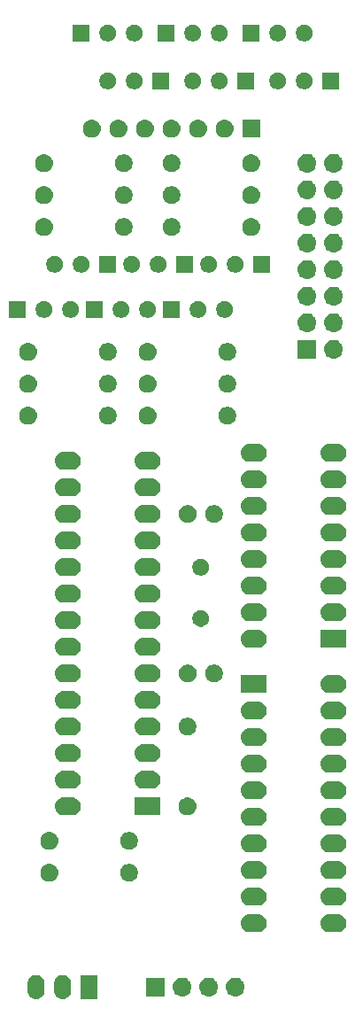
<source format=gbr>
G04 #@! TF.GenerationSoftware,KiCad,Pcbnew,(5.1.0)-1*
G04 #@! TF.CreationDate,2021-08-07T23:52:25-05:00*
G04 #@! TF.ProjectId,nixie_legacy-demux,6e697869-655f-46c6-9567-6163792d6465,rev?*
G04 #@! TF.SameCoordinates,Original*
G04 #@! TF.FileFunction,Soldermask,Bot*
G04 #@! TF.FilePolarity,Negative*
%FSLAX46Y46*%
G04 Gerber Fmt 4.6, Leading zero omitted, Abs format (unit mm)*
G04 Created by KiCad (PCBNEW (5.1.0)-1) date 2021-08-07 23:52:25*
%MOMM*%
%LPD*%
G04 APERTURE LIST*
%ADD10C,0.100000*%
G04 APERTURE END LIST*
D10*
G36*
X108109376Y-150244944D02*
G01*
X108262627Y-150291432D01*
X108262630Y-150291433D01*
X108403863Y-150366924D01*
X108527659Y-150468521D01*
X108629256Y-150592317D01*
X108704747Y-150733550D01*
X108704748Y-150733553D01*
X108751236Y-150886804D01*
X108763000Y-151006247D01*
X108763000Y-151761753D01*
X108751236Y-151881196D01*
X108749478Y-151886991D01*
X108704747Y-152034450D01*
X108629256Y-152175683D01*
X108527659Y-152299479D01*
X108403863Y-152401076D01*
X108262629Y-152476567D01*
X108262626Y-152476568D01*
X108109375Y-152523056D01*
X107950000Y-152538753D01*
X107790624Y-152523056D01*
X107637373Y-152476568D01*
X107637370Y-152476567D01*
X107496137Y-152401076D01*
X107372341Y-152299479D01*
X107270744Y-152175683D01*
X107195253Y-152034449D01*
X107192139Y-152024185D01*
X107148764Y-151881195D01*
X107137000Y-151761752D01*
X107137000Y-151006247D01*
X107148764Y-150886804D01*
X107195253Y-150733553D01*
X107249950Y-150631222D01*
X107270745Y-150592317D01*
X107372342Y-150468521D01*
X107496138Y-150366924D01*
X107637371Y-150291433D01*
X107637374Y-150291432D01*
X107790625Y-150244944D01*
X107950000Y-150229247D01*
X108109376Y-150244944D01*
X108109376Y-150244944D01*
G37*
G36*
X110649376Y-150244944D02*
G01*
X110802627Y-150291432D01*
X110802630Y-150291433D01*
X110943863Y-150366924D01*
X111067659Y-150468521D01*
X111169256Y-150592317D01*
X111244747Y-150733550D01*
X111244748Y-150733553D01*
X111291236Y-150886804D01*
X111303000Y-151006247D01*
X111303000Y-151761753D01*
X111291236Y-151881196D01*
X111289478Y-151886991D01*
X111244747Y-152034450D01*
X111169256Y-152175683D01*
X111067659Y-152299479D01*
X110943863Y-152401076D01*
X110802629Y-152476567D01*
X110802626Y-152476568D01*
X110649375Y-152523056D01*
X110490000Y-152538753D01*
X110330624Y-152523056D01*
X110177373Y-152476568D01*
X110177370Y-152476567D01*
X110036137Y-152401076D01*
X109912341Y-152299479D01*
X109810744Y-152175683D01*
X109735253Y-152034449D01*
X109732139Y-152024185D01*
X109688764Y-151881195D01*
X109677000Y-151761752D01*
X109677000Y-151006247D01*
X109688764Y-150886804D01*
X109735253Y-150733553D01*
X109789950Y-150631222D01*
X109810745Y-150592317D01*
X109912342Y-150468521D01*
X110036138Y-150366924D01*
X110177371Y-150291433D01*
X110177374Y-150291432D01*
X110330625Y-150244944D01*
X110490000Y-150229247D01*
X110649376Y-150244944D01*
X110649376Y-150244944D01*
G37*
G36*
X113843000Y-152534820D02*
G01*
X112217000Y-152534820D01*
X112217000Y-150233180D01*
X113843000Y-150233180D01*
X113843000Y-152534820D01*
X113843000Y-152534820D01*
G37*
G36*
X124570442Y-150489518D02*
G01*
X124636627Y-150496037D01*
X124806466Y-150547557D01*
X124962991Y-150631222D01*
X124998729Y-150660552D01*
X125100186Y-150743814D01*
X125183448Y-150845271D01*
X125212778Y-150881009D01*
X125296443Y-151037534D01*
X125347963Y-151207373D01*
X125365359Y-151384000D01*
X125347963Y-151560627D01*
X125296443Y-151730466D01*
X125212778Y-151886991D01*
X125183448Y-151922729D01*
X125100186Y-152024186D01*
X124998729Y-152107448D01*
X124962991Y-152136778D01*
X124806466Y-152220443D01*
X124636627Y-152271963D01*
X124570443Y-152278481D01*
X124504260Y-152285000D01*
X124415740Y-152285000D01*
X124349557Y-152278481D01*
X124283373Y-152271963D01*
X124113534Y-152220443D01*
X123957009Y-152136778D01*
X123921271Y-152107448D01*
X123819814Y-152024186D01*
X123736552Y-151922729D01*
X123707222Y-151886991D01*
X123623557Y-151730466D01*
X123572037Y-151560627D01*
X123554641Y-151384000D01*
X123572037Y-151207373D01*
X123623557Y-151037534D01*
X123707222Y-150881009D01*
X123736552Y-150845271D01*
X123819814Y-150743814D01*
X123921271Y-150660552D01*
X123957009Y-150631222D01*
X124113534Y-150547557D01*
X124283373Y-150496037D01*
X124349558Y-150489518D01*
X124415740Y-150483000D01*
X124504260Y-150483000D01*
X124570442Y-150489518D01*
X124570442Y-150489518D01*
G37*
G36*
X127110442Y-150489518D02*
G01*
X127176627Y-150496037D01*
X127346466Y-150547557D01*
X127502991Y-150631222D01*
X127538729Y-150660552D01*
X127640186Y-150743814D01*
X127723448Y-150845271D01*
X127752778Y-150881009D01*
X127836443Y-151037534D01*
X127887963Y-151207373D01*
X127905359Y-151384000D01*
X127887963Y-151560627D01*
X127836443Y-151730466D01*
X127752778Y-151886991D01*
X127723448Y-151922729D01*
X127640186Y-152024186D01*
X127538729Y-152107448D01*
X127502991Y-152136778D01*
X127346466Y-152220443D01*
X127176627Y-152271963D01*
X127110443Y-152278481D01*
X127044260Y-152285000D01*
X126955740Y-152285000D01*
X126889557Y-152278481D01*
X126823373Y-152271963D01*
X126653534Y-152220443D01*
X126497009Y-152136778D01*
X126461271Y-152107448D01*
X126359814Y-152024186D01*
X126276552Y-151922729D01*
X126247222Y-151886991D01*
X126163557Y-151730466D01*
X126112037Y-151560627D01*
X126094641Y-151384000D01*
X126112037Y-151207373D01*
X126163557Y-151037534D01*
X126247222Y-150881009D01*
X126276552Y-150845271D01*
X126359814Y-150743814D01*
X126461271Y-150660552D01*
X126497009Y-150631222D01*
X126653534Y-150547557D01*
X126823373Y-150496037D01*
X126889558Y-150489518D01*
X126955740Y-150483000D01*
X127044260Y-150483000D01*
X127110442Y-150489518D01*
X127110442Y-150489518D01*
G37*
G36*
X120281000Y-152285000D02*
G01*
X118479000Y-152285000D01*
X118479000Y-150483000D01*
X120281000Y-150483000D01*
X120281000Y-152285000D01*
X120281000Y-152285000D01*
G37*
G36*
X122030442Y-150489518D02*
G01*
X122096627Y-150496037D01*
X122266466Y-150547557D01*
X122422991Y-150631222D01*
X122458729Y-150660552D01*
X122560186Y-150743814D01*
X122643448Y-150845271D01*
X122672778Y-150881009D01*
X122756443Y-151037534D01*
X122807963Y-151207373D01*
X122825359Y-151384000D01*
X122807963Y-151560627D01*
X122756443Y-151730466D01*
X122672778Y-151886991D01*
X122643448Y-151922729D01*
X122560186Y-152024186D01*
X122458729Y-152107448D01*
X122422991Y-152136778D01*
X122266466Y-152220443D01*
X122096627Y-152271963D01*
X122030443Y-152278481D01*
X121964260Y-152285000D01*
X121875740Y-152285000D01*
X121809557Y-152278481D01*
X121743373Y-152271963D01*
X121573534Y-152220443D01*
X121417009Y-152136778D01*
X121381271Y-152107448D01*
X121279814Y-152024186D01*
X121196552Y-151922729D01*
X121167222Y-151886991D01*
X121083557Y-151730466D01*
X121032037Y-151560627D01*
X121014641Y-151384000D01*
X121032037Y-151207373D01*
X121083557Y-151037534D01*
X121167222Y-150881009D01*
X121196552Y-150845271D01*
X121279814Y-150743814D01*
X121381271Y-150660552D01*
X121417009Y-150631222D01*
X121573534Y-150547557D01*
X121743373Y-150496037D01*
X121809558Y-150489518D01*
X121875740Y-150483000D01*
X121964260Y-150483000D01*
X122030442Y-150489518D01*
X122030442Y-150489518D01*
G37*
G36*
X129344823Y-144449313D02*
G01*
X129505242Y-144497976D01*
X129637906Y-144568886D01*
X129653078Y-144576996D01*
X129782659Y-144683341D01*
X129889004Y-144812922D01*
X129889005Y-144812924D01*
X129968024Y-144960758D01*
X130016687Y-145121177D01*
X130033117Y-145288000D01*
X130016687Y-145454823D01*
X129968024Y-145615242D01*
X129897114Y-145747906D01*
X129889004Y-145763078D01*
X129782659Y-145892659D01*
X129653078Y-145999004D01*
X129653076Y-145999005D01*
X129505242Y-146078024D01*
X129344823Y-146126687D01*
X129219804Y-146139000D01*
X128336196Y-146139000D01*
X128211177Y-146126687D01*
X128050758Y-146078024D01*
X127902924Y-145999005D01*
X127902922Y-145999004D01*
X127773341Y-145892659D01*
X127666996Y-145763078D01*
X127658886Y-145747906D01*
X127587976Y-145615242D01*
X127539313Y-145454823D01*
X127522883Y-145288000D01*
X127539313Y-145121177D01*
X127587976Y-144960758D01*
X127666995Y-144812924D01*
X127666996Y-144812922D01*
X127773341Y-144683341D01*
X127902922Y-144576996D01*
X127918094Y-144568886D01*
X128050758Y-144497976D01*
X128211177Y-144449313D01*
X128336196Y-144437000D01*
X129219804Y-144437000D01*
X129344823Y-144449313D01*
X129344823Y-144449313D01*
G37*
G36*
X136964823Y-144449313D02*
G01*
X137125242Y-144497976D01*
X137257906Y-144568886D01*
X137273078Y-144576996D01*
X137402659Y-144683341D01*
X137509004Y-144812922D01*
X137509005Y-144812924D01*
X137588024Y-144960758D01*
X137636687Y-145121177D01*
X137653117Y-145288000D01*
X137636687Y-145454823D01*
X137588024Y-145615242D01*
X137517114Y-145747906D01*
X137509004Y-145763078D01*
X137402659Y-145892659D01*
X137273078Y-145999004D01*
X137273076Y-145999005D01*
X137125242Y-146078024D01*
X136964823Y-146126687D01*
X136839804Y-146139000D01*
X135956196Y-146139000D01*
X135831177Y-146126687D01*
X135670758Y-146078024D01*
X135522924Y-145999005D01*
X135522922Y-145999004D01*
X135393341Y-145892659D01*
X135286996Y-145763078D01*
X135278886Y-145747906D01*
X135207976Y-145615242D01*
X135159313Y-145454823D01*
X135142883Y-145288000D01*
X135159313Y-145121177D01*
X135207976Y-144960758D01*
X135286995Y-144812924D01*
X135286996Y-144812922D01*
X135393341Y-144683341D01*
X135522922Y-144576996D01*
X135538094Y-144568886D01*
X135670758Y-144497976D01*
X135831177Y-144449313D01*
X135956196Y-144437000D01*
X136839804Y-144437000D01*
X136964823Y-144449313D01*
X136964823Y-144449313D01*
G37*
G36*
X129344823Y-141909313D02*
G01*
X129505242Y-141957976D01*
X129637906Y-142028886D01*
X129653078Y-142036996D01*
X129782659Y-142143341D01*
X129889004Y-142272922D01*
X129889005Y-142272924D01*
X129968024Y-142420758D01*
X130016687Y-142581177D01*
X130033117Y-142748000D01*
X130016687Y-142914823D01*
X129968024Y-143075242D01*
X129897114Y-143207906D01*
X129889004Y-143223078D01*
X129782659Y-143352659D01*
X129653078Y-143459004D01*
X129653076Y-143459005D01*
X129505242Y-143538024D01*
X129344823Y-143586687D01*
X129219804Y-143599000D01*
X128336196Y-143599000D01*
X128211177Y-143586687D01*
X128050758Y-143538024D01*
X127902924Y-143459005D01*
X127902922Y-143459004D01*
X127773341Y-143352659D01*
X127666996Y-143223078D01*
X127658886Y-143207906D01*
X127587976Y-143075242D01*
X127539313Y-142914823D01*
X127522883Y-142748000D01*
X127539313Y-142581177D01*
X127587976Y-142420758D01*
X127666995Y-142272924D01*
X127666996Y-142272922D01*
X127773341Y-142143341D01*
X127902922Y-142036996D01*
X127918094Y-142028886D01*
X128050758Y-141957976D01*
X128211177Y-141909313D01*
X128336196Y-141897000D01*
X129219804Y-141897000D01*
X129344823Y-141909313D01*
X129344823Y-141909313D01*
G37*
G36*
X136964823Y-141909313D02*
G01*
X137125242Y-141957976D01*
X137257906Y-142028886D01*
X137273078Y-142036996D01*
X137402659Y-142143341D01*
X137509004Y-142272922D01*
X137509005Y-142272924D01*
X137588024Y-142420758D01*
X137636687Y-142581177D01*
X137653117Y-142748000D01*
X137636687Y-142914823D01*
X137588024Y-143075242D01*
X137517114Y-143207906D01*
X137509004Y-143223078D01*
X137402659Y-143352659D01*
X137273078Y-143459004D01*
X137273076Y-143459005D01*
X137125242Y-143538024D01*
X136964823Y-143586687D01*
X136839804Y-143599000D01*
X135956196Y-143599000D01*
X135831177Y-143586687D01*
X135670758Y-143538024D01*
X135522924Y-143459005D01*
X135522922Y-143459004D01*
X135393341Y-143352659D01*
X135286996Y-143223078D01*
X135278886Y-143207906D01*
X135207976Y-143075242D01*
X135159313Y-142914823D01*
X135142883Y-142748000D01*
X135159313Y-142581177D01*
X135207976Y-142420758D01*
X135286995Y-142272924D01*
X135286996Y-142272922D01*
X135393341Y-142143341D01*
X135522922Y-142036996D01*
X135538094Y-142028886D01*
X135670758Y-141957976D01*
X135831177Y-141909313D01*
X135956196Y-141897000D01*
X136839804Y-141897000D01*
X136964823Y-141909313D01*
X136964823Y-141909313D01*
G37*
G36*
X109386823Y-139623313D02*
G01*
X109547242Y-139671976D01*
X109679906Y-139742886D01*
X109695078Y-139750996D01*
X109824659Y-139857341D01*
X109931004Y-139986922D01*
X109931005Y-139986924D01*
X110010024Y-140134758D01*
X110058687Y-140295177D01*
X110075117Y-140462000D01*
X110058687Y-140628823D01*
X110010024Y-140789242D01*
X109969477Y-140865100D01*
X109931004Y-140937078D01*
X109824659Y-141066659D01*
X109695078Y-141173004D01*
X109695076Y-141173005D01*
X109547242Y-141252024D01*
X109386823Y-141300687D01*
X109261804Y-141313000D01*
X109178196Y-141313000D01*
X109053177Y-141300687D01*
X108892758Y-141252024D01*
X108744924Y-141173005D01*
X108744922Y-141173004D01*
X108615341Y-141066659D01*
X108508996Y-140937078D01*
X108470523Y-140865100D01*
X108429976Y-140789242D01*
X108381313Y-140628823D01*
X108364883Y-140462000D01*
X108381313Y-140295177D01*
X108429976Y-140134758D01*
X108508995Y-139986924D01*
X108508996Y-139986922D01*
X108615341Y-139857341D01*
X108744922Y-139750996D01*
X108760094Y-139742886D01*
X108892758Y-139671976D01*
X109053177Y-139623313D01*
X109178196Y-139611000D01*
X109261804Y-139611000D01*
X109386823Y-139623313D01*
X109386823Y-139623313D01*
G37*
G36*
X117088228Y-139643703D02*
G01*
X117243100Y-139707853D01*
X117382481Y-139800985D01*
X117501015Y-139919519D01*
X117594147Y-140058900D01*
X117658297Y-140213772D01*
X117691000Y-140378184D01*
X117691000Y-140545816D01*
X117658297Y-140710228D01*
X117594147Y-140865100D01*
X117501015Y-141004481D01*
X117382481Y-141123015D01*
X117243100Y-141216147D01*
X117088228Y-141280297D01*
X116923816Y-141313000D01*
X116756184Y-141313000D01*
X116591772Y-141280297D01*
X116436900Y-141216147D01*
X116297519Y-141123015D01*
X116178985Y-141004481D01*
X116085853Y-140865100D01*
X116021703Y-140710228D01*
X115989000Y-140545816D01*
X115989000Y-140378184D01*
X116021703Y-140213772D01*
X116085853Y-140058900D01*
X116178985Y-139919519D01*
X116297519Y-139800985D01*
X116436900Y-139707853D01*
X116591772Y-139643703D01*
X116756184Y-139611000D01*
X116923816Y-139611000D01*
X117088228Y-139643703D01*
X117088228Y-139643703D01*
G37*
G36*
X129344823Y-139369313D02*
G01*
X129505242Y-139417976D01*
X129637906Y-139488886D01*
X129653078Y-139496996D01*
X129782659Y-139603341D01*
X129889004Y-139732922D01*
X129889005Y-139732924D01*
X129968024Y-139880758D01*
X130016687Y-140041177D01*
X130033117Y-140208000D01*
X130016687Y-140374823D01*
X129968024Y-140535242D01*
X129962372Y-140545816D01*
X129889004Y-140683078D01*
X129782659Y-140812659D01*
X129653078Y-140919004D01*
X129653076Y-140919005D01*
X129505242Y-140998024D01*
X129344823Y-141046687D01*
X129219804Y-141059000D01*
X128336196Y-141059000D01*
X128211177Y-141046687D01*
X128050758Y-140998024D01*
X127902924Y-140919005D01*
X127902922Y-140919004D01*
X127773341Y-140812659D01*
X127666996Y-140683078D01*
X127593628Y-140545816D01*
X127587976Y-140535242D01*
X127539313Y-140374823D01*
X127522883Y-140208000D01*
X127539313Y-140041177D01*
X127587976Y-139880758D01*
X127666995Y-139732924D01*
X127666996Y-139732922D01*
X127773341Y-139603341D01*
X127902922Y-139496996D01*
X127918094Y-139488886D01*
X128050758Y-139417976D01*
X128211177Y-139369313D01*
X128336196Y-139357000D01*
X129219804Y-139357000D01*
X129344823Y-139369313D01*
X129344823Y-139369313D01*
G37*
G36*
X136964823Y-139369313D02*
G01*
X137125242Y-139417976D01*
X137257906Y-139488886D01*
X137273078Y-139496996D01*
X137402659Y-139603341D01*
X137509004Y-139732922D01*
X137509005Y-139732924D01*
X137588024Y-139880758D01*
X137636687Y-140041177D01*
X137653117Y-140208000D01*
X137636687Y-140374823D01*
X137588024Y-140535242D01*
X137582372Y-140545816D01*
X137509004Y-140683078D01*
X137402659Y-140812659D01*
X137273078Y-140919004D01*
X137273076Y-140919005D01*
X137125242Y-140998024D01*
X136964823Y-141046687D01*
X136839804Y-141059000D01*
X135956196Y-141059000D01*
X135831177Y-141046687D01*
X135670758Y-140998024D01*
X135522924Y-140919005D01*
X135522922Y-140919004D01*
X135393341Y-140812659D01*
X135286996Y-140683078D01*
X135213628Y-140545816D01*
X135207976Y-140535242D01*
X135159313Y-140374823D01*
X135142883Y-140208000D01*
X135159313Y-140041177D01*
X135207976Y-139880758D01*
X135286995Y-139732924D01*
X135286996Y-139732922D01*
X135393341Y-139603341D01*
X135522922Y-139496996D01*
X135538094Y-139488886D01*
X135670758Y-139417976D01*
X135831177Y-139369313D01*
X135956196Y-139357000D01*
X136839804Y-139357000D01*
X136964823Y-139369313D01*
X136964823Y-139369313D01*
G37*
G36*
X129344823Y-136829313D02*
G01*
X129505242Y-136877976D01*
X129637906Y-136948886D01*
X129653078Y-136956996D01*
X129782659Y-137063341D01*
X129889004Y-137192922D01*
X129889005Y-137192924D01*
X129968024Y-137340758D01*
X130016687Y-137501177D01*
X130033117Y-137668000D01*
X130016687Y-137834823D01*
X129968024Y-137995242D01*
X129955507Y-138018659D01*
X129889004Y-138143078D01*
X129782659Y-138272659D01*
X129653078Y-138379004D01*
X129653076Y-138379005D01*
X129505242Y-138458024D01*
X129344823Y-138506687D01*
X129219804Y-138519000D01*
X128336196Y-138519000D01*
X128211177Y-138506687D01*
X128050758Y-138458024D01*
X127902924Y-138379005D01*
X127902922Y-138379004D01*
X127773341Y-138272659D01*
X127666996Y-138143078D01*
X127600493Y-138018659D01*
X127587976Y-137995242D01*
X127539313Y-137834823D01*
X127522883Y-137668000D01*
X127539313Y-137501177D01*
X127587976Y-137340758D01*
X127666995Y-137192924D01*
X127666996Y-137192922D01*
X127773341Y-137063341D01*
X127902922Y-136956996D01*
X127918094Y-136948886D01*
X128050758Y-136877976D01*
X128211177Y-136829313D01*
X128336196Y-136817000D01*
X129219804Y-136817000D01*
X129344823Y-136829313D01*
X129344823Y-136829313D01*
G37*
G36*
X136964823Y-136829313D02*
G01*
X137125242Y-136877976D01*
X137257906Y-136948886D01*
X137273078Y-136956996D01*
X137402659Y-137063341D01*
X137509004Y-137192922D01*
X137509005Y-137192924D01*
X137588024Y-137340758D01*
X137636687Y-137501177D01*
X137653117Y-137668000D01*
X137636687Y-137834823D01*
X137588024Y-137995242D01*
X137575507Y-138018659D01*
X137509004Y-138143078D01*
X137402659Y-138272659D01*
X137273078Y-138379004D01*
X137273076Y-138379005D01*
X137125242Y-138458024D01*
X136964823Y-138506687D01*
X136839804Y-138519000D01*
X135956196Y-138519000D01*
X135831177Y-138506687D01*
X135670758Y-138458024D01*
X135522924Y-138379005D01*
X135522922Y-138379004D01*
X135393341Y-138272659D01*
X135286996Y-138143078D01*
X135220493Y-138018659D01*
X135207976Y-137995242D01*
X135159313Y-137834823D01*
X135142883Y-137668000D01*
X135159313Y-137501177D01*
X135207976Y-137340758D01*
X135286995Y-137192924D01*
X135286996Y-137192922D01*
X135393341Y-137063341D01*
X135522922Y-136956996D01*
X135538094Y-136948886D01*
X135670758Y-136877976D01*
X135831177Y-136829313D01*
X135956196Y-136817000D01*
X136839804Y-136817000D01*
X136964823Y-136829313D01*
X136964823Y-136829313D01*
G37*
G36*
X109386823Y-136575313D02*
G01*
X109547242Y-136623976D01*
X109614361Y-136659852D01*
X109695078Y-136702996D01*
X109824659Y-136809341D01*
X109931004Y-136938922D01*
X109931005Y-136938924D01*
X110010024Y-137086758D01*
X110058687Y-137247177D01*
X110075117Y-137414000D01*
X110058687Y-137580823D01*
X110010024Y-137741242D01*
X109969477Y-137817100D01*
X109931004Y-137889078D01*
X109824659Y-138018659D01*
X109695078Y-138125004D01*
X109695076Y-138125005D01*
X109547242Y-138204024D01*
X109386823Y-138252687D01*
X109261804Y-138265000D01*
X109178196Y-138265000D01*
X109053177Y-138252687D01*
X108892758Y-138204024D01*
X108744924Y-138125005D01*
X108744922Y-138125004D01*
X108615341Y-138018659D01*
X108508996Y-137889078D01*
X108470523Y-137817100D01*
X108429976Y-137741242D01*
X108381313Y-137580823D01*
X108364883Y-137414000D01*
X108381313Y-137247177D01*
X108429976Y-137086758D01*
X108508995Y-136938924D01*
X108508996Y-136938922D01*
X108615341Y-136809341D01*
X108744922Y-136702996D01*
X108825639Y-136659852D01*
X108892758Y-136623976D01*
X109053177Y-136575313D01*
X109178196Y-136563000D01*
X109261804Y-136563000D01*
X109386823Y-136575313D01*
X109386823Y-136575313D01*
G37*
G36*
X117088228Y-136595703D02*
G01*
X117243100Y-136659853D01*
X117382481Y-136752985D01*
X117501015Y-136871519D01*
X117594147Y-137010900D01*
X117658297Y-137165772D01*
X117691000Y-137330184D01*
X117691000Y-137497816D01*
X117658297Y-137662228D01*
X117594147Y-137817100D01*
X117501015Y-137956481D01*
X117382481Y-138075015D01*
X117243100Y-138168147D01*
X117088228Y-138232297D01*
X116923816Y-138265000D01*
X116756184Y-138265000D01*
X116591772Y-138232297D01*
X116436900Y-138168147D01*
X116297519Y-138075015D01*
X116178985Y-137956481D01*
X116085853Y-137817100D01*
X116021703Y-137662228D01*
X115989000Y-137497816D01*
X115989000Y-137330184D01*
X116021703Y-137165772D01*
X116085853Y-137010900D01*
X116178985Y-136871519D01*
X116297519Y-136752985D01*
X116436900Y-136659853D01*
X116591772Y-136595703D01*
X116756184Y-136563000D01*
X116923816Y-136563000D01*
X117088228Y-136595703D01*
X117088228Y-136595703D01*
G37*
G36*
X136964823Y-134289313D02*
G01*
X137125242Y-134337976D01*
X137257906Y-134408886D01*
X137273078Y-134416996D01*
X137402659Y-134523341D01*
X137509004Y-134652922D01*
X137509005Y-134652924D01*
X137588024Y-134800758D01*
X137636687Y-134961177D01*
X137653117Y-135128000D01*
X137636687Y-135294823D01*
X137588024Y-135455242D01*
X137517114Y-135587906D01*
X137509004Y-135603078D01*
X137402659Y-135732659D01*
X137273078Y-135839004D01*
X137273076Y-135839005D01*
X137125242Y-135918024D01*
X136964823Y-135966687D01*
X136839804Y-135979000D01*
X135956196Y-135979000D01*
X135831177Y-135966687D01*
X135670758Y-135918024D01*
X135522924Y-135839005D01*
X135522922Y-135839004D01*
X135393341Y-135732659D01*
X135286996Y-135603078D01*
X135278886Y-135587906D01*
X135207976Y-135455242D01*
X135159313Y-135294823D01*
X135142883Y-135128000D01*
X135159313Y-134961177D01*
X135207976Y-134800758D01*
X135286995Y-134652924D01*
X135286996Y-134652922D01*
X135393341Y-134523341D01*
X135522922Y-134416996D01*
X135538094Y-134408886D01*
X135670758Y-134337976D01*
X135831177Y-134289313D01*
X135956196Y-134277000D01*
X136839804Y-134277000D01*
X136964823Y-134289313D01*
X136964823Y-134289313D01*
G37*
G36*
X129344823Y-134289313D02*
G01*
X129505242Y-134337976D01*
X129637906Y-134408886D01*
X129653078Y-134416996D01*
X129782659Y-134523341D01*
X129889004Y-134652922D01*
X129889005Y-134652924D01*
X129968024Y-134800758D01*
X130016687Y-134961177D01*
X130033117Y-135128000D01*
X130016687Y-135294823D01*
X129968024Y-135455242D01*
X129897114Y-135587906D01*
X129889004Y-135603078D01*
X129782659Y-135732659D01*
X129653078Y-135839004D01*
X129653076Y-135839005D01*
X129505242Y-135918024D01*
X129344823Y-135966687D01*
X129219804Y-135979000D01*
X128336196Y-135979000D01*
X128211177Y-135966687D01*
X128050758Y-135918024D01*
X127902924Y-135839005D01*
X127902922Y-135839004D01*
X127773341Y-135732659D01*
X127666996Y-135603078D01*
X127658886Y-135587906D01*
X127587976Y-135455242D01*
X127539313Y-135294823D01*
X127522883Y-135128000D01*
X127539313Y-134961177D01*
X127587976Y-134800758D01*
X127666995Y-134652924D01*
X127666996Y-134652922D01*
X127773341Y-134523341D01*
X127902922Y-134416996D01*
X127918094Y-134408886D01*
X128050758Y-134337976D01*
X128211177Y-134289313D01*
X128336196Y-134277000D01*
X129219804Y-134277000D01*
X129344823Y-134289313D01*
X129344823Y-134289313D01*
G37*
G36*
X122594823Y-133273313D02*
G01*
X122755242Y-133321976D01*
X122860100Y-133378024D01*
X122903078Y-133400996D01*
X123032659Y-133507341D01*
X123139004Y-133636922D01*
X123139005Y-133636924D01*
X123218024Y-133784758D01*
X123266687Y-133945177D01*
X123283117Y-134112000D01*
X123266687Y-134278823D01*
X123218024Y-134439242D01*
X123173072Y-134523341D01*
X123139004Y-134587078D01*
X123032659Y-134716659D01*
X122903078Y-134823004D01*
X122903076Y-134823005D01*
X122755242Y-134902024D01*
X122594823Y-134950687D01*
X122469804Y-134963000D01*
X122386196Y-134963000D01*
X122261177Y-134950687D01*
X122100758Y-134902024D01*
X121952924Y-134823005D01*
X121952922Y-134823004D01*
X121823341Y-134716659D01*
X121716996Y-134587078D01*
X121682928Y-134523341D01*
X121637976Y-134439242D01*
X121589313Y-134278823D01*
X121572883Y-134112000D01*
X121589313Y-133945177D01*
X121637976Y-133784758D01*
X121716995Y-133636924D01*
X121716996Y-133636922D01*
X121823341Y-133507341D01*
X121952922Y-133400996D01*
X121995900Y-133378024D01*
X122100758Y-133321976D01*
X122261177Y-133273313D01*
X122386196Y-133261000D01*
X122469804Y-133261000D01*
X122594823Y-133273313D01*
X122594823Y-133273313D01*
G37*
G36*
X111564823Y-133273313D02*
G01*
X111725242Y-133321976D01*
X111830100Y-133378024D01*
X111873078Y-133400996D01*
X112002659Y-133507341D01*
X112109004Y-133636922D01*
X112109005Y-133636924D01*
X112188024Y-133784758D01*
X112236687Y-133945177D01*
X112253117Y-134112000D01*
X112236687Y-134278823D01*
X112188024Y-134439242D01*
X112143072Y-134523341D01*
X112109004Y-134587078D01*
X112002659Y-134716659D01*
X111873078Y-134823004D01*
X111873076Y-134823005D01*
X111725242Y-134902024D01*
X111564823Y-134950687D01*
X111439804Y-134963000D01*
X110556196Y-134963000D01*
X110431177Y-134950687D01*
X110270758Y-134902024D01*
X110122924Y-134823005D01*
X110122922Y-134823004D01*
X109993341Y-134716659D01*
X109886996Y-134587078D01*
X109852928Y-134523341D01*
X109807976Y-134439242D01*
X109759313Y-134278823D01*
X109742883Y-134112000D01*
X109759313Y-133945177D01*
X109807976Y-133784758D01*
X109886995Y-133636924D01*
X109886996Y-133636922D01*
X109993341Y-133507341D01*
X110122922Y-133400996D01*
X110165900Y-133378024D01*
X110270758Y-133321976D01*
X110431177Y-133273313D01*
X110556196Y-133261000D01*
X111439804Y-133261000D01*
X111564823Y-133273313D01*
X111564823Y-133273313D01*
G37*
G36*
X119869000Y-134963000D02*
G01*
X117367000Y-134963000D01*
X117367000Y-133261000D01*
X119869000Y-133261000D01*
X119869000Y-134963000D01*
X119869000Y-134963000D01*
G37*
G36*
X136964823Y-131749313D02*
G01*
X137125242Y-131797976D01*
X137257906Y-131868886D01*
X137273078Y-131876996D01*
X137402659Y-131983341D01*
X137509004Y-132112922D01*
X137509005Y-132112924D01*
X137588024Y-132260758D01*
X137636687Y-132421177D01*
X137653117Y-132588000D01*
X137636687Y-132754823D01*
X137588024Y-132915242D01*
X137517114Y-133047906D01*
X137509004Y-133063078D01*
X137402659Y-133192659D01*
X137273078Y-133299004D01*
X137273076Y-133299005D01*
X137125242Y-133378024D01*
X136964823Y-133426687D01*
X136839804Y-133439000D01*
X135956196Y-133439000D01*
X135831177Y-133426687D01*
X135670758Y-133378024D01*
X135522924Y-133299005D01*
X135522922Y-133299004D01*
X135393341Y-133192659D01*
X135286996Y-133063078D01*
X135278886Y-133047906D01*
X135207976Y-132915242D01*
X135159313Y-132754823D01*
X135142883Y-132588000D01*
X135159313Y-132421177D01*
X135207976Y-132260758D01*
X135286995Y-132112924D01*
X135286996Y-132112922D01*
X135393341Y-131983341D01*
X135522922Y-131876996D01*
X135538094Y-131868886D01*
X135670758Y-131797976D01*
X135831177Y-131749313D01*
X135956196Y-131737000D01*
X136839804Y-131737000D01*
X136964823Y-131749313D01*
X136964823Y-131749313D01*
G37*
G36*
X129344823Y-131749313D02*
G01*
X129505242Y-131797976D01*
X129637906Y-131868886D01*
X129653078Y-131876996D01*
X129782659Y-131983341D01*
X129889004Y-132112922D01*
X129889005Y-132112924D01*
X129968024Y-132260758D01*
X130016687Y-132421177D01*
X130033117Y-132588000D01*
X130016687Y-132754823D01*
X129968024Y-132915242D01*
X129897114Y-133047906D01*
X129889004Y-133063078D01*
X129782659Y-133192659D01*
X129653078Y-133299004D01*
X129653076Y-133299005D01*
X129505242Y-133378024D01*
X129344823Y-133426687D01*
X129219804Y-133439000D01*
X128336196Y-133439000D01*
X128211177Y-133426687D01*
X128050758Y-133378024D01*
X127902924Y-133299005D01*
X127902922Y-133299004D01*
X127773341Y-133192659D01*
X127666996Y-133063078D01*
X127658886Y-133047906D01*
X127587976Y-132915242D01*
X127539313Y-132754823D01*
X127522883Y-132588000D01*
X127539313Y-132421177D01*
X127587976Y-132260758D01*
X127666995Y-132112924D01*
X127666996Y-132112922D01*
X127773341Y-131983341D01*
X127902922Y-131876996D01*
X127918094Y-131868886D01*
X128050758Y-131797976D01*
X128211177Y-131749313D01*
X128336196Y-131737000D01*
X129219804Y-131737000D01*
X129344823Y-131749313D01*
X129344823Y-131749313D01*
G37*
G36*
X111564823Y-130733313D02*
G01*
X111725242Y-130781976D01*
X111830100Y-130838024D01*
X111873078Y-130860996D01*
X112002659Y-130967341D01*
X112109004Y-131096922D01*
X112109005Y-131096924D01*
X112188024Y-131244758D01*
X112236687Y-131405177D01*
X112253117Y-131572000D01*
X112236687Y-131738823D01*
X112188024Y-131899242D01*
X112143072Y-131983341D01*
X112109004Y-132047078D01*
X112002659Y-132176659D01*
X111873078Y-132283004D01*
X111873076Y-132283005D01*
X111725242Y-132362024D01*
X111564823Y-132410687D01*
X111439804Y-132423000D01*
X110556196Y-132423000D01*
X110431177Y-132410687D01*
X110270758Y-132362024D01*
X110122924Y-132283005D01*
X110122922Y-132283004D01*
X109993341Y-132176659D01*
X109886996Y-132047078D01*
X109852928Y-131983341D01*
X109807976Y-131899242D01*
X109759313Y-131738823D01*
X109742883Y-131572000D01*
X109759313Y-131405177D01*
X109807976Y-131244758D01*
X109886995Y-131096924D01*
X109886996Y-131096922D01*
X109993341Y-130967341D01*
X110122922Y-130860996D01*
X110165900Y-130838024D01*
X110270758Y-130781976D01*
X110431177Y-130733313D01*
X110556196Y-130721000D01*
X111439804Y-130721000D01*
X111564823Y-130733313D01*
X111564823Y-130733313D01*
G37*
G36*
X119184823Y-130733313D02*
G01*
X119345242Y-130781976D01*
X119450100Y-130838024D01*
X119493078Y-130860996D01*
X119622659Y-130967341D01*
X119729004Y-131096922D01*
X119729005Y-131096924D01*
X119808024Y-131244758D01*
X119856687Y-131405177D01*
X119873117Y-131572000D01*
X119856687Y-131738823D01*
X119808024Y-131899242D01*
X119763072Y-131983341D01*
X119729004Y-132047078D01*
X119622659Y-132176659D01*
X119493078Y-132283004D01*
X119493076Y-132283005D01*
X119345242Y-132362024D01*
X119184823Y-132410687D01*
X119059804Y-132423000D01*
X118176196Y-132423000D01*
X118051177Y-132410687D01*
X117890758Y-132362024D01*
X117742924Y-132283005D01*
X117742922Y-132283004D01*
X117613341Y-132176659D01*
X117506996Y-132047078D01*
X117472928Y-131983341D01*
X117427976Y-131899242D01*
X117379313Y-131738823D01*
X117362883Y-131572000D01*
X117379313Y-131405177D01*
X117427976Y-131244758D01*
X117506995Y-131096924D01*
X117506996Y-131096922D01*
X117613341Y-130967341D01*
X117742922Y-130860996D01*
X117785900Y-130838024D01*
X117890758Y-130781976D01*
X118051177Y-130733313D01*
X118176196Y-130721000D01*
X119059804Y-130721000D01*
X119184823Y-130733313D01*
X119184823Y-130733313D01*
G37*
G36*
X129344823Y-129209313D02*
G01*
X129505242Y-129257976D01*
X129637906Y-129328886D01*
X129653078Y-129336996D01*
X129782659Y-129443341D01*
X129889004Y-129572922D01*
X129889005Y-129572924D01*
X129968024Y-129720758D01*
X130016687Y-129881177D01*
X130033117Y-130048000D01*
X130016687Y-130214823D01*
X129968024Y-130375242D01*
X129897114Y-130507906D01*
X129889004Y-130523078D01*
X129782659Y-130652659D01*
X129653078Y-130759004D01*
X129653076Y-130759005D01*
X129505242Y-130838024D01*
X129344823Y-130886687D01*
X129219804Y-130899000D01*
X128336196Y-130899000D01*
X128211177Y-130886687D01*
X128050758Y-130838024D01*
X127902924Y-130759005D01*
X127902922Y-130759004D01*
X127773341Y-130652659D01*
X127666996Y-130523078D01*
X127658886Y-130507906D01*
X127587976Y-130375242D01*
X127539313Y-130214823D01*
X127522883Y-130048000D01*
X127539313Y-129881177D01*
X127587976Y-129720758D01*
X127666995Y-129572924D01*
X127666996Y-129572922D01*
X127773341Y-129443341D01*
X127902922Y-129336996D01*
X127918094Y-129328886D01*
X128050758Y-129257976D01*
X128211177Y-129209313D01*
X128336196Y-129197000D01*
X129219804Y-129197000D01*
X129344823Y-129209313D01*
X129344823Y-129209313D01*
G37*
G36*
X136964823Y-129209313D02*
G01*
X137125242Y-129257976D01*
X137257906Y-129328886D01*
X137273078Y-129336996D01*
X137402659Y-129443341D01*
X137509004Y-129572922D01*
X137509005Y-129572924D01*
X137588024Y-129720758D01*
X137636687Y-129881177D01*
X137653117Y-130048000D01*
X137636687Y-130214823D01*
X137588024Y-130375242D01*
X137517114Y-130507906D01*
X137509004Y-130523078D01*
X137402659Y-130652659D01*
X137273078Y-130759004D01*
X137273076Y-130759005D01*
X137125242Y-130838024D01*
X136964823Y-130886687D01*
X136839804Y-130899000D01*
X135956196Y-130899000D01*
X135831177Y-130886687D01*
X135670758Y-130838024D01*
X135522924Y-130759005D01*
X135522922Y-130759004D01*
X135393341Y-130652659D01*
X135286996Y-130523078D01*
X135278886Y-130507906D01*
X135207976Y-130375242D01*
X135159313Y-130214823D01*
X135142883Y-130048000D01*
X135159313Y-129881177D01*
X135207976Y-129720758D01*
X135286995Y-129572924D01*
X135286996Y-129572922D01*
X135393341Y-129443341D01*
X135522922Y-129336996D01*
X135538094Y-129328886D01*
X135670758Y-129257976D01*
X135831177Y-129209313D01*
X135956196Y-129197000D01*
X136839804Y-129197000D01*
X136964823Y-129209313D01*
X136964823Y-129209313D01*
G37*
G36*
X119184823Y-128193313D02*
G01*
X119345242Y-128241976D01*
X119450100Y-128298024D01*
X119493078Y-128320996D01*
X119622659Y-128427341D01*
X119729004Y-128556922D01*
X119729005Y-128556924D01*
X119808024Y-128704758D01*
X119856687Y-128865177D01*
X119873117Y-129032000D01*
X119856687Y-129198823D01*
X119808024Y-129359242D01*
X119763072Y-129443341D01*
X119729004Y-129507078D01*
X119622659Y-129636659D01*
X119493078Y-129743004D01*
X119493076Y-129743005D01*
X119345242Y-129822024D01*
X119184823Y-129870687D01*
X119059804Y-129883000D01*
X118176196Y-129883000D01*
X118051177Y-129870687D01*
X117890758Y-129822024D01*
X117742924Y-129743005D01*
X117742922Y-129743004D01*
X117613341Y-129636659D01*
X117506996Y-129507078D01*
X117472928Y-129443341D01*
X117427976Y-129359242D01*
X117379313Y-129198823D01*
X117362883Y-129032000D01*
X117379313Y-128865177D01*
X117427976Y-128704758D01*
X117506995Y-128556924D01*
X117506996Y-128556922D01*
X117613341Y-128427341D01*
X117742922Y-128320996D01*
X117785900Y-128298024D01*
X117890758Y-128241976D01*
X118051177Y-128193313D01*
X118176196Y-128181000D01*
X119059804Y-128181000D01*
X119184823Y-128193313D01*
X119184823Y-128193313D01*
G37*
G36*
X111564823Y-128193313D02*
G01*
X111725242Y-128241976D01*
X111830100Y-128298024D01*
X111873078Y-128320996D01*
X112002659Y-128427341D01*
X112109004Y-128556922D01*
X112109005Y-128556924D01*
X112188024Y-128704758D01*
X112236687Y-128865177D01*
X112253117Y-129032000D01*
X112236687Y-129198823D01*
X112188024Y-129359242D01*
X112143072Y-129443341D01*
X112109004Y-129507078D01*
X112002659Y-129636659D01*
X111873078Y-129743004D01*
X111873076Y-129743005D01*
X111725242Y-129822024D01*
X111564823Y-129870687D01*
X111439804Y-129883000D01*
X110556196Y-129883000D01*
X110431177Y-129870687D01*
X110270758Y-129822024D01*
X110122924Y-129743005D01*
X110122922Y-129743004D01*
X109993341Y-129636659D01*
X109886996Y-129507078D01*
X109852928Y-129443341D01*
X109807976Y-129359242D01*
X109759313Y-129198823D01*
X109742883Y-129032000D01*
X109759313Y-128865177D01*
X109807976Y-128704758D01*
X109886995Y-128556924D01*
X109886996Y-128556922D01*
X109993341Y-128427341D01*
X110122922Y-128320996D01*
X110165900Y-128298024D01*
X110270758Y-128241976D01*
X110431177Y-128193313D01*
X110556196Y-128181000D01*
X111439804Y-128181000D01*
X111564823Y-128193313D01*
X111564823Y-128193313D01*
G37*
G36*
X136964823Y-126669313D02*
G01*
X137125242Y-126717976D01*
X137166874Y-126740229D01*
X137273078Y-126796996D01*
X137402659Y-126903341D01*
X137509004Y-127032922D01*
X137509005Y-127032924D01*
X137588024Y-127180758D01*
X137636687Y-127341177D01*
X137653117Y-127508000D01*
X137636687Y-127674823D01*
X137588024Y-127835242D01*
X137517114Y-127967906D01*
X137509004Y-127983078D01*
X137402659Y-128112659D01*
X137273078Y-128219004D01*
X137273076Y-128219005D01*
X137125242Y-128298024D01*
X136964823Y-128346687D01*
X136839804Y-128359000D01*
X135956196Y-128359000D01*
X135831177Y-128346687D01*
X135670758Y-128298024D01*
X135522924Y-128219005D01*
X135522922Y-128219004D01*
X135393341Y-128112659D01*
X135286996Y-127983078D01*
X135278886Y-127967906D01*
X135207976Y-127835242D01*
X135159313Y-127674823D01*
X135142883Y-127508000D01*
X135159313Y-127341177D01*
X135207976Y-127180758D01*
X135286995Y-127032924D01*
X135286996Y-127032922D01*
X135393341Y-126903341D01*
X135522922Y-126796996D01*
X135629126Y-126740229D01*
X135670758Y-126717976D01*
X135831177Y-126669313D01*
X135956196Y-126657000D01*
X136839804Y-126657000D01*
X136964823Y-126669313D01*
X136964823Y-126669313D01*
G37*
G36*
X129344823Y-126669313D02*
G01*
X129505242Y-126717976D01*
X129546874Y-126740229D01*
X129653078Y-126796996D01*
X129782659Y-126903341D01*
X129889004Y-127032922D01*
X129889005Y-127032924D01*
X129968024Y-127180758D01*
X130016687Y-127341177D01*
X130033117Y-127508000D01*
X130016687Y-127674823D01*
X129968024Y-127835242D01*
X129897114Y-127967906D01*
X129889004Y-127983078D01*
X129782659Y-128112659D01*
X129653078Y-128219004D01*
X129653076Y-128219005D01*
X129505242Y-128298024D01*
X129344823Y-128346687D01*
X129219804Y-128359000D01*
X128336196Y-128359000D01*
X128211177Y-128346687D01*
X128050758Y-128298024D01*
X127902924Y-128219005D01*
X127902922Y-128219004D01*
X127773341Y-128112659D01*
X127666996Y-127983078D01*
X127658886Y-127967906D01*
X127587976Y-127835242D01*
X127539313Y-127674823D01*
X127522883Y-127508000D01*
X127539313Y-127341177D01*
X127587976Y-127180758D01*
X127666995Y-127032924D01*
X127666996Y-127032922D01*
X127773341Y-126903341D01*
X127902922Y-126796996D01*
X128009126Y-126740229D01*
X128050758Y-126717976D01*
X128211177Y-126669313D01*
X128336196Y-126657000D01*
X129219804Y-126657000D01*
X129344823Y-126669313D01*
X129344823Y-126669313D01*
G37*
G36*
X119184823Y-125653313D02*
G01*
X119345242Y-125701976D01*
X119412361Y-125737852D01*
X119493078Y-125780996D01*
X119622659Y-125887341D01*
X119729004Y-126016922D01*
X119729005Y-126016924D01*
X119808024Y-126164758D01*
X119856687Y-126325177D01*
X119873117Y-126492000D01*
X119856687Y-126658823D01*
X119808024Y-126819242D01*
X119767477Y-126895100D01*
X119729004Y-126967078D01*
X119622659Y-127096659D01*
X119493078Y-127203004D01*
X119493076Y-127203005D01*
X119345242Y-127282024D01*
X119184823Y-127330687D01*
X119059804Y-127343000D01*
X118176196Y-127343000D01*
X118051177Y-127330687D01*
X117890758Y-127282024D01*
X117742924Y-127203005D01*
X117742922Y-127203004D01*
X117613341Y-127096659D01*
X117506996Y-126967078D01*
X117468523Y-126895100D01*
X117427976Y-126819242D01*
X117379313Y-126658823D01*
X117362883Y-126492000D01*
X117379313Y-126325177D01*
X117427976Y-126164758D01*
X117506995Y-126016924D01*
X117506996Y-126016922D01*
X117613341Y-125887341D01*
X117742922Y-125780996D01*
X117823639Y-125737852D01*
X117890758Y-125701976D01*
X118051177Y-125653313D01*
X118176196Y-125641000D01*
X119059804Y-125641000D01*
X119184823Y-125653313D01*
X119184823Y-125653313D01*
G37*
G36*
X111564823Y-125653313D02*
G01*
X111725242Y-125701976D01*
X111792361Y-125737852D01*
X111873078Y-125780996D01*
X112002659Y-125887341D01*
X112109004Y-126016922D01*
X112109005Y-126016924D01*
X112188024Y-126164758D01*
X112236687Y-126325177D01*
X112253117Y-126492000D01*
X112236687Y-126658823D01*
X112188024Y-126819242D01*
X112147477Y-126895100D01*
X112109004Y-126967078D01*
X112002659Y-127096659D01*
X111873078Y-127203004D01*
X111873076Y-127203005D01*
X111725242Y-127282024D01*
X111564823Y-127330687D01*
X111439804Y-127343000D01*
X110556196Y-127343000D01*
X110431177Y-127330687D01*
X110270758Y-127282024D01*
X110122924Y-127203005D01*
X110122922Y-127203004D01*
X109993341Y-127096659D01*
X109886996Y-126967078D01*
X109848523Y-126895100D01*
X109807976Y-126819242D01*
X109759313Y-126658823D01*
X109742883Y-126492000D01*
X109759313Y-126325177D01*
X109807976Y-126164758D01*
X109886995Y-126016924D01*
X109886996Y-126016922D01*
X109993341Y-125887341D01*
X110122922Y-125780996D01*
X110203639Y-125737852D01*
X110270758Y-125701976D01*
X110431177Y-125653313D01*
X110556196Y-125641000D01*
X111439804Y-125641000D01*
X111564823Y-125653313D01*
X111564823Y-125653313D01*
G37*
G36*
X122676228Y-125673703D02*
G01*
X122831100Y-125737853D01*
X122970481Y-125830985D01*
X123089015Y-125949519D01*
X123182147Y-126088900D01*
X123246297Y-126243772D01*
X123279000Y-126408184D01*
X123279000Y-126575816D01*
X123246297Y-126740228D01*
X123182147Y-126895100D01*
X123089015Y-127034481D01*
X122970481Y-127153015D01*
X122831100Y-127246147D01*
X122676228Y-127310297D01*
X122511816Y-127343000D01*
X122344184Y-127343000D01*
X122179772Y-127310297D01*
X122024900Y-127246147D01*
X121885519Y-127153015D01*
X121766985Y-127034481D01*
X121673853Y-126895100D01*
X121609703Y-126740228D01*
X121577000Y-126575816D01*
X121577000Y-126408184D01*
X121609703Y-126243772D01*
X121673853Y-126088900D01*
X121766985Y-125949519D01*
X121885519Y-125830985D01*
X122024900Y-125737853D01*
X122179772Y-125673703D01*
X122344184Y-125641000D01*
X122511816Y-125641000D01*
X122676228Y-125673703D01*
X122676228Y-125673703D01*
G37*
G36*
X129344823Y-124129313D02*
G01*
X129505242Y-124177976D01*
X129637906Y-124248886D01*
X129653078Y-124256996D01*
X129782659Y-124363341D01*
X129889004Y-124492922D01*
X129889005Y-124492924D01*
X129968024Y-124640758D01*
X130016687Y-124801177D01*
X130033117Y-124968000D01*
X130016687Y-125134823D01*
X129968024Y-125295242D01*
X129897114Y-125427906D01*
X129889004Y-125443078D01*
X129782659Y-125572659D01*
X129653078Y-125679004D01*
X129653076Y-125679005D01*
X129505242Y-125758024D01*
X129344823Y-125806687D01*
X129219804Y-125819000D01*
X128336196Y-125819000D01*
X128211177Y-125806687D01*
X128050758Y-125758024D01*
X127902924Y-125679005D01*
X127902922Y-125679004D01*
X127773341Y-125572659D01*
X127666996Y-125443078D01*
X127658886Y-125427906D01*
X127587976Y-125295242D01*
X127539313Y-125134823D01*
X127522883Y-124968000D01*
X127539313Y-124801177D01*
X127587976Y-124640758D01*
X127666995Y-124492924D01*
X127666996Y-124492922D01*
X127773341Y-124363341D01*
X127902922Y-124256996D01*
X127918094Y-124248886D01*
X128050758Y-124177976D01*
X128211177Y-124129313D01*
X128336196Y-124117000D01*
X129219804Y-124117000D01*
X129344823Y-124129313D01*
X129344823Y-124129313D01*
G37*
G36*
X136964823Y-124129313D02*
G01*
X137125242Y-124177976D01*
X137257906Y-124248886D01*
X137273078Y-124256996D01*
X137402659Y-124363341D01*
X137509004Y-124492922D01*
X137509005Y-124492924D01*
X137588024Y-124640758D01*
X137636687Y-124801177D01*
X137653117Y-124968000D01*
X137636687Y-125134823D01*
X137588024Y-125295242D01*
X137517114Y-125427906D01*
X137509004Y-125443078D01*
X137402659Y-125572659D01*
X137273078Y-125679004D01*
X137273076Y-125679005D01*
X137125242Y-125758024D01*
X136964823Y-125806687D01*
X136839804Y-125819000D01*
X135956196Y-125819000D01*
X135831177Y-125806687D01*
X135670758Y-125758024D01*
X135522924Y-125679005D01*
X135522922Y-125679004D01*
X135393341Y-125572659D01*
X135286996Y-125443078D01*
X135278886Y-125427906D01*
X135207976Y-125295242D01*
X135159313Y-125134823D01*
X135142883Y-124968000D01*
X135159313Y-124801177D01*
X135207976Y-124640758D01*
X135286995Y-124492924D01*
X135286996Y-124492922D01*
X135393341Y-124363341D01*
X135522922Y-124256996D01*
X135538094Y-124248886D01*
X135670758Y-124177976D01*
X135831177Y-124129313D01*
X135956196Y-124117000D01*
X136839804Y-124117000D01*
X136964823Y-124129313D01*
X136964823Y-124129313D01*
G37*
G36*
X111564823Y-123113313D02*
G01*
X111725242Y-123161976D01*
X111830100Y-123218024D01*
X111873078Y-123240996D01*
X112002659Y-123347341D01*
X112109004Y-123476922D01*
X112109005Y-123476924D01*
X112188024Y-123624758D01*
X112236687Y-123785177D01*
X112253117Y-123952000D01*
X112236687Y-124118823D01*
X112188024Y-124279242D01*
X112143072Y-124363341D01*
X112109004Y-124427078D01*
X112002659Y-124556659D01*
X111873078Y-124663004D01*
X111873076Y-124663005D01*
X111725242Y-124742024D01*
X111564823Y-124790687D01*
X111439804Y-124803000D01*
X110556196Y-124803000D01*
X110431177Y-124790687D01*
X110270758Y-124742024D01*
X110122924Y-124663005D01*
X110122922Y-124663004D01*
X109993341Y-124556659D01*
X109886996Y-124427078D01*
X109852928Y-124363341D01*
X109807976Y-124279242D01*
X109759313Y-124118823D01*
X109742883Y-123952000D01*
X109759313Y-123785177D01*
X109807976Y-123624758D01*
X109886995Y-123476924D01*
X109886996Y-123476922D01*
X109993341Y-123347341D01*
X110122922Y-123240996D01*
X110165900Y-123218024D01*
X110270758Y-123161976D01*
X110431177Y-123113313D01*
X110556196Y-123101000D01*
X111439804Y-123101000D01*
X111564823Y-123113313D01*
X111564823Y-123113313D01*
G37*
G36*
X119184823Y-123113313D02*
G01*
X119345242Y-123161976D01*
X119450100Y-123218024D01*
X119493078Y-123240996D01*
X119622659Y-123347341D01*
X119729004Y-123476922D01*
X119729005Y-123476924D01*
X119808024Y-123624758D01*
X119856687Y-123785177D01*
X119873117Y-123952000D01*
X119856687Y-124118823D01*
X119808024Y-124279242D01*
X119763072Y-124363341D01*
X119729004Y-124427078D01*
X119622659Y-124556659D01*
X119493078Y-124663004D01*
X119493076Y-124663005D01*
X119345242Y-124742024D01*
X119184823Y-124790687D01*
X119059804Y-124803000D01*
X118176196Y-124803000D01*
X118051177Y-124790687D01*
X117890758Y-124742024D01*
X117742924Y-124663005D01*
X117742922Y-124663004D01*
X117613341Y-124556659D01*
X117506996Y-124427078D01*
X117472928Y-124363341D01*
X117427976Y-124279242D01*
X117379313Y-124118823D01*
X117362883Y-123952000D01*
X117379313Y-123785177D01*
X117427976Y-123624758D01*
X117506995Y-123476924D01*
X117506996Y-123476922D01*
X117613341Y-123347341D01*
X117742922Y-123240996D01*
X117785900Y-123218024D01*
X117890758Y-123161976D01*
X118051177Y-123113313D01*
X118176196Y-123101000D01*
X119059804Y-123101000D01*
X119184823Y-123113313D01*
X119184823Y-123113313D01*
G37*
G36*
X136964823Y-121589313D02*
G01*
X137125242Y-121637976D01*
X137166874Y-121660229D01*
X137273078Y-121716996D01*
X137402659Y-121823341D01*
X137509004Y-121952922D01*
X137509005Y-121952924D01*
X137588024Y-122100758D01*
X137636687Y-122261177D01*
X137653117Y-122428000D01*
X137636687Y-122594823D01*
X137588024Y-122755242D01*
X137517114Y-122887906D01*
X137509004Y-122903078D01*
X137402659Y-123032659D01*
X137273078Y-123139004D01*
X137273076Y-123139005D01*
X137125242Y-123218024D01*
X136964823Y-123266687D01*
X136839804Y-123279000D01*
X135956196Y-123279000D01*
X135831177Y-123266687D01*
X135670758Y-123218024D01*
X135522924Y-123139005D01*
X135522922Y-123139004D01*
X135393341Y-123032659D01*
X135286996Y-122903078D01*
X135278886Y-122887906D01*
X135207976Y-122755242D01*
X135159313Y-122594823D01*
X135142883Y-122428000D01*
X135159313Y-122261177D01*
X135207976Y-122100758D01*
X135286995Y-121952924D01*
X135286996Y-121952922D01*
X135393341Y-121823341D01*
X135522922Y-121716996D01*
X135629126Y-121660229D01*
X135670758Y-121637976D01*
X135831177Y-121589313D01*
X135956196Y-121577000D01*
X136839804Y-121577000D01*
X136964823Y-121589313D01*
X136964823Y-121589313D01*
G37*
G36*
X130029000Y-123279000D02*
G01*
X127527000Y-123279000D01*
X127527000Y-121577000D01*
X130029000Y-121577000D01*
X130029000Y-123279000D01*
X130029000Y-123279000D01*
G37*
G36*
X122716228Y-120593703D02*
G01*
X122871100Y-120657853D01*
X123010481Y-120750985D01*
X123129015Y-120869519D01*
X123222147Y-121008900D01*
X123286297Y-121163772D01*
X123319000Y-121328184D01*
X123319000Y-121495816D01*
X123286297Y-121660228D01*
X123222147Y-121815100D01*
X123129015Y-121954481D01*
X123010481Y-122073015D01*
X122871100Y-122166147D01*
X122716228Y-122230297D01*
X122551816Y-122263000D01*
X122384184Y-122263000D01*
X122219772Y-122230297D01*
X122064900Y-122166147D01*
X121925519Y-122073015D01*
X121806985Y-121954481D01*
X121713853Y-121815100D01*
X121649703Y-121660228D01*
X121617000Y-121495816D01*
X121617000Y-121328184D01*
X121649703Y-121163772D01*
X121713853Y-121008900D01*
X121806985Y-120869519D01*
X121925519Y-120750985D01*
X122064900Y-120657853D01*
X122219772Y-120593703D01*
X122384184Y-120561000D01*
X122551816Y-120561000D01*
X122716228Y-120593703D01*
X122716228Y-120593703D01*
G37*
G36*
X125216228Y-120593703D02*
G01*
X125371100Y-120657853D01*
X125510481Y-120750985D01*
X125629015Y-120869519D01*
X125722147Y-121008900D01*
X125786297Y-121163772D01*
X125819000Y-121328184D01*
X125819000Y-121495816D01*
X125786297Y-121660228D01*
X125722147Y-121815100D01*
X125629015Y-121954481D01*
X125510481Y-122073015D01*
X125371100Y-122166147D01*
X125216228Y-122230297D01*
X125051816Y-122263000D01*
X124884184Y-122263000D01*
X124719772Y-122230297D01*
X124564900Y-122166147D01*
X124425519Y-122073015D01*
X124306985Y-121954481D01*
X124213853Y-121815100D01*
X124149703Y-121660228D01*
X124117000Y-121495816D01*
X124117000Y-121328184D01*
X124149703Y-121163772D01*
X124213853Y-121008900D01*
X124306985Y-120869519D01*
X124425519Y-120750985D01*
X124564900Y-120657853D01*
X124719772Y-120593703D01*
X124884184Y-120561000D01*
X125051816Y-120561000D01*
X125216228Y-120593703D01*
X125216228Y-120593703D01*
G37*
G36*
X119184823Y-120573313D02*
G01*
X119345242Y-120621976D01*
X119412361Y-120657852D01*
X119493078Y-120700996D01*
X119622659Y-120807341D01*
X119729004Y-120936922D01*
X119729005Y-120936924D01*
X119808024Y-121084758D01*
X119856687Y-121245177D01*
X119873117Y-121412000D01*
X119856687Y-121578823D01*
X119808024Y-121739242D01*
X119767477Y-121815100D01*
X119729004Y-121887078D01*
X119622659Y-122016659D01*
X119493078Y-122123004D01*
X119493076Y-122123005D01*
X119345242Y-122202024D01*
X119184823Y-122250687D01*
X119059804Y-122263000D01*
X118176196Y-122263000D01*
X118051177Y-122250687D01*
X117890758Y-122202024D01*
X117742924Y-122123005D01*
X117742922Y-122123004D01*
X117613341Y-122016659D01*
X117506996Y-121887078D01*
X117468523Y-121815100D01*
X117427976Y-121739242D01*
X117379313Y-121578823D01*
X117362883Y-121412000D01*
X117379313Y-121245177D01*
X117427976Y-121084758D01*
X117506995Y-120936924D01*
X117506996Y-120936922D01*
X117613341Y-120807341D01*
X117742922Y-120700996D01*
X117823639Y-120657852D01*
X117890758Y-120621976D01*
X118051177Y-120573313D01*
X118176196Y-120561000D01*
X119059804Y-120561000D01*
X119184823Y-120573313D01*
X119184823Y-120573313D01*
G37*
G36*
X111564823Y-120573313D02*
G01*
X111725242Y-120621976D01*
X111792361Y-120657852D01*
X111873078Y-120700996D01*
X112002659Y-120807341D01*
X112109004Y-120936922D01*
X112109005Y-120936924D01*
X112188024Y-121084758D01*
X112236687Y-121245177D01*
X112253117Y-121412000D01*
X112236687Y-121578823D01*
X112188024Y-121739242D01*
X112147477Y-121815100D01*
X112109004Y-121887078D01*
X112002659Y-122016659D01*
X111873078Y-122123004D01*
X111873076Y-122123005D01*
X111725242Y-122202024D01*
X111564823Y-122250687D01*
X111439804Y-122263000D01*
X110556196Y-122263000D01*
X110431177Y-122250687D01*
X110270758Y-122202024D01*
X110122924Y-122123005D01*
X110122922Y-122123004D01*
X109993341Y-122016659D01*
X109886996Y-121887078D01*
X109848523Y-121815100D01*
X109807976Y-121739242D01*
X109759313Y-121578823D01*
X109742883Y-121412000D01*
X109759313Y-121245177D01*
X109807976Y-121084758D01*
X109886995Y-120936924D01*
X109886996Y-120936922D01*
X109993341Y-120807341D01*
X110122922Y-120700996D01*
X110203639Y-120657852D01*
X110270758Y-120621976D01*
X110431177Y-120573313D01*
X110556196Y-120561000D01*
X111439804Y-120561000D01*
X111564823Y-120573313D01*
X111564823Y-120573313D01*
G37*
G36*
X119184823Y-118033313D02*
G01*
X119345242Y-118081976D01*
X119477906Y-118152886D01*
X119493078Y-118160996D01*
X119622659Y-118267341D01*
X119729004Y-118396922D01*
X119729005Y-118396924D01*
X119808024Y-118544758D01*
X119856687Y-118705177D01*
X119873117Y-118872000D01*
X119856687Y-119038823D01*
X119808024Y-119199242D01*
X119737114Y-119331906D01*
X119729004Y-119347078D01*
X119622659Y-119476659D01*
X119493078Y-119583004D01*
X119493076Y-119583005D01*
X119345242Y-119662024D01*
X119184823Y-119710687D01*
X119059804Y-119723000D01*
X118176196Y-119723000D01*
X118051177Y-119710687D01*
X117890758Y-119662024D01*
X117742924Y-119583005D01*
X117742922Y-119583004D01*
X117613341Y-119476659D01*
X117506996Y-119347078D01*
X117498886Y-119331906D01*
X117427976Y-119199242D01*
X117379313Y-119038823D01*
X117362883Y-118872000D01*
X117379313Y-118705177D01*
X117427976Y-118544758D01*
X117506995Y-118396924D01*
X117506996Y-118396922D01*
X117613341Y-118267341D01*
X117742922Y-118160996D01*
X117758094Y-118152886D01*
X117890758Y-118081976D01*
X118051177Y-118033313D01*
X118176196Y-118021000D01*
X119059804Y-118021000D01*
X119184823Y-118033313D01*
X119184823Y-118033313D01*
G37*
G36*
X111564823Y-118033313D02*
G01*
X111725242Y-118081976D01*
X111857906Y-118152886D01*
X111873078Y-118160996D01*
X112002659Y-118267341D01*
X112109004Y-118396922D01*
X112109005Y-118396924D01*
X112188024Y-118544758D01*
X112236687Y-118705177D01*
X112253117Y-118872000D01*
X112236687Y-119038823D01*
X112188024Y-119199242D01*
X112117114Y-119331906D01*
X112109004Y-119347078D01*
X112002659Y-119476659D01*
X111873078Y-119583004D01*
X111873076Y-119583005D01*
X111725242Y-119662024D01*
X111564823Y-119710687D01*
X111439804Y-119723000D01*
X110556196Y-119723000D01*
X110431177Y-119710687D01*
X110270758Y-119662024D01*
X110122924Y-119583005D01*
X110122922Y-119583004D01*
X109993341Y-119476659D01*
X109886996Y-119347078D01*
X109878886Y-119331906D01*
X109807976Y-119199242D01*
X109759313Y-119038823D01*
X109742883Y-118872000D01*
X109759313Y-118705177D01*
X109807976Y-118544758D01*
X109886995Y-118396924D01*
X109886996Y-118396922D01*
X109993341Y-118267341D01*
X110122922Y-118160996D01*
X110138094Y-118152886D01*
X110270758Y-118081976D01*
X110431177Y-118033313D01*
X110556196Y-118021000D01*
X111439804Y-118021000D01*
X111564823Y-118033313D01*
X111564823Y-118033313D01*
G37*
G36*
X137649000Y-118961000D02*
G01*
X135147000Y-118961000D01*
X135147000Y-117259000D01*
X137649000Y-117259000D01*
X137649000Y-118961000D01*
X137649000Y-118961000D01*
G37*
G36*
X129344823Y-117271313D02*
G01*
X129505242Y-117319976D01*
X129637906Y-117390886D01*
X129653078Y-117398996D01*
X129782659Y-117505341D01*
X129889004Y-117634922D01*
X129889005Y-117634924D01*
X129968024Y-117782758D01*
X130016687Y-117943177D01*
X130033117Y-118110000D01*
X130016687Y-118276823D01*
X129968024Y-118437242D01*
X129910555Y-118544758D01*
X129889004Y-118585078D01*
X129782659Y-118714659D01*
X129653078Y-118821004D01*
X129653076Y-118821005D01*
X129505242Y-118900024D01*
X129344823Y-118948687D01*
X129219804Y-118961000D01*
X128336196Y-118961000D01*
X128211177Y-118948687D01*
X128050758Y-118900024D01*
X127902924Y-118821005D01*
X127902922Y-118821004D01*
X127773341Y-118714659D01*
X127666996Y-118585078D01*
X127645445Y-118544758D01*
X127587976Y-118437242D01*
X127539313Y-118276823D01*
X127522883Y-118110000D01*
X127539313Y-117943177D01*
X127587976Y-117782758D01*
X127666995Y-117634924D01*
X127666996Y-117634922D01*
X127773341Y-117505341D01*
X127902922Y-117398996D01*
X127918094Y-117390886D01*
X128050758Y-117319976D01*
X128211177Y-117271313D01*
X128336196Y-117259000D01*
X129219804Y-117259000D01*
X129344823Y-117271313D01*
X129344823Y-117271313D01*
G37*
G36*
X111564823Y-115493313D02*
G01*
X111725242Y-115541976D01*
X111857906Y-115612886D01*
X111873078Y-115620996D01*
X112002659Y-115727341D01*
X112109004Y-115856922D01*
X112109005Y-115856924D01*
X112188024Y-116004758D01*
X112236687Y-116165177D01*
X112253117Y-116332000D01*
X112236687Y-116498823D01*
X112188024Y-116659242D01*
X112126589Y-116774178D01*
X112109004Y-116807078D01*
X112002659Y-116936659D01*
X111873078Y-117043004D01*
X111873076Y-117043005D01*
X111725242Y-117122024D01*
X111564823Y-117170687D01*
X111439804Y-117183000D01*
X110556196Y-117183000D01*
X110431177Y-117170687D01*
X110270758Y-117122024D01*
X110122924Y-117043005D01*
X110122922Y-117043004D01*
X109993341Y-116936659D01*
X109886996Y-116807078D01*
X109869411Y-116774178D01*
X109807976Y-116659242D01*
X109759313Y-116498823D01*
X109742883Y-116332000D01*
X109759313Y-116165177D01*
X109807976Y-116004758D01*
X109886995Y-115856924D01*
X109886996Y-115856922D01*
X109993341Y-115727341D01*
X110122922Y-115620996D01*
X110138094Y-115612886D01*
X110270758Y-115541976D01*
X110431177Y-115493313D01*
X110556196Y-115481000D01*
X111439804Y-115481000D01*
X111564823Y-115493313D01*
X111564823Y-115493313D01*
G37*
G36*
X119184823Y-115493313D02*
G01*
X119345242Y-115541976D01*
X119477906Y-115612886D01*
X119493078Y-115620996D01*
X119622659Y-115727341D01*
X119729004Y-115856922D01*
X119729005Y-115856924D01*
X119808024Y-116004758D01*
X119856687Y-116165177D01*
X119873117Y-116332000D01*
X119856687Y-116498823D01*
X119808024Y-116659242D01*
X119746589Y-116774178D01*
X119729004Y-116807078D01*
X119622659Y-116936659D01*
X119493078Y-117043004D01*
X119493076Y-117043005D01*
X119345242Y-117122024D01*
X119184823Y-117170687D01*
X119059804Y-117183000D01*
X118176196Y-117183000D01*
X118051177Y-117170687D01*
X117890758Y-117122024D01*
X117742924Y-117043005D01*
X117742922Y-117043004D01*
X117613341Y-116936659D01*
X117506996Y-116807078D01*
X117489411Y-116774178D01*
X117427976Y-116659242D01*
X117379313Y-116498823D01*
X117362883Y-116332000D01*
X117379313Y-116165177D01*
X117427976Y-116004758D01*
X117506995Y-115856924D01*
X117506996Y-115856922D01*
X117613341Y-115727341D01*
X117742922Y-115620996D01*
X117758094Y-115612886D01*
X117890758Y-115541976D01*
X118051177Y-115493313D01*
X118176196Y-115481000D01*
X119059804Y-115481000D01*
X119184823Y-115493313D01*
X119184823Y-115493313D01*
G37*
G36*
X123931642Y-115381781D02*
G01*
X124077414Y-115442162D01*
X124077416Y-115442163D01*
X124208608Y-115529822D01*
X124320178Y-115641392D01*
X124407837Y-115772584D01*
X124407838Y-115772586D01*
X124468219Y-115918358D01*
X124499000Y-116073107D01*
X124499000Y-116230893D01*
X124468219Y-116385642D01*
X124421337Y-116498825D01*
X124407837Y-116531416D01*
X124320178Y-116662608D01*
X124208608Y-116774178D01*
X124077416Y-116861837D01*
X124077415Y-116861838D01*
X124077414Y-116861838D01*
X123931642Y-116922219D01*
X123776893Y-116953000D01*
X123619107Y-116953000D01*
X123464358Y-116922219D01*
X123318586Y-116861838D01*
X123318585Y-116861838D01*
X123318584Y-116861837D01*
X123187392Y-116774178D01*
X123075822Y-116662608D01*
X122988163Y-116531416D01*
X122974663Y-116498825D01*
X122927781Y-116385642D01*
X122897000Y-116230893D01*
X122897000Y-116073107D01*
X122927781Y-115918358D01*
X122988162Y-115772586D01*
X122988163Y-115772584D01*
X123075822Y-115641392D01*
X123187392Y-115529822D01*
X123318584Y-115442163D01*
X123318586Y-115442162D01*
X123464358Y-115381781D01*
X123619107Y-115351000D01*
X123776893Y-115351000D01*
X123931642Y-115381781D01*
X123931642Y-115381781D01*
G37*
G36*
X136964823Y-114731313D02*
G01*
X137125242Y-114779976D01*
X137257906Y-114850886D01*
X137273078Y-114858996D01*
X137402659Y-114965341D01*
X137509004Y-115094922D01*
X137509005Y-115094924D01*
X137588024Y-115242758D01*
X137636687Y-115403177D01*
X137653117Y-115570000D01*
X137636687Y-115736823D01*
X137588024Y-115897242D01*
X137576737Y-115918358D01*
X137509004Y-116045078D01*
X137402659Y-116174659D01*
X137273078Y-116281004D01*
X137273076Y-116281005D01*
X137125242Y-116360024D01*
X136964823Y-116408687D01*
X136839804Y-116421000D01*
X135956196Y-116421000D01*
X135831177Y-116408687D01*
X135670758Y-116360024D01*
X135522924Y-116281005D01*
X135522922Y-116281004D01*
X135393341Y-116174659D01*
X135286996Y-116045078D01*
X135219263Y-115918358D01*
X135207976Y-115897242D01*
X135159313Y-115736823D01*
X135142883Y-115570000D01*
X135159313Y-115403177D01*
X135207976Y-115242758D01*
X135286995Y-115094924D01*
X135286996Y-115094922D01*
X135393341Y-114965341D01*
X135522922Y-114858996D01*
X135538094Y-114850886D01*
X135670758Y-114779976D01*
X135831177Y-114731313D01*
X135956196Y-114719000D01*
X136839804Y-114719000D01*
X136964823Y-114731313D01*
X136964823Y-114731313D01*
G37*
G36*
X129344823Y-114731313D02*
G01*
X129505242Y-114779976D01*
X129637906Y-114850886D01*
X129653078Y-114858996D01*
X129782659Y-114965341D01*
X129889004Y-115094922D01*
X129889005Y-115094924D01*
X129968024Y-115242758D01*
X130016687Y-115403177D01*
X130033117Y-115570000D01*
X130016687Y-115736823D01*
X129968024Y-115897242D01*
X129956737Y-115918358D01*
X129889004Y-116045078D01*
X129782659Y-116174659D01*
X129653078Y-116281004D01*
X129653076Y-116281005D01*
X129505242Y-116360024D01*
X129344823Y-116408687D01*
X129219804Y-116421000D01*
X128336196Y-116421000D01*
X128211177Y-116408687D01*
X128050758Y-116360024D01*
X127902924Y-116281005D01*
X127902922Y-116281004D01*
X127773341Y-116174659D01*
X127666996Y-116045078D01*
X127599263Y-115918358D01*
X127587976Y-115897242D01*
X127539313Y-115736823D01*
X127522883Y-115570000D01*
X127539313Y-115403177D01*
X127587976Y-115242758D01*
X127666995Y-115094924D01*
X127666996Y-115094922D01*
X127773341Y-114965341D01*
X127902922Y-114858996D01*
X127918094Y-114850886D01*
X128050758Y-114779976D01*
X128211177Y-114731313D01*
X128336196Y-114719000D01*
X129219804Y-114719000D01*
X129344823Y-114731313D01*
X129344823Y-114731313D01*
G37*
G36*
X111564823Y-112953313D02*
G01*
X111725242Y-113001976D01*
X111857906Y-113072886D01*
X111873078Y-113080996D01*
X112002659Y-113187341D01*
X112109004Y-113316922D01*
X112109005Y-113316924D01*
X112188024Y-113464758D01*
X112236687Y-113625177D01*
X112253117Y-113792000D01*
X112236687Y-113958823D01*
X112188024Y-114119242D01*
X112117114Y-114251906D01*
X112109004Y-114267078D01*
X112002659Y-114396659D01*
X111873078Y-114503004D01*
X111873076Y-114503005D01*
X111725242Y-114582024D01*
X111564823Y-114630687D01*
X111439804Y-114643000D01*
X110556196Y-114643000D01*
X110431177Y-114630687D01*
X110270758Y-114582024D01*
X110122924Y-114503005D01*
X110122922Y-114503004D01*
X109993341Y-114396659D01*
X109886996Y-114267078D01*
X109878886Y-114251906D01*
X109807976Y-114119242D01*
X109759313Y-113958823D01*
X109742883Y-113792000D01*
X109759313Y-113625177D01*
X109807976Y-113464758D01*
X109886995Y-113316924D01*
X109886996Y-113316922D01*
X109993341Y-113187341D01*
X110122922Y-113080996D01*
X110138094Y-113072886D01*
X110270758Y-113001976D01*
X110431177Y-112953313D01*
X110556196Y-112941000D01*
X111439804Y-112941000D01*
X111564823Y-112953313D01*
X111564823Y-112953313D01*
G37*
G36*
X119184823Y-112953313D02*
G01*
X119345242Y-113001976D01*
X119477906Y-113072886D01*
X119493078Y-113080996D01*
X119622659Y-113187341D01*
X119729004Y-113316922D01*
X119729005Y-113316924D01*
X119808024Y-113464758D01*
X119856687Y-113625177D01*
X119873117Y-113792000D01*
X119856687Y-113958823D01*
X119808024Y-114119242D01*
X119737114Y-114251906D01*
X119729004Y-114267078D01*
X119622659Y-114396659D01*
X119493078Y-114503004D01*
X119493076Y-114503005D01*
X119345242Y-114582024D01*
X119184823Y-114630687D01*
X119059804Y-114643000D01*
X118176196Y-114643000D01*
X118051177Y-114630687D01*
X117890758Y-114582024D01*
X117742924Y-114503005D01*
X117742922Y-114503004D01*
X117613341Y-114396659D01*
X117506996Y-114267078D01*
X117498886Y-114251906D01*
X117427976Y-114119242D01*
X117379313Y-113958823D01*
X117362883Y-113792000D01*
X117379313Y-113625177D01*
X117427976Y-113464758D01*
X117506995Y-113316924D01*
X117506996Y-113316922D01*
X117613341Y-113187341D01*
X117742922Y-113080996D01*
X117758094Y-113072886D01*
X117890758Y-113001976D01*
X118051177Y-112953313D01*
X118176196Y-112941000D01*
X119059804Y-112941000D01*
X119184823Y-112953313D01*
X119184823Y-112953313D01*
G37*
G36*
X129344823Y-112191313D02*
G01*
X129505242Y-112239976D01*
X129637906Y-112310886D01*
X129653078Y-112318996D01*
X129782659Y-112425341D01*
X129889004Y-112554922D01*
X129889005Y-112554924D01*
X129968024Y-112702758D01*
X130016687Y-112863177D01*
X130033117Y-113030000D01*
X130016687Y-113196823D01*
X129968024Y-113357242D01*
X129910555Y-113464758D01*
X129889004Y-113505078D01*
X129782659Y-113634659D01*
X129653078Y-113741004D01*
X129653076Y-113741005D01*
X129505242Y-113820024D01*
X129344823Y-113868687D01*
X129219804Y-113881000D01*
X128336196Y-113881000D01*
X128211177Y-113868687D01*
X128050758Y-113820024D01*
X127902924Y-113741005D01*
X127902922Y-113741004D01*
X127773341Y-113634659D01*
X127666996Y-113505078D01*
X127645445Y-113464758D01*
X127587976Y-113357242D01*
X127539313Y-113196823D01*
X127522883Y-113030000D01*
X127539313Y-112863177D01*
X127587976Y-112702758D01*
X127666995Y-112554924D01*
X127666996Y-112554922D01*
X127773341Y-112425341D01*
X127902922Y-112318996D01*
X127918094Y-112310886D01*
X128050758Y-112239976D01*
X128211177Y-112191313D01*
X128336196Y-112179000D01*
X129219804Y-112179000D01*
X129344823Y-112191313D01*
X129344823Y-112191313D01*
G37*
G36*
X136964823Y-112191313D02*
G01*
X137125242Y-112239976D01*
X137257906Y-112310886D01*
X137273078Y-112318996D01*
X137402659Y-112425341D01*
X137509004Y-112554922D01*
X137509005Y-112554924D01*
X137588024Y-112702758D01*
X137636687Y-112863177D01*
X137653117Y-113030000D01*
X137636687Y-113196823D01*
X137588024Y-113357242D01*
X137530555Y-113464758D01*
X137509004Y-113505078D01*
X137402659Y-113634659D01*
X137273078Y-113741004D01*
X137273076Y-113741005D01*
X137125242Y-113820024D01*
X136964823Y-113868687D01*
X136839804Y-113881000D01*
X135956196Y-113881000D01*
X135831177Y-113868687D01*
X135670758Y-113820024D01*
X135522924Y-113741005D01*
X135522922Y-113741004D01*
X135393341Y-113634659D01*
X135286996Y-113505078D01*
X135265445Y-113464758D01*
X135207976Y-113357242D01*
X135159313Y-113196823D01*
X135142883Y-113030000D01*
X135159313Y-112863177D01*
X135207976Y-112702758D01*
X135286995Y-112554924D01*
X135286996Y-112554922D01*
X135393341Y-112425341D01*
X135522922Y-112318996D01*
X135538094Y-112310886D01*
X135670758Y-112239976D01*
X135831177Y-112191313D01*
X135956196Y-112179000D01*
X136839804Y-112179000D01*
X136964823Y-112191313D01*
X136964823Y-112191313D01*
G37*
G36*
X111564823Y-110413313D02*
G01*
X111725242Y-110461976D01*
X111857906Y-110532886D01*
X111873078Y-110540996D01*
X112002659Y-110647341D01*
X112109004Y-110776922D01*
X112109005Y-110776924D01*
X112188024Y-110924758D01*
X112236687Y-111085177D01*
X112253117Y-111252000D01*
X112236687Y-111418823D01*
X112188024Y-111579242D01*
X112160137Y-111631414D01*
X112109004Y-111727078D01*
X112002659Y-111856659D01*
X111873078Y-111963004D01*
X111873076Y-111963005D01*
X111725242Y-112042024D01*
X111564823Y-112090687D01*
X111439804Y-112103000D01*
X110556196Y-112103000D01*
X110431177Y-112090687D01*
X110270758Y-112042024D01*
X110122924Y-111963005D01*
X110122922Y-111963004D01*
X109993341Y-111856659D01*
X109886996Y-111727078D01*
X109835863Y-111631414D01*
X109807976Y-111579242D01*
X109759313Y-111418823D01*
X109742883Y-111252000D01*
X109759313Y-111085177D01*
X109807976Y-110924758D01*
X109886995Y-110776924D01*
X109886996Y-110776922D01*
X109993341Y-110647341D01*
X110122922Y-110540996D01*
X110138094Y-110532886D01*
X110270758Y-110461976D01*
X110431177Y-110413313D01*
X110556196Y-110401000D01*
X111439804Y-110401000D01*
X111564823Y-110413313D01*
X111564823Y-110413313D01*
G37*
G36*
X119184823Y-110413313D02*
G01*
X119345242Y-110461976D01*
X119477906Y-110532886D01*
X119493078Y-110540996D01*
X119622659Y-110647341D01*
X119729004Y-110776922D01*
X119729005Y-110776924D01*
X119808024Y-110924758D01*
X119856687Y-111085177D01*
X119873117Y-111252000D01*
X119856687Y-111418823D01*
X119808024Y-111579242D01*
X119780137Y-111631414D01*
X119729004Y-111727078D01*
X119622659Y-111856659D01*
X119493078Y-111963004D01*
X119493076Y-111963005D01*
X119345242Y-112042024D01*
X119184823Y-112090687D01*
X119059804Y-112103000D01*
X118176196Y-112103000D01*
X118051177Y-112090687D01*
X117890758Y-112042024D01*
X117742924Y-111963005D01*
X117742922Y-111963004D01*
X117613341Y-111856659D01*
X117506996Y-111727078D01*
X117455863Y-111631414D01*
X117427976Y-111579242D01*
X117379313Y-111418823D01*
X117362883Y-111252000D01*
X117379313Y-111085177D01*
X117427976Y-110924758D01*
X117506995Y-110776924D01*
X117506996Y-110776922D01*
X117613341Y-110647341D01*
X117742922Y-110540996D01*
X117758094Y-110532886D01*
X117890758Y-110461976D01*
X118051177Y-110413313D01*
X118176196Y-110401000D01*
X119059804Y-110401000D01*
X119184823Y-110413313D01*
X119184823Y-110413313D01*
G37*
G36*
X123931642Y-110481781D02*
G01*
X124074599Y-110540996D01*
X124077416Y-110542163D01*
X124208608Y-110629822D01*
X124320178Y-110741392D01*
X124407837Y-110872584D01*
X124407838Y-110872586D01*
X124468219Y-111018358D01*
X124499000Y-111173107D01*
X124499000Y-111330893D01*
X124468219Y-111485642D01*
X124429448Y-111579242D01*
X124407837Y-111631416D01*
X124320178Y-111762608D01*
X124208608Y-111874178D01*
X124077416Y-111961837D01*
X124077415Y-111961838D01*
X124077414Y-111961838D01*
X123931642Y-112022219D01*
X123776893Y-112053000D01*
X123619107Y-112053000D01*
X123464358Y-112022219D01*
X123318586Y-111961838D01*
X123318585Y-111961838D01*
X123318584Y-111961837D01*
X123187392Y-111874178D01*
X123075822Y-111762608D01*
X122988163Y-111631416D01*
X122966552Y-111579242D01*
X122927781Y-111485642D01*
X122897000Y-111330893D01*
X122897000Y-111173107D01*
X122927781Y-111018358D01*
X122988162Y-110872586D01*
X122988163Y-110872584D01*
X123075822Y-110741392D01*
X123187392Y-110629822D01*
X123318584Y-110542163D01*
X123321401Y-110540996D01*
X123464358Y-110481781D01*
X123619107Y-110451000D01*
X123776893Y-110451000D01*
X123931642Y-110481781D01*
X123931642Y-110481781D01*
G37*
G36*
X136964823Y-109651313D02*
G01*
X137125242Y-109699976D01*
X137257906Y-109770886D01*
X137273078Y-109778996D01*
X137402659Y-109885341D01*
X137509004Y-110014922D01*
X137509005Y-110014924D01*
X137588024Y-110162758D01*
X137636687Y-110323177D01*
X137653117Y-110490000D01*
X137636687Y-110656823D01*
X137588024Y-110817242D01*
X137558443Y-110872584D01*
X137509004Y-110965078D01*
X137402659Y-111094659D01*
X137273078Y-111201004D01*
X137273076Y-111201005D01*
X137125242Y-111280024D01*
X136964823Y-111328687D01*
X136839804Y-111341000D01*
X135956196Y-111341000D01*
X135831177Y-111328687D01*
X135670758Y-111280024D01*
X135522924Y-111201005D01*
X135522922Y-111201004D01*
X135393341Y-111094659D01*
X135286996Y-110965078D01*
X135237557Y-110872584D01*
X135207976Y-110817242D01*
X135159313Y-110656823D01*
X135142883Y-110490000D01*
X135159313Y-110323177D01*
X135207976Y-110162758D01*
X135286995Y-110014924D01*
X135286996Y-110014922D01*
X135393341Y-109885341D01*
X135522922Y-109778996D01*
X135538094Y-109770886D01*
X135670758Y-109699976D01*
X135831177Y-109651313D01*
X135956196Y-109639000D01*
X136839804Y-109639000D01*
X136964823Y-109651313D01*
X136964823Y-109651313D01*
G37*
G36*
X129344823Y-109651313D02*
G01*
X129505242Y-109699976D01*
X129637906Y-109770886D01*
X129653078Y-109778996D01*
X129782659Y-109885341D01*
X129889004Y-110014922D01*
X129889005Y-110014924D01*
X129968024Y-110162758D01*
X130016687Y-110323177D01*
X130033117Y-110490000D01*
X130016687Y-110656823D01*
X129968024Y-110817242D01*
X129938443Y-110872584D01*
X129889004Y-110965078D01*
X129782659Y-111094659D01*
X129653078Y-111201004D01*
X129653076Y-111201005D01*
X129505242Y-111280024D01*
X129344823Y-111328687D01*
X129219804Y-111341000D01*
X128336196Y-111341000D01*
X128211177Y-111328687D01*
X128050758Y-111280024D01*
X127902924Y-111201005D01*
X127902922Y-111201004D01*
X127773341Y-111094659D01*
X127666996Y-110965078D01*
X127617557Y-110872584D01*
X127587976Y-110817242D01*
X127539313Y-110656823D01*
X127522883Y-110490000D01*
X127539313Y-110323177D01*
X127587976Y-110162758D01*
X127666995Y-110014924D01*
X127666996Y-110014922D01*
X127773341Y-109885341D01*
X127902922Y-109778996D01*
X127918094Y-109770886D01*
X128050758Y-109699976D01*
X128211177Y-109651313D01*
X128336196Y-109639000D01*
X129219804Y-109639000D01*
X129344823Y-109651313D01*
X129344823Y-109651313D01*
G37*
G36*
X111564823Y-107873313D02*
G01*
X111725242Y-107921976D01*
X111857906Y-107992886D01*
X111873078Y-108000996D01*
X112002659Y-108107341D01*
X112109004Y-108236922D01*
X112109005Y-108236924D01*
X112188024Y-108384758D01*
X112236687Y-108545177D01*
X112253117Y-108712000D01*
X112236687Y-108878823D01*
X112188024Y-109039242D01*
X112117114Y-109171906D01*
X112109004Y-109187078D01*
X112002659Y-109316659D01*
X111873078Y-109423004D01*
X111873076Y-109423005D01*
X111725242Y-109502024D01*
X111564823Y-109550687D01*
X111439804Y-109563000D01*
X110556196Y-109563000D01*
X110431177Y-109550687D01*
X110270758Y-109502024D01*
X110122924Y-109423005D01*
X110122922Y-109423004D01*
X109993341Y-109316659D01*
X109886996Y-109187078D01*
X109878886Y-109171906D01*
X109807976Y-109039242D01*
X109759313Y-108878823D01*
X109742883Y-108712000D01*
X109759313Y-108545177D01*
X109807976Y-108384758D01*
X109886995Y-108236924D01*
X109886996Y-108236922D01*
X109993341Y-108107341D01*
X110122922Y-108000996D01*
X110138094Y-107992886D01*
X110270758Y-107921976D01*
X110431177Y-107873313D01*
X110556196Y-107861000D01*
X111439804Y-107861000D01*
X111564823Y-107873313D01*
X111564823Y-107873313D01*
G37*
G36*
X119184823Y-107873313D02*
G01*
X119345242Y-107921976D01*
X119477906Y-107992886D01*
X119493078Y-108000996D01*
X119622659Y-108107341D01*
X119729004Y-108236922D01*
X119729005Y-108236924D01*
X119808024Y-108384758D01*
X119856687Y-108545177D01*
X119873117Y-108712000D01*
X119856687Y-108878823D01*
X119808024Y-109039242D01*
X119737114Y-109171906D01*
X119729004Y-109187078D01*
X119622659Y-109316659D01*
X119493078Y-109423004D01*
X119493076Y-109423005D01*
X119345242Y-109502024D01*
X119184823Y-109550687D01*
X119059804Y-109563000D01*
X118176196Y-109563000D01*
X118051177Y-109550687D01*
X117890758Y-109502024D01*
X117742924Y-109423005D01*
X117742922Y-109423004D01*
X117613341Y-109316659D01*
X117506996Y-109187078D01*
X117498886Y-109171906D01*
X117427976Y-109039242D01*
X117379313Y-108878823D01*
X117362883Y-108712000D01*
X117379313Y-108545177D01*
X117427976Y-108384758D01*
X117506995Y-108236924D01*
X117506996Y-108236922D01*
X117613341Y-108107341D01*
X117742922Y-108000996D01*
X117758094Y-107992886D01*
X117890758Y-107921976D01*
X118051177Y-107873313D01*
X118176196Y-107861000D01*
X119059804Y-107861000D01*
X119184823Y-107873313D01*
X119184823Y-107873313D01*
G37*
G36*
X129344823Y-107111313D02*
G01*
X129505242Y-107159976D01*
X129637906Y-107230886D01*
X129653078Y-107238996D01*
X129782659Y-107345341D01*
X129889004Y-107474922D01*
X129889005Y-107474924D01*
X129968024Y-107622758D01*
X130016687Y-107783177D01*
X130033117Y-107950000D01*
X130016687Y-108116823D01*
X129968024Y-108277242D01*
X129910555Y-108384758D01*
X129889004Y-108425078D01*
X129782659Y-108554659D01*
X129653078Y-108661004D01*
X129653076Y-108661005D01*
X129505242Y-108740024D01*
X129344823Y-108788687D01*
X129219804Y-108801000D01*
X128336196Y-108801000D01*
X128211177Y-108788687D01*
X128050758Y-108740024D01*
X127902924Y-108661005D01*
X127902922Y-108661004D01*
X127773341Y-108554659D01*
X127666996Y-108425078D01*
X127645445Y-108384758D01*
X127587976Y-108277242D01*
X127539313Y-108116823D01*
X127522883Y-107950000D01*
X127539313Y-107783177D01*
X127587976Y-107622758D01*
X127666995Y-107474924D01*
X127666996Y-107474922D01*
X127773341Y-107345341D01*
X127902922Y-107238996D01*
X127918094Y-107230886D01*
X128050758Y-107159976D01*
X128211177Y-107111313D01*
X128336196Y-107099000D01*
X129219804Y-107099000D01*
X129344823Y-107111313D01*
X129344823Y-107111313D01*
G37*
G36*
X136964823Y-107111313D02*
G01*
X137125242Y-107159976D01*
X137257906Y-107230886D01*
X137273078Y-107238996D01*
X137402659Y-107345341D01*
X137509004Y-107474922D01*
X137509005Y-107474924D01*
X137588024Y-107622758D01*
X137636687Y-107783177D01*
X137653117Y-107950000D01*
X137636687Y-108116823D01*
X137588024Y-108277242D01*
X137530555Y-108384758D01*
X137509004Y-108425078D01*
X137402659Y-108554659D01*
X137273078Y-108661004D01*
X137273076Y-108661005D01*
X137125242Y-108740024D01*
X136964823Y-108788687D01*
X136839804Y-108801000D01*
X135956196Y-108801000D01*
X135831177Y-108788687D01*
X135670758Y-108740024D01*
X135522924Y-108661005D01*
X135522922Y-108661004D01*
X135393341Y-108554659D01*
X135286996Y-108425078D01*
X135265445Y-108384758D01*
X135207976Y-108277242D01*
X135159313Y-108116823D01*
X135142883Y-107950000D01*
X135159313Y-107783177D01*
X135207976Y-107622758D01*
X135286995Y-107474924D01*
X135286996Y-107474922D01*
X135393341Y-107345341D01*
X135522922Y-107238996D01*
X135538094Y-107230886D01*
X135670758Y-107159976D01*
X135831177Y-107111313D01*
X135956196Y-107099000D01*
X136839804Y-107099000D01*
X136964823Y-107111313D01*
X136964823Y-107111313D01*
G37*
G36*
X119184823Y-105333313D02*
G01*
X119345242Y-105381976D01*
X119412361Y-105417852D01*
X119493078Y-105460996D01*
X119622659Y-105567341D01*
X119729004Y-105696922D01*
X119729005Y-105696924D01*
X119808024Y-105844758D01*
X119856687Y-106005177D01*
X119873117Y-106172000D01*
X119856687Y-106338823D01*
X119808024Y-106499242D01*
X119767477Y-106575100D01*
X119729004Y-106647078D01*
X119622659Y-106776659D01*
X119493078Y-106883004D01*
X119493076Y-106883005D01*
X119345242Y-106962024D01*
X119184823Y-107010687D01*
X119059804Y-107023000D01*
X118176196Y-107023000D01*
X118051177Y-107010687D01*
X117890758Y-106962024D01*
X117742924Y-106883005D01*
X117742922Y-106883004D01*
X117613341Y-106776659D01*
X117506996Y-106647078D01*
X117468523Y-106575100D01*
X117427976Y-106499242D01*
X117379313Y-106338823D01*
X117362883Y-106172000D01*
X117379313Y-106005177D01*
X117427976Y-105844758D01*
X117506995Y-105696924D01*
X117506996Y-105696922D01*
X117613341Y-105567341D01*
X117742922Y-105460996D01*
X117823639Y-105417852D01*
X117890758Y-105381976D01*
X118051177Y-105333313D01*
X118176196Y-105321000D01*
X119059804Y-105321000D01*
X119184823Y-105333313D01*
X119184823Y-105333313D01*
G37*
G36*
X111564823Y-105333313D02*
G01*
X111725242Y-105381976D01*
X111792361Y-105417852D01*
X111873078Y-105460996D01*
X112002659Y-105567341D01*
X112109004Y-105696922D01*
X112109005Y-105696924D01*
X112188024Y-105844758D01*
X112236687Y-106005177D01*
X112253117Y-106172000D01*
X112236687Y-106338823D01*
X112188024Y-106499242D01*
X112147477Y-106575100D01*
X112109004Y-106647078D01*
X112002659Y-106776659D01*
X111873078Y-106883004D01*
X111873076Y-106883005D01*
X111725242Y-106962024D01*
X111564823Y-107010687D01*
X111439804Y-107023000D01*
X110556196Y-107023000D01*
X110431177Y-107010687D01*
X110270758Y-106962024D01*
X110122924Y-106883005D01*
X110122922Y-106883004D01*
X109993341Y-106776659D01*
X109886996Y-106647078D01*
X109848523Y-106575100D01*
X109807976Y-106499242D01*
X109759313Y-106338823D01*
X109742883Y-106172000D01*
X109759313Y-106005177D01*
X109807976Y-105844758D01*
X109886995Y-105696924D01*
X109886996Y-105696922D01*
X109993341Y-105567341D01*
X110122922Y-105460996D01*
X110203639Y-105417852D01*
X110270758Y-105381976D01*
X110431177Y-105333313D01*
X110556196Y-105321000D01*
X111439804Y-105321000D01*
X111564823Y-105333313D01*
X111564823Y-105333313D01*
G37*
G36*
X122716228Y-105353703D02*
G01*
X122871100Y-105417853D01*
X123010481Y-105510985D01*
X123129015Y-105629519D01*
X123222147Y-105768900D01*
X123286297Y-105923772D01*
X123319000Y-106088184D01*
X123319000Y-106255816D01*
X123286297Y-106420228D01*
X123222147Y-106575100D01*
X123129015Y-106714481D01*
X123010481Y-106833015D01*
X122871100Y-106926147D01*
X122716228Y-106990297D01*
X122551816Y-107023000D01*
X122384184Y-107023000D01*
X122219772Y-106990297D01*
X122064900Y-106926147D01*
X121925519Y-106833015D01*
X121806985Y-106714481D01*
X121713853Y-106575100D01*
X121649703Y-106420228D01*
X121617000Y-106255816D01*
X121617000Y-106088184D01*
X121649703Y-105923772D01*
X121713853Y-105768900D01*
X121806985Y-105629519D01*
X121925519Y-105510985D01*
X122064900Y-105417853D01*
X122219772Y-105353703D01*
X122384184Y-105321000D01*
X122551816Y-105321000D01*
X122716228Y-105353703D01*
X122716228Y-105353703D01*
G37*
G36*
X125216228Y-105353703D02*
G01*
X125371100Y-105417853D01*
X125510481Y-105510985D01*
X125629015Y-105629519D01*
X125722147Y-105768900D01*
X125786297Y-105923772D01*
X125819000Y-106088184D01*
X125819000Y-106255816D01*
X125786297Y-106420228D01*
X125722147Y-106575100D01*
X125629015Y-106714481D01*
X125510481Y-106833015D01*
X125371100Y-106926147D01*
X125216228Y-106990297D01*
X125051816Y-107023000D01*
X124884184Y-107023000D01*
X124719772Y-106990297D01*
X124564900Y-106926147D01*
X124425519Y-106833015D01*
X124306985Y-106714481D01*
X124213853Y-106575100D01*
X124149703Y-106420228D01*
X124117000Y-106255816D01*
X124117000Y-106088184D01*
X124149703Y-105923772D01*
X124213853Y-105768900D01*
X124306985Y-105629519D01*
X124425519Y-105510985D01*
X124564900Y-105417853D01*
X124719772Y-105353703D01*
X124884184Y-105321000D01*
X125051816Y-105321000D01*
X125216228Y-105353703D01*
X125216228Y-105353703D01*
G37*
G36*
X129344823Y-104571313D02*
G01*
X129505242Y-104619976D01*
X129637906Y-104690886D01*
X129653078Y-104698996D01*
X129782659Y-104805341D01*
X129889004Y-104934922D01*
X129889005Y-104934924D01*
X129968024Y-105082758D01*
X130016687Y-105243177D01*
X130033117Y-105410000D01*
X130016687Y-105576823D01*
X129968024Y-105737242D01*
X129910555Y-105844758D01*
X129889004Y-105885078D01*
X129782659Y-106014659D01*
X129653078Y-106121004D01*
X129653076Y-106121005D01*
X129505242Y-106200024D01*
X129344823Y-106248687D01*
X129219804Y-106261000D01*
X128336196Y-106261000D01*
X128211177Y-106248687D01*
X128050758Y-106200024D01*
X127902924Y-106121005D01*
X127902922Y-106121004D01*
X127773341Y-106014659D01*
X127666996Y-105885078D01*
X127645445Y-105844758D01*
X127587976Y-105737242D01*
X127539313Y-105576823D01*
X127522883Y-105410000D01*
X127539313Y-105243177D01*
X127587976Y-105082758D01*
X127666995Y-104934924D01*
X127666996Y-104934922D01*
X127773341Y-104805341D01*
X127902922Y-104698996D01*
X127918094Y-104690886D01*
X128050758Y-104619976D01*
X128211177Y-104571313D01*
X128336196Y-104559000D01*
X129219804Y-104559000D01*
X129344823Y-104571313D01*
X129344823Y-104571313D01*
G37*
G36*
X136964823Y-104571313D02*
G01*
X137125242Y-104619976D01*
X137257906Y-104690886D01*
X137273078Y-104698996D01*
X137402659Y-104805341D01*
X137509004Y-104934922D01*
X137509005Y-104934924D01*
X137588024Y-105082758D01*
X137636687Y-105243177D01*
X137653117Y-105410000D01*
X137636687Y-105576823D01*
X137588024Y-105737242D01*
X137530555Y-105844758D01*
X137509004Y-105885078D01*
X137402659Y-106014659D01*
X137273078Y-106121004D01*
X137273076Y-106121005D01*
X137125242Y-106200024D01*
X136964823Y-106248687D01*
X136839804Y-106261000D01*
X135956196Y-106261000D01*
X135831177Y-106248687D01*
X135670758Y-106200024D01*
X135522924Y-106121005D01*
X135522922Y-106121004D01*
X135393341Y-106014659D01*
X135286996Y-105885078D01*
X135265445Y-105844758D01*
X135207976Y-105737242D01*
X135159313Y-105576823D01*
X135142883Y-105410000D01*
X135159313Y-105243177D01*
X135207976Y-105082758D01*
X135286995Y-104934924D01*
X135286996Y-104934922D01*
X135393341Y-104805341D01*
X135522922Y-104698996D01*
X135538094Y-104690886D01*
X135670758Y-104619976D01*
X135831177Y-104571313D01*
X135956196Y-104559000D01*
X136839804Y-104559000D01*
X136964823Y-104571313D01*
X136964823Y-104571313D01*
G37*
G36*
X119184823Y-102793313D02*
G01*
X119345242Y-102841976D01*
X119477906Y-102912886D01*
X119493078Y-102920996D01*
X119622659Y-103027341D01*
X119729004Y-103156922D01*
X119729005Y-103156924D01*
X119808024Y-103304758D01*
X119856687Y-103465177D01*
X119873117Y-103632000D01*
X119856687Y-103798823D01*
X119808024Y-103959242D01*
X119737114Y-104091906D01*
X119729004Y-104107078D01*
X119622659Y-104236659D01*
X119493078Y-104343004D01*
X119493076Y-104343005D01*
X119345242Y-104422024D01*
X119184823Y-104470687D01*
X119059804Y-104483000D01*
X118176196Y-104483000D01*
X118051177Y-104470687D01*
X117890758Y-104422024D01*
X117742924Y-104343005D01*
X117742922Y-104343004D01*
X117613341Y-104236659D01*
X117506996Y-104107078D01*
X117498886Y-104091906D01*
X117427976Y-103959242D01*
X117379313Y-103798823D01*
X117362883Y-103632000D01*
X117379313Y-103465177D01*
X117427976Y-103304758D01*
X117506995Y-103156924D01*
X117506996Y-103156922D01*
X117613341Y-103027341D01*
X117742922Y-102920996D01*
X117758094Y-102912886D01*
X117890758Y-102841976D01*
X118051177Y-102793313D01*
X118176196Y-102781000D01*
X119059804Y-102781000D01*
X119184823Y-102793313D01*
X119184823Y-102793313D01*
G37*
G36*
X111564823Y-102793313D02*
G01*
X111725242Y-102841976D01*
X111857906Y-102912886D01*
X111873078Y-102920996D01*
X112002659Y-103027341D01*
X112109004Y-103156922D01*
X112109005Y-103156924D01*
X112188024Y-103304758D01*
X112236687Y-103465177D01*
X112253117Y-103632000D01*
X112236687Y-103798823D01*
X112188024Y-103959242D01*
X112117114Y-104091906D01*
X112109004Y-104107078D01*
X112002659Y-104236659D01*
X111873078Y-104343004D01*
X111873076Y-104343005D01*
X111725242Y-104422024D01*
X111564823Y-104470687D01*
X111439804Y-104483000D01*
X110556196Y-104483000D01*
X110431177Y-104470687D01*
X110270758Y-104422024D01*
X110122924Y-104343005D01*
X110122922Y-104343004D01*
X109993341Y-104236659D01*
X109886996Y-104107078D01*
X109878886Y-104091906D01*
X109807976Y-103959242D01*
X109759313Y-103798823D01*
X109742883Y-103632000D01*
X109759313Y-103465177D01*
X109807976Y-103304758D01*
X109886995Y-103156924D01*
X109886996Y-103156922D01*
X109993341Y-103027341D01*
X110122922Y-102920996D01*
X110138094Y-102912886D01*
X110270758Y-102841976D01*
X110431177Y-102793313D01*
X110556196Y-102781000D01*
X111439804Y-102781000D01*
X111564823Y-102793313D01*
X111564823Y-102793313D01*
G37*
G36*
X136964823Y-102031313D02*
G01*
X137125242Y-102079976D01*
X137257906Y-102150886D01*
X137273078Y-102158996D01*
X137402659Y-102265341D01*
X137509004Y-102394922D01*
X137509005Y-102394924D01*
X137588024Y-102542758D01*
X137636687Y-102703177D01*
X137653117Y-102870000D01*
X137636687Y-103036823D01*
X137588024Y-103197242D01*
X137530555Y-103304758D01*
X137509004Y-103345078D01*
X137402659Y-103474659D01*
X137273078Y-103581004D01*
X137273076Y-103581005D01*
X137125242Y-103660024D01*
X136964823Y-103708687D01*
X136839804Y-103721000D01*
X135956196Y-103721000D01*
X135831177Y-103708687D01*
X135670758Y-103660024D01*
X135522924Y-103581005D01*
X135522922Y-103581004D01*
X135393341Y-103474659D01*
X135286996Y-103345078D01*
X135265445Y-103304758D01*
X135207976Y-103197242D01*
X135159313Y-103036823D01*
X135142883Y-102870000D01*
X135159313Y-102703177D01*
X135207976Y-102542758D01*
X135286995Y-102394924D01*
X135286996Y-102394922D01*
X135393341Y-102265341D01*
X135522922Y-102158996D01*
X135538094Y-102150886D01*
X135670758Y-102079976D01*
X135831177Y-102031313D01*
X135956196Y-102019000D01*
X136839804Y-102019000D01*
X136964823Y-102031313D01*
X136964823Y-102031313D01*
G37*
G36*
X129344823Y-102031313D02*
G01*
X129505242Y-102079976D01*
X129637906Y-102150886D01*
X129653078Y-102158996D01*
X129782659Y-102265341D01*
X129889004Y-102394922D01*
X129889005Y-102394924D01*
X129968024Y-102542758D01*
X130016687Y-102703177D01*
X130033117Y-102870000D01*
X130016687Y-103036823D01*
X129968024Y-103197242D01*
X129910555Y-103304758D01*
X129889004Y-103345078D01*
X129782659Y-103474659D01*
X129653078Y-103581004D01*
X129653076Y-103581005D01*
X129505242Y-103660024D01*
X129344823Y-103708687D01*
X129219804Y-103721000D01*
X128336196Y-103721000D01*
X128211177Y-103708687D01*
X128050758Y-103660024D01*
X127902924Y-103581005D01*
X127902922Y-103581004D01*
X127773341Y-103474659D01*
X127666996Y-103345078D01*
X127645445Y-103304758D01*
X127587976Y-103197242D01*
X127539313Y-103036823D01*
X127522883Y-102870000D01*
X127539313Y-102703177D01*
X127587976Y-102542758D01*
X127666995Y-102394924D01*
X127666996Y-102394922D01*
X127773341Y-102265341D01*
X127902922Y-102158996D01*
X127918094Y-102150886D01*
X128050758Y-102079976D01*
X128211177Y-102031313D01*
X128336196Y-102019000D01*
X129219804Y-102019000D01*
X129344823Y-102031313D01*
X129344823Y-102031313D01*
G37*
G36*
X111564823Y-100253313D02*
G01*
X111725242Y-100301976D01*
X111857906Y-100372886D01*
X111873078Y-100380996D01*
X112002659Y-100487341D01*
X112109004Y-100616922D01*
X112109005Y-100616924D01*
X112188024Y-100764758D01*
X112236687Y-100925177D01*
X112253117Y-101092000D01*
X112236687Y-101258823D01*
X112188024Y-101419242D01*
X112117114Y-101551906D01*
X112109004Y-101567078D01*
X112002659Y-101696659D01*
X111873078Y-101803004D01*
X111873076Y-101803005D01*
X111725242Y-101882024D01*
X111564823Y-101930687D01*
X111439804Y-101943000D01*
X110556196Y-101943000D01*
X110431177Y-101930687D01*
X110270758Y-101882024D01*
X110122924Y-101803005D01*
X110122922Y-101803004D01*
X109993341Y-101696659D01*
X109886996Y-101567078D01*
X109878886Y-101551906D01*
X109807976Y-101419242D01*
X109759313Y-101258823D01*
X109742883Y-101092000D01*
X109759313Y-100925177D01*
X109807976Y-100764758D01*
X109886995Y-100616924D01*
X109886996Y-100616922D01*
X109993341Y-100487341D01*
X110122922Y-100380996D01*
X110138094Y-100372886D01*
X110270758Y-100301976D01*
X110431177Y-100253313D01*
X110556196Y-100241000D01*
X111439804Y-100241000D01*
X111564823Y-100253313D01*
X111564823Y-100253313D01*
G37*
G36*
X119184823Y-100253313D02*
G01*
X119345242Y-100301976D01*
X119477906Y-100372886D01*
X119493078Y-100380996D01*
X119622659Y-100487341D01*
X119729004Y-100616922D01*
X119729005Y-100616924D01*
X119808024Y-100764758D01*
X119856687Y-100925177D01*
X119873117Y-101092000D01*
X119856687Y-101258823D01*
X119808024Y-101419242D01*
X119737114Y-101551906D01*
X119729004Y-101567078D01*
X119622659Y-101696659D01*
X119493078Y-101803004D01*
X119493076Y-101803005D01*
X119345242Y-101882024D01*
X119184823Y-101930687D01*
X119059804Y-101943000D01*
X118176196Y-101943000D01*
X118051177Y-101930687D01*
X117890758Y-101882024D01*
X117742924Y-101803005D01*
X117742922Y-101803004D01*
X117613341Y-101696659D01*
X117506996Y-101567078D01*
X117498886Y-101551906D01*
X117427976Y-101419242D01*
X117379313Y-101258823D01*
X117362883Y-101092000D01*
X117379313Y-100925177D01*
X117427976Y-100764758D01*
X117506995Y-100616924D01*
X117506996Y-100616922D01*
X117613341Y-100487341D01*
X117742922Y-100380996D01*
X117758094Y-100372886D01*
X117890758Y-100301976D01*
X118051177Y-100253313D01*
X118176196Y-100241000D01*
X119059804Y-100241000D01*
X119184823Y-100253313D01*
X119184823Y-100253313D01*
G37*
G36*
X136964823Y-99491313D02*
G01*
X137125242Y-99539976D01*
X137257906Y-99610886D01*
X137273078Y-99618996D01*
X137402659Y-99725341D01*
X137509004Y-99854922D01*
X137509005Y-99854924D01*
X137588024Y-100002758D01*
X137636687Y-100163177D01*
X137653117Y-100330000D01*
X137636687Y-100496823D01*
X137588024Y-100657242D01*
X137530555Y-100764758D01*
X137509004Y-100805078D01*
X137402659Y-100934659D01*
X137273078Y-101041004D01*
X137273076Y-101041005D01*
X137125242Y-101120024D01*
X136964823Y-101168687D01*
X136839804Y-101181000D01*
X135956196Y-101181000D01*
X135831177Y-101168687D01*
X135670758Y-101120024D01*
X135522924Y-101041005D01*
X135522922Y-101041004D01*
X135393341Y-100934659D01*
X135286996Y-100805078D01*
X135265445Y-100764758D01*
X135207976Y-100657242D01*
X135159313Y-100496823D01*
X135142883Y-100330000D01*
X135159313Y-100163177D01*
X135207976Y-100002758D01*
X135286995Y-99854924D01*
X135286996Y-99854922D01*
X135393341Y-99725341D01*
X135522922Y-99618996D01*
X135538094Y-99610886D01*
X135670758Y-99539976D01*
X135831177Y-99491313D01*
X135956196Y-99479000D01*
X136839804Y-99479000D01*
X136964823Y-99491313D01*
X136964823Y-99491313D01*
G37*
G36*
X129344823Y-99491313D02*
G01*
X129505242Y-99539976D01*
X129637906Y-99610886D01*
X129653078Y-99618996D01*
X129782659Y-99725341D01*
X129889004Y-99854922D01*
X129889005Y-99854924D01*
X129968024Y-100002758D01*
X130016687Y-100163177D01*
X130033117Y-100330000D01*
X130016687Y-100496823D01*
X129968024Y-100657242D01*
X129910555Y-100764758D01*
X129889004Y-100805078D01*
X129782659Y-100934659D01*
X129653078Y-101041004D01*
X129653076Y-101041005D01*
X129505242Y-101120024D01*
X129344823Y-101168687D01*
X129219804Y-101181000D01*
X128336196Y-101181000D01*
X128211177Y-101168687D01*
X128050758Y-101120024D01*
X127902924Y-101041005D01*
X127902922Y-101041004D01*
X127773341Y-100934659D01*
X127666996Y-100805078D01*
X127645445Y-100764758D01*
X127587976Y-100657242D01*
X127539313Y-100496823D01*
X127522883Y-100330000D01*
X127539313Y-100163177D01*
X127587976Y-100002758D01*
X127666995Y-99854924D01*
X127666996Y-99854922D01*
X127773341Y-99725341D01*
X127902922Y-99618996D01*
X127918094Y-99610886D01*
X128050758Y-99539976D01*
X128211177Y-99491313D01*
X128336196Y-99479000D01*
X129219804Y-99479000D01*
X129344823Y-99491313D01*
X129344823Y-99491313D01*
G37*
G36*
X126486228Y-95955703D02*
G01*
X126641100Y-96019853D01*
X126780481Y-96112985D01*
X126899015Y-96231519D01*
X126992147Y-96370900D01*
X127056297Y-96525772D01*
X127089000Y-96690184D01*
X127089000Y-96857816D01*
X127056297Y-97022228D01*
X126992147Y-97177100D01*
X126899015Y-97316481D01*
X126780481Y-97435015D01*
X126641100Y-97528147D01*
X126486228Y-97592297D01*
X126321816Y-97625000D01*
X126154184Y-97625000D01*
X125989772Y-97592297D01*
X125834900Y-97528147D01*
X125695519Y-97435015D01*
X125576985Y-97316481D01*
X125483853Y-97177100D01*
X125419703Y-97022228D01*
X125387000Y-96857816D01*
X125387000Y-96690184D01*
X125419703Y-96525772D01*
X125483853Y-96370900D01*
X125576985Y-96231519D01*
X125695519Y-96112985D01*
X125834900Y-96019853D01*
X125989772Y-95955703D01*
X126154184Y-95923000D01*
X126321816Y-95923000D01*
X126486228Y-95955703D01*
X126486228Y-95955703D01*
G37*
G36*
X118784823Y-95935313D02*
G01*
X118945242Y-95983976D01*
X119012361Y-96019852D01*
X119093078Y-96062996D01*
X119222659Y-96169341D01*
X119329004Y-96298922D01*
X119329005Y-96298924D01*
X119408024Y-96446758D01*
X119456687Y-96607177D01*
X119473117Y-96774000D01*
X119456687Y-96940823D01*
X119408024Y-97101242D01*
X119367477Y-97177100D01*
X119329004Y-97249078D01*
X119222659Y-97378659D01*
X119093078Y-97485004D01*
X119093076Y-97485005D01*
X118945242Y-97564024D01*
X118784823Y-97612687D01*
X118659804Y-97625000D01*
X118576196Y-97625000D01*
X118451177Y-97612687D01*
X118290758Y-97564024D01*
X118142924Y-97485005D01*
X118142922Y-97485004D01*
X118013341Y-97378659D01*
X117906996Y-97249078D01*
X117868523Y-97177100D01*
X117827976Y-97101242D01*
X117779313Y-96940823D01*
X117762883Y-96774000D01*
X117779313Y-96607177D01*
X117827976Y-96446758D01*
X117906995Y-96298924D01*
X117906996Y-96298922D01*
X118013341Y-96169341D01*
X118142922Y-96062996D01*
X118223639Y-96019852D01*
X118290758Y-95983976D01*
X118451177Y-95935313D01*
X118576196Y-95923000D01*
X118659804Y-95923000D01*
X118784823Y-95935313D01*
X118784823Y-95935313D01*
G37*
G36*
X107354823Y-95935313D02*
G01*
X107515242Y-95983976D01*
X107582361Y-96019852D01*
X107663078Y-96062996D01*
X107792659Y-96169341D01*
X107899004Y-96298922D01*
X107899005Y-96298924D01*
X107978024Y-96446758D01*
X108026687Y-96607177D01*
X108043117Y-96774000D01*
X108026687Y-96940823D01*
X107978024Y-97101242D01*
X107937477Y-97177100D01*
X107899004Y-97249078D01*
X107792659Y-97378659D01*
X107663078Y-97485004D01*
X107663076Y-97485005D01*
X107515242Y-97564024D01*
X107354823Y-97612687D01*
X107229804Y-97625000D01*
X107146196Y-97625000D01*
X107021177Y-97612687D01*
X106860758Y-97564024D01*
X106712924Y-97485005D01*
X106712922Y-97485004D01*
X106583341Y-97378659D01*
X106476996Y-97249078D01*
X106438523Y-97177100D01*
X106397976Y-97101242D01*
X106349313Y-96940823D01*
X106332883Y-96774000D01*
X106349313Y-96607177D01*
X106397976Y-96446758D01*
X106476995Y-96298924D01*
X106476996Y-96298922D01*
X106583341Y-96169341D01*
X106712922Y-96062996D01*
X106793639Y-96019852D01*
X106860758Y-95983976D01*
X107021177Y-95935313D01*
X107146196Y-95923000D01*
X107229804Y-95923000D01*
X107354823Y-95935313D01*
X107354823Y-95935313D01*
G37*
G36*
X115056228Y-95955703D02*
G01*
X115211100Y-96019853D01*
X115350481Y-96112985D01*
X115469015Y-96231519D01*
X115562147Y-96370900D01*
X115626297Y-96525772D01*
X115659000Y-96690184D01*
X115659000Y-96857816D01*
X115626297Y-97022228D01*
X115562147Y-97177100D01*
X115469015Y-97316481D01*
X115350481Y-97435015D01*
X115211100Y-97528147D01*
X115056228Y-97592297D01*
X114891816Y-97625000D01*
X114724184Y-97625000D01*
X114559772Y-97592297D01*
X114404900Y-97528147D01*
X114265519Y-97435015D01*
X114146985Y-97316481D01*
X114053853Y-97177100D01*
X113989703Y-97022228D01*
X113957000Y-96857816D01*
X113957000Y-96690184D01*
X113989703Y-96525772D01*
X114053853Y-96370900D01*
X114146985Y-96231519D01*
X114265519Y-96112985D01*
X114404900Y-96019853D01*
X114559772Y-95955703D01*
X114724184Y-95923000D01*
X114891816Y-95923000D01*
X115056228Y-95955703D01*
X115056228Y-95955703D01*
G37*
G36*
X115056228Y-92907703D02*
G01*
X115211100Y-92971853D01*
X115350481Y-93064985D01*
X115469015Y-93183519D01*
X115562147Y-93322900D01*
X115626297Y-93477772D01*
X115659000Y-93642184D01*
X115659000Y-93809816D01*
X115626297Y-93974228D01*
X115562147Y-94129100D01*
X115469015Y-94268481D01*
X115350481Y-94387015D01*
X115211100Y-94480147D01*
X115056228Y-94544297D01*
X114891816Y-94577000D01*
X114724184Y-94577000D01*
X114559772Y-94544297D01*
X114404900Y-94480147D01*
X114265519Y-94387015D01*
X114146985Y-94268481D01*
X114053853Y-94129100D01*
X113989703Y-93974228D01*
X113957000Y-93809816D01*
X113957000Y-93642184D01*
X113989703Y-93477772D01*
X114053853Y-93322900D01*
X114146985Y-93183519D01*
X114265519Y-93064985D01*
X114404900Y-92971853D01*
X114559772Y-92907703D01*
X114724184Y-92875000D01*
X114891816Y-92875000D01*
X115056228Y-92907703D01*
X115056228Y-92907703D01*
G37*
G36*
X118784823Y-92887313D02*
G01*
X118945242Y-92935976D01*
X119012361Y-92971852D01*
X119093078Y-93014996D01*
X119222659Y-93121341D01*
X119329004Y-93250922D01*
X119329005Y-93250924D01*
X119408024Y-93398758D01*
X119456687Y-93559177D01*
X119473117Y-93726000D01*
X119456687Y-93892823D01*
X119408024Y-94053242D01*
X119367477Y-94129100D01*
X119329004Y-94201078D01*
X119222659Y-94330659D01*
X119093078Y-94437004D01*
X119093076Y-94437005D01*
X118945242Y-94516024D01*
X118784823Y-94564687D01*
X118659804Y-94577000D01*
X118576196Y-94577000D01*
X118451177Y-94564687D01*
X118290758Y-94516024D01*
X118142924Y-94437005D01*
X118142922Y-94437004D01*
X118013341Y-94330659D01*
X117906996Y-94201078D01*
X117868523Y-94129100D01*
X117827976Y-94053242D01*
X117779313Y-93892823D01*
X117762883Y-93726000D01*
X117779313Y-93559177D01*
X117827976Y-93398758D01*
X117906995Y-93250924D01*
X117906996Y-93250922D01*
X118013341Y-93121341D01*
X118142922Y-93014996D01*
X118223639Y-92971852D01*
X118290758Y-92935976D01*
X118451177Y-92887313D01*
X118576196Y-92875000D01*
X118659804Y-92875000D01*
X118784823Y-92887313D01*
X118784823Y-92887313D01*
G37*
G36*
X126486228Y-92907703D02*
G01*
X126641100Y-92971853D01*
X126780481Y-93064985D01*
X126899015Y-93183519D01*
X126992147Y-93322900D01*
X127056297Y-93477772D01*
X127089000Y-93642184D01*
X127089000Y-93809816D01*
X127056297Y-93974228D01*
X126992147Y-94129100D01*
X126899015Y-94268481D01*
X126780481Y-94387015D01*
X126641100Y-94480147D01*
X126486228Y-94544297D01*
X126321816Y-94577000D01*
X126154184Y-94577000D01*
X125989772Y-94544297D01*
X125834900Y-94480147D01*
X125695519Y-94387015D01*
X125576985Y-94268481D01*
X125483853Y-94129100D01*
X125419703Y-93974228D01*
X125387000Y-93809816D01*
X125387000Y-93642184D01*
X125419703Y-93477772D01*
X125483853Y-93322900D01*
X125576985Y-93183519D01*
X125695519Y-93064985D01*
X125834900Y-92971853D01*
X125989772Y-92907703D01*
X126154184Y-92875000D01*
X126321816Y-92875000D01*
X126486228Y-92907703D01*
X126486228Y-92907703D01*
G37*
G36*
X107354823Y-92887313D02*
G01*
X107515242Y-92935976D01*
X107582361Y-92971852D01*
X107663078Y-93014996D01*
X107792659Y-93121341D01*
X107899004Y-93250922D01*
X107899005Y-93250924D01*
X107978024Y-93398758D01*
X108026687Y-93559177D01*
X108043117Y-93726000D01*
X108026687Y-93892823D01*
X107978024Y-94053242D01*
X107937477Y-94129100D01*
X107899004Y-94201078D01*
X107792659Y-94330659D01*
X107663078Y-94437004D01*
X107663076Y-94437005D01*
X107515242Y-94516024D01*
X107354823Y-94564687D01*
X107229804Y-94577000D01*
X107146196Y-94577000D01*
X107021177Y-94564687D01*
X106860758Y-94516024D01*
X106712924Y-94437005D01*
X106712922Y-94437004D01*
X106583341Y-94330659D01*
X106476996Y-94201078D01*
X106438523Y-94129100D01*
X106397976Y-94053242D01*
X106349313Y-93892823D01*
X106332883Y-93726000D01*
X106349313Y-93559177D01*
X106397976Y-93398758D01*
X106476995Y-93250924D01*
X106476996Y-93250922D01*
X106583341Y-93121341D01*
X106712922Y-93014996D01*
X106793639Y-92971852D01*
X106860758Y-92935976D01*
X107021177Y-92887313D01*
X107146196Y-92875000D01*
X107229804Y-92875000D01*
X107354823Y-92887313D01*
X107354823Y-92887313D01*
G37*
G36*
X126486228Y-89859703D02*
G01*
X126641100Y-89923853D01*
X126780481Y-90016985D01*
X126899015Y-90135519D01*
X126992147Y-90274900D01*
X127056297Y-90429772D01*
X127089000Y-90594184D01*
X127089000Y-90761816D01*
X127056297Y-90926228D01*
X126992147Y-91081100D01*
X126899015Y-91220481D01*
X126780481Y-91339015D01*
X126641100Y-91432147D01*
X126486228Y-91496297D01*
X126321816Y-91529000D01*
X126154184Y-91529000D01*
X125989772Y-91496297D01*
X125834900Y-91432147D01*
X125695519Y-91339015D01*
X125576985Y-91220481D01*
X125483853Y-91081100D01*
X125419703Y-90926228D01*
X125387000Y-90761816D01*
X125387000Y-90594184D01*
X125419703Y-90429772D01*
X125483853Y-90274900D01*
X125576985Y-90135519D01*
X125695519Y-90016985D01*
X125834900Y-89923853D01*
X125989772Y-89859703D01*
X126154184Y-89827000D01*
X126321816Y-89827000D01*
X126486228Y-89859703D01*
X126486228Y-89859703D01*
G37*
G36*
X118784823Y-89839313D02*
G01*
X118945242Y-89887976D01*
X119012361Y-89923852D01*
X119093078Y-89966996D01*
X119222659Y-90073341D01*
X119329004Y-90202922D01*
X119329005Y-90202924D01*
X119408024Y-90350758D01*
X119456687Y-90511177D01*
X119473117Y-90678000D01*
X119456687Y-90844823D01*
X119408024Y-91005242D01*
X119367477Y-91081100D01*
X119329004Y-91153078D01*
X119222659Y-91282659D01*
X119093078Y-91389004D01*
X119093076Y-91389005D01*
X118945242Y-91468024D01*
X118784823Y-91516687D01*
X118659804Y-91529000D01*
X118576196Y-91529000D01*
X118451177Y-91516687D01*
X118290758Y-91468024D01*
X118142924Y-91389005D01*
X118142922Y-91389004D01*
X118013341Y-91282659D01*
X117906996Y-91153078D01*
X117868523Y-91081100D01*
X117827976Y-91005242D01*
X117779313Y-90844823D01*
X117762883Y-90678000D01*
X117779313Y-90511177D01*
X117827976Y-90350758D01*
X117906995Y-90202924D01*
X117906996Y-90202922D01*
X118013341Y-90073341D01*
X118142922Y-89966996D01*
X118223639Y-89923852D01*
X118290758Y-89887976D01*
X118451177Y-89839313D01*
X118576196Y-89827000D01*
X118659804Y-89827000D01*
X118784823Y-89839313D01*
X118784823Y-89839313D01*
G37*
G36*
X115056228Y-89859703D02*
G01*
X115211100Y-89923853D01*
X115350481Y-90016985D01*
X115469015Y-90135519D01*
X115562147Y-90274900D01*
X115626297Y-90429772D01*
X115659000Y-90594184D01*
X115659000Y-90761816D01*
X115626297Y-90926228D01*
X115562147Y-91081100D01*
X115469015Y-91220481D01*
X115350481Y-91339015D01*
X115211100Y-91432147D01*
X115056228Y-91496297D01*
X114891816Y-91529000D01*
X114724184Y-91529000D01*
X114559772Y-91496297D01*
X114404900Y-91432147D01*
X114265519Y-91339015D01*
X114146985Y-91220481D01*
X114053853Y-91081100D01*
X113989703Y-90926228D01*
X113957000Y-90761816D01*
X113957000Y-90594184D01*
X113989703Y-90429772D01*
X114053853Y-90274900D01*
X114146985Y-90135519D01*
X114265519Y-90016985D01*
X114404900Y-89923853D01*
X114559772Y-89859703D01*
X114724184Y-89827000D01*
X114891816Y-89827000D01*
X115056228Y-89859703D01*
X115056228Y-89859703D01*
G37*
G36*
X107354823Y-89839313D02*
G01*
X107515242Y-89887976D01*
X107582361Y-89923852D01*
X107663078Y-89966996D01*
X107792659Y-90073341D01*
X107899004Y-90202922D01*
X107899005Y-90202924D01*
X107978024Y-90350758D01*
X108026687Y-90511177D01*
X108043117Y-90678000D01*
X108026687Y-90844823D01*
X107978024Y-91005242D01*
X107937477Y-91081100D01*
X107899004Y-91153078D01*
X107792659Y-91282659D01*
X107663078Y-91389004D01*
X107663076Y-91389005D01*
X107515242Y-91468024D01*
X107354823Y-91516687D01*
X107229804Y-91529000D01*
X107146196Y-91529000D01*
X107021177Y-91516687D01*
X106860758Y-91468024D01*
X106712924Y-91389005D01*
X106712922Y-91389004D01*
X106583341Y-91282659D01*
X106476996Y-91153078D01*
X106438523Y-91081100D01*
X106397976Y-91005242D01*
X106349313Y-90844823D01*
X106332883Y-90678000D01*
X106349313Y-90511177D01*
X106397976Y-90350758D01*
X106476995Y-90202924D01*
X106476996Y-90202922D01*
X106583341Y-90073341D01*
X106712922Y-89966996D01*
X106793639Y-89923852D01*
X106860758Y-89887976D01*
X107021177Y-89839313D01*
X107146196Y-89827000D01*
X107229804Y-89827000D01*
X107354823Y-89839313D01*
X107354823Y-89839313D01*
G37*
G36*
X136508442Y-89529518D02*
G01*
X136574627Y-89536037D01*
X136744466Y-89587557D01*
X136900991Y-89671222D01*
X136936729Y-89700552D01*
X137038186Y-89783814D01*
X137100467Y-89859705D01*
X137150778Y-89921009D01*
X137234443Y-90077534D01*
X137285963Y-90247373D01*
X137303359Y-90424000D01*
X137285963Y-90600627D01*
X137234443Y-90770466D01*
X137150778Y-90926991D01*
X137121448Y-90962729D01*
X137038186Y-91064186D01*
X136936729Y-91147448D01*
X136900991Y-91176778D01*
X136744466Y-91260443D01*
X136574627Y-91311963D01*
X136508443Y-91318481D01*
X136442260Y-91325000D01*
X136353740Y-91325000D01*
X136287557Y-91318481D01*
X136221373Y-91311963D01*
X136051534Y-91260443D01*
X135895009Y-91176778D01*
X135859271Y-91147448D01*
X135757814Y-91064186D01*
X135674552Y-90962729D01*
X135645222Y-90926991D01*
X135561557Y-90770466D01*
X135510037Y-90600627D01*
X135492641Y-90424000D01*
X135510037Y-90247373D01*
X135561557Y-90077534D01*
X135645222Y-89921009D01*
X135695533Y-89859705D01*
X135757814Y-89783814D01*
X135859271Y-89700552D01*
X135895009Y-89671222D01*
X136051534Y-89587557D01*
X136221373Y-89536037D01*
X136287558Y-89529518D01*
X136353740Y-89523000D01*
X136442260Y-89523000D01*
X136508442Y-89529518D01*
X136508442Y-89529518D01*
G37*
G36*
X134759000Y-91325000D02*
G01*
X132957000Y-91325000D01*
X132957000Y-89523000D01*
X134759000Y-89523000D01*
X134759000Y-91325000D01*
X134759000Y-91325000D01*
G37*
G36*
X136508443Y-86989519D02*
G01*
X136574627Y-86996037D01*
X136744466Y-87047557D01*
X136900991Y-87131222D01*
X136936729Y-87160552D01*
X137038186Y-87243814D01*
X137103858Y-87323837D01*
X137150778Y-87381009D01*
X137234443Y-87537534D01*
X137285963Y-87707373D01*
X137303359Y-87884000D01*
X137285963Y-88060627D01*
X137234443Y-88230466D01*
X137150778Y-88386991D01*
X137121448Y-88422729D01*
X137038186Y-88524186D01*
X136936729Y-88607448D01*
X136900991Y-88636778D01*
X136744466Y-88720443D01*
X136574627Y-88771963D01*
X136508442Y-88778482D01*
X136442260Y-88785000D01*
X136353740Y-88785000D01*
X136287558Y-88778482D01*
X136221373Y-88771963D01*
X136051534Y-88720443D01*
X135895009Y-88636778D01*
X135859271Y-88607448D01*
X135757814Y-88524186D01*
X135674552Y-88422729D01*
X135645222Y-88386991D01*
X135561557Y-88230466D01*
X135510037Y-88060627D01*
X135492641Y-87884000D01*
X135510037Y-87707373D01*
X135561557Y-87537534D01*
X135645222Y-87381009D01*
X135692142Y-87323837D01*
X135757814Y-87243814D01*
X135859271Y-87160552D01*
X135895009Y-87131222D01*
X136051534Y-87047557D01*
X136221373Y-86996037D01*
X136287557Y-86989519D01*
X136353740Y-86983000D01*
X136442260Y-86983000D01*
X136508443Y-86989519D01*
X136508443Y-86989519D01*
G37*
G36*
X133968443Y-86989519D02*
G01*
X134034627Y-86996037D01*
X134204466Y-87047557D01*
X134360991Y-87131222D01*
X134396729Y-87160552D01*
X134498186Y-87243814D01*
X134563858Y-87323837D01*
X134610778Y-87381009D01*
X134694443Y-87537534D01*
X134745963Y-87707373D01*
X134763359Y-87884000D01*
X134745963Y-88060627D01*
X134694443Y-88230466D01*
X134610778Y-88386991D01*
X134581448Y-88422729D01*
X134498186Y-88524186D01*
X134396729Y-88607448D01*
X134360991Y-88636778D01*
X134204466Y-88720443D01*
X134034627Y-88771963D01*
X133968442Y-88778482D01*
X133902260Y-88785000D01*
X133813740Y-88785000D01*
X133747558Y-88778482D01*
X133681373Y-88771963D01*
X133511534Y-88720443D01*
X133355009Y-88636778D01*
X133319271Y-88607448D01*
X133217814Y-88524186D01*
X133134552Y-88422729D01*
X133105222Y-88386991D01*
X133021557Y-88230466D01*
X132970037Y-88060627D01*
X132952641Y-87884000D01*
X132970037Y-87707373D01*
X133021557Y-87537534D01*
X133105222Y-87381009D01*
X133152142Y-87323837D01*
X133217814Y-87243814D01*
X133319271Y-87160552D01*
X133355009Y-87131222D01*
X133511534Y-87047557D01*
X133681373Y-86996037D01*
X133747557Y-86989519D01*
X133813740Y-86983000D01*
X133902260Y-86983000D01*
X133968443Y-86989519D01*
X133968443Y-86989519D01*
G37*
G36*
X114339000Y-87415000D02*
G01*
X112737000Y-87415000D01*
X112737000Y-85813000D01*
X114339000Y-85813000D01*
X114339000Y-87415000D01*
X114339000Y-87415000D01*
G37*
G36*
X121705000Y-87415000D02*
G01*
X120103000Y-87415000D01*
X120103000Y-85813000D01*
X121705000Y-85813000D01*
X121705000Y-87415000D01*
X121705000Y-87415000D01*
G37*
G36*
X118851642Y-85843781D02*
G01*
X118997414Y-85904162D01*
X118997416Y-85904163D01*
X119128608Y-85991822D01*
X119240178Y-86103392D01*
X119327837Y-86234584D01*
X119327838Y-86234586D01*
X119388219Y-86380358D01*
X119419000Y-86535107D01*
X119419000Y-86692893D01*
X119388219Y-86847642D01*
X119327838Y-86993414D01*
X119327837Y-86993416D01*
X119240178Y-87124608D01*
X119128608Y-87236178D01*
X118997416Y-87323837D01*
X118997415Y-87323838D01*
X118997414Y-87323838D01*
X118851642Y-87384219D01*
X118696893Y-87415000D01*
X118539107Y-87415000D01*
X118384358Y-87384219D01*
X118238586Y-87323838D01*
X118238585Y-87323838D01*
X118238584Y-87323837D01*
X118107392Y-87236178D01*
X117995822Y-87124608D01*
X117908163Y-86993416D01*
X117908162Y-86993414D01*
X117847781Y-86847642D01*
X117817000Y-86692893D01*
X117817000Y-86535107D01*
X117847781Y-86380358D01*
X117908162Y-86234586D01*
X117908163Y-86234584D01*
X117995822Y-86103392D01*
X118107392Y-85991822D01*
X118238584Y-85904163D01*
X118238586Y-85904162D01*
X118384358Y-85843781D01*
X118539107Y-85813000D01*
X118696893Y-85813000D01*
X118851642Y-85843781D01*
X118851642Y-85843781D01*
G37*
G36*
X106973000Y-87415000D02*
G01*
X105371000Y-87415000D01*
X105371000Y-85813000D01*
X106973000Y-85813000D01*
X106973000Y-87415000D01*
X106973000Y-87415000D01*
G37*
G36*
X126217642Y-85843781D02*
G01*
X126363414Y-85904162D01*
X126363416Y-85904163D01*
X126494608Y-85991822D01*
X126606178Y-86103392D01*
X126693837Y-86234584D01*
X126693838Y-86234586D01*
X126754219Y-86380358D01*
X126785000Y-86535107D01*
X126785000Y-86692893D01*
X126754219Y-86847642D01*
X126693838Y-86993414D01*
X126693837Y-86993416D01*
X126606178Y-87124608D01*
X126494608Y-87236178D01*
X126363416Y-87323837D01*
X126363415Y-87323838D01*
X126363414Y-87323838D01*
X126217642Y-87384219D01*
X126062893Y-87415000D01*
X125905107Y-87415000D01*
X125750358Y-87384219D01*
X125604586Y-87323838D01*
X125604585Y-87323838D01*
X125604584Y-87323837D01*
X125473392Y-87236178D01*
X125361822Y-87124608D01*
X125274163Y-86993416D01*
X125274162Y-86993414D01*
X125213781Y-86847642D01*
X125183000Y-86692893D01*
X125183000Y-86535107D01*
X125213781Y-86380358D01*
X125274162Y-86234586D01*
X125274163Y-86234584D01*
X125361822Y-86103392D01*
X125473392Y-85991822D01*
X125604584Y-85904163D01*
X125604586Y-85904162D01*
X125750358Y-85843781D01*
X125905107Y-85813000D01*
X126062893Y-85813000D01*
X126217642Y-85843781D01*
X126217642Y-85843781D01*
G37*
G36*
X123677642Y-85843781D02*
G01*
X123823414Y-85904162D01*
X123823416Y-85904163D01*
X123954608Y-85991822D01*
X124066178Y-86103392D01*
X124153837Y-86234584D01*
X124153838Y-86234586D01*
X124214219Y-86380358D01*
X124245000Y-86535107D01*
X124245000Y-86692893D01*
X124214219Y-86847642D01*
X124153838Y-86993414D01*
X124153837Y-86993416D01*
X124066178Y-87124608D01*
X123954608Y-87236178D01*
X123823416Y-87323837D01*
X123823415Y-87323838D01*
X123823414Y-87323838D01*
X123677642Y-87384219D01*
X123522893Y-87415000D01*
X123365107Y-87415000D01*
X123210358Y-87384219D01*
X123064586Y-87323838D01*
X123064585Y-87323838D01*
X123064584Y-87323837D01*
X122933392Y-87236178D01*
X122821822Y-87124608D01*
X122734163Y-86993416D01*
X122734162Y-86993414D01*
X122673781Y-86847642D01*
X122643000Y-86692893D01*
X122643000Y-86535107D01*
X122673781Y-86380358D01*
X122734162Y-86234586D01*
X122734163Y-86234584D01*
X122821822Y-86103392D01*
X122933392Y-85991822D01*
X123064584Y-85904163D01*
X123064586Y-85904162D01*
X123210358Y-85843781D01*
X123365107Y-85813000D01*
X123522893Y-85813000D01*
X123677642Y-85843781D01*
X123677642Y-85843781D01*
G37*
G36*
X116311642Y-85843781D02*
G01*
X116457414Y-85904162D01*
X116457416Y-85904163D01*
X116588608Y-85991822D01*
X116700178Y-86103392D01*
X116787837Y-86234584D01*
X116787838Y-86234586D01*
X116848219Y-86380358D01*
X116879000Y-86535107D01*
X116879000Y-86692893D01*
X116848219Y-86847642D01*
X116787838Y-86993414D01*
X116787837Y-86993416D01*
X116700178Y-87124608D01*
X116588608Y-87236178D01*
X116457416Y-87323837D01*
X116457415Y-87323838D01*
X116457414Y-87323838D01*
X116311642Y-87384219D01*
X116156893Y-87415000D01*
X115999107Y-87415000D01*
X115844358Y-87384219D01*
X115698586Y-87323838D01*
X115698585Y-87323838D01*
X115698584Y-87323837D01*
X115567392Y-87236178D01*
X115455822Y-87124608D01*
X115368163Y-86993416D01*
X115368162Y-86993414D01*
X115307781Y-86847642D01*
X115277000Y-86692893D01*
X115277000Y-86535107D01*
X115307781Y-86380358D01*
X115368162Y-86234586D01*
X115368163Y-86234584D01*
X115455822Y-86103392D01*
X115567392Y-85991822D01*
X115698584Y-85904163D01*
X115698586Y-85904162D01*
X115844358Y-85843781D01*
X115999107Y-85813000D01*
X116156893Y-85813000D01*
X116311642Y-85843781D01*
X116311642Y-85843781D01*
G37*
G36*
X111485642Y-85843781D02*
G01*
X111631414Y-85904162D01*
X111631416Y-85904163D01*
X111762608Y-85991822D01*
X111874178Y-86103392D01*
X111961837Y-86234584D01*
X111961838Y-86234586D01*
X112022219Y-86380358D01*
X112053000Y-86535107D01*
X112053000Y-86692893D01*
X112022219Y-86847642D01*
X111961838Y-86993414D01*
X111961837Y-86993416D01*
X111874178Y-87124608D01*
X111762608Y-87236178D01*
X111631416Y-87323837D01*
X111631415Y-87323838D01*
X111631414Y-87323838D01*
X111485642Y-87384219D01*
X111330893Y-87415000D01*
X111173107Y-87415000D01*
X111018358Y-87384219D01*
X110872586Y-87323838D01*
X110872585Y-87323838D01*
X110872584Y-87323837D01*
X110741392Y-87236178D01*
X110629822Y-87124608D01*
X110542163Y-86993416D01*
X110542162Y-86993414D01*
X110481781Y-86847642D01*
X110451000Y-86692893D01*
X110451000Y-86535107D01*
X110481781Y-86380358D01*
X110542162Y-86234586D01*
X110542163Y-86234584D01*
X110629822Y-86103392D01*
X110741392Y-85991822D01*
X110872584Y-85904163D01*
X110872586Y-85904162D01*
X111018358Y-85843781D01*
X111173107Y-85813000D01*
X111330893Y-85813000D01*
X111485642Y-85843781D01*
X111485642Y-85843781D01*
G37*
G36*
X108945642Y-85843781D02*
G01*
X109091414Y-85904162D01*
X109091416Y-85904163D01*
X109222608Y-85991822D01*
X109334178Y-86103392D01*
X109421837Y-86234584D01*
X109421838Y-86234586D01*
X109482219Y-86380358D01*
X109513000Y-86535107D01*
X109513000Y-86692893D01*
X109482219Y-86847642D01*
X109421838Y-86993414D01*
X109421837Y-86993416D01*
X109334178Y-87124608D01*
X109222608Y-87236178D01*
X109091416Y-87323837D01*
X109091415Y-87323838D01*
X109091414Y-87323838D01*
X108945642Y-87384219D01*
X108790893Y-87415000D01*
X108633107Y-87415000D01*
X108478358Y-87384219D01*
X108332586Y-87323838D01*
X108332585Y-87323838D01*
X108332584Y-87323837D01*
X108201392Y-87236178D01*
X108089822Y-87124608D01*
X108002163Y-86993416D01*
X108002162Y-86993414D01*
X107941781Y-86847642D01*
X107911000Y-86692893D01*
X107911000Y-86535107D01*
X107941781Y-86380358D01*
X108002162Y-86234586D01*
X108002163Y-86234584D01*
X108089822Y-86103392D01*
X108201392Y-85991822D01*
X108332584Y-85904163D01*
X108332586Y-85904162D01*
X108478358Y-85843781D01*
X108633107Y-85813000D01*
X108790893Y-85813000D01*
X108945642Y-85843781D01*
X108945642Y-85843781D01*
G37*
G36*
X133968442Y-84449518D02*
G01*
X134034627Y-84456037D01*
X134204466Y-84507557D01*
X134360991Y-84591222D01*
X134396729Y-84620552D01*
X134498186Y-84703814D01*
X134581448Y-84805271D01*
X134610778Y-84841009D01*
X134694443Y-84997534D01*
X134745963Y-85167373D01*
X134763359Y-85344000D01*
X134745963Y-85520627D01*
X134694443Y-85690466D01*
X134610778Y-85846991D01*
X134581448Y-85882729D01*
X134498186Y-85984186D01*
X134396729Y-86067448D01*
X134360991Y-86096778D01*
X134204466Y-86180443D01*
X134034627Y-86231963D01*
X133968442Y-86238482D01*
X133902260Y-86245000D01*
X133813740Y-86245000D01*
X133747558Y-86238482D01*
X133681373Y-86231963D01*
X133511534Y-86180443D01*
X133355009Y-86096778D01*
X133319271Y-86067448D01*
X133217814Y-85984186D01*
X133134552Y-85882729D01*
X133105222Y-85846991D01*
X133021557Y-85690466D01*
X132970037Y-85520627D01*
X132952641Y-85344000D01*
X132970037Y-85167373D01*
X133021557Y-84997534D01*
X133105222Y-84841009D01*
X133134552Y-84805271D01*
X133217814Y-84703814D01*
X133319271Y-84620552D01*
X133355009Y-84591222D01*
X133511534Y-84507557D01*
X133681373Y-84456037D01*
X133747558Y-84449518D01*
X133813740Y-84443000D01*
X133902260Y-84443000D01*
X133968442Y-84449518D01*
X133968442Y-84449518D01*
G37*
G36*
X136508442Y-84449518D02*
G01*
X136574627Y-84456037D01*
X136744466Y-84507557D01*
X136900991Y-84591222D01*
X136936729Y-84620552D01*
X137038186Y-84703814D01*
X137121448Y-84805271D01*
X137150778Y-84841009D01*
X137234443Y-84997534D01*
X137285963Y-85167373D01*
X137303359Y-85344000D01*
X137285963Y-85520627D01*
X137234443Y-85690466D01*
X137150778Y-85846991D01*
X137121448Y-85882729D01*
X137038186Y-85984186D01*
X136936729Y-86067448D01*
X136900991Y-86096778D01*
X136744466Y-86180443D01*
X136574627Y-86231963D01*
X136508442Y-86238482D01*
X136442260Y-86245000D01*
X136353740Y-86245000D01*
X136287558Y-86238482D01*
X136221373Y-86231963D01*
X136051534Y-86180443D01*
X135895009Y-86096778D01*
X135859271Y-86067448D01*
X135757814Y-85984186D01*
X135674552Y-85882729D01*
X135645222Y-85846991D01*
X135561557Y-85690466D01*
X135510037Y-85520627D01*
X135492641Y-85344000D01*
X135510037Y-85167373D01*
X135561557Y-84997534D01*
X135645222Y-84841009D01*
X135674552Y-84805271D01*
X135757814Y-84703814D01*
X135859271Y-84620552D01*
X135895009Y-84591222D01*
X136051534Y-84507557D01*
X136221373Y-84456037D01*
X136287558Y-84449518D01*
X136353740Y-84443000D01*
X136442260Y-84443000D01*
X136508442Y-84449518D01*
X136508442Y-84449518D01*
G37*
G36*
X136508442Y-81909518D02*
G01*
X136574627Y-81916037D01*
X136744466Y-81967557D01*
X136900991Y-82051222D01*
X136914560Y-82062358D01*
X137038186Y-82163814D01*
X137121448Y-82265271D01*
X137150778Y-82301009D01*
X137234443Y-82457534D01*
X137285963Y-82627373D01*
X137303359Y-82804000D01*
X137285963Y-82980627D01*
X137234443Y-83150466D01*
X137150778Y-83306991D01*
X137121448Y-83342729D01*
X137038186Y-83444186D01*
X136936729Y-83527448D01*
X136900991Y-83556778D01*
X136744466Y-83640443D01*
X136574627Y-83691963D01*
X136508442Y-83698482D01*
X136442260Y-83705000D01*
X136353740Y-83705000D01*
X136287558Y-83698482D01*
X136221373Y-83691963D01*
X136051534Y-83640443D01*
X135895009Y-83556778D01*
X135859271Y-83527448D01*
X135757814Y-83444186D01*
X135674552Y-83342729D01*
X135645222Y-83306991D01*
X135561557Y-83150466D01*
X135510037Y-82980627D01*
X135492641Y-82804000D01*
X135510037Y-82627373D01*
X135561557Y-82457534D01*
X135645222Y-82301009D01*
X135674552Y-82265271D01*
X135757814Y-82163814D01*
X135881440Y-82062358D01*
X135895009Y-82051222D01*
X136051534Y-81967557D01*
X136221373Y-81916037D01*
X136287558Y-81909518D01*
X136353740Y-81903000D01*
X136442260Y-81903000D01*
X136508442Y-81909518D01*
X136508442Y-81909518D01*
G37*
G36*
X133968442Y-81909518D02*
G01*
X134034627Y-81916037D01*
X134204466Y-81967557D01*
X134360991Y-82051222D01*
X134374560Y-82062358D01*
X134498186Y-82163814D01*
X134581448Y-82265271D01*
X134610778Y-82301009D01*
X134694443Y-82457534D01*
X134745963Y-82627373D01*
X134763359Y-82804000D01*
X134745963Y-82980627D01*
X134694443Y-83150466D01*
X134610778Y-83306991D01*
X134581448Y-83342729D01*
X134498186Y-83444186D01*
X134396729Y-83527448D01*
X134360991Y-83556778D01*
X134204466Y-83640443D01*
X134034627Y-83691963D01*
X133968442Y-83698482D01*
X133902260Y-83705000D01*
X133813740Y-83705000D01*
X133747558Y-83698482D01*
X133681373Y-83691963D01*
X133511534Y-83640443D01*
X133355009Y-83556778D01*
X133319271Y-83527448D01*
X133217814Y-83444186D01*
X133134552Y-83342729D01*
X133105222Y-83306991D01*
X133021557Y-83150466D01*
X132970037Y-82980627D01*
X132952641Y-82804000D01*
X132970037Y-82627373D01*
X133021557Y-82457534D01*
X133105222Y-82301009D01*
X133134552Y-82265271D01*
X133217814Y-82163814D01*
X133341440Y-82062358D01*
X133355009Y-82051222D01*
X133511534Y-81967557D01*
X133681373Y-81916037D01*
X133747558Y-81909518D01*
X133813740Y-81903000D01*
X133902260Y-81903000D01*
X133968442Y-81909518D01*
X133968442Y-81909518D01*
G37*
G36*
X124693642Y-81525781D02*
G01*
X124839414Y-81586162D01*
X124839416Y-81586163D01*
X124970608Y-81673822D01*
X125082178Y-81785392D01*
X125169837Y-81916584D01*
X125169838Y-81916586D01*
X125230219Y-82062358D01*
X125261000Y-82217107D01*
X125261000Y-82374893D01*
X125230219Y-82529642D01*
X125189737Y-82627373D01*
X125169837Y-82675416D01*
X125082178Y-82806608D01*
X124970608Y-82918178D01*
X124839416Y-83005837D01*
X124839415Y-83005838D01*
X124839414Y-83005838D01*
X124693642Y-83066219D01*
X124538893Y-83097000D01*
X124381107Y-83097000D01*
X124226358Y-83066219D01*
X124080586Y-83005838D01*
X124080585Y-83005838D01*
X124080584Y-83005837D01*
X123949392Y-82918178D01*
X123837822Y-82806608D01*
X123750163Y-82675416D01*
X123730263Y-82627373D01*
X123689781Y-82529642D01*
X123659000Y-82374893D01*
X123659000Y-82217107D01*
X123689781Y-82062358D01*
X123750162Y-81916586D01*
X123750163Y-81916584D01*
X123837822Y-81785392D01*
X123949392Y-81673822D01*
X124080584Y-81586163D01*
X124080586Y-81586162D01*
X124226358Y-81525781D01*
X124381107Y-81495000D01*
X124538893Y-81495000D01*
X124693642Y-81525781D01*
X124693642Y-81525781D01*
G37*
G36*
X109961642Y-81525781D02*
G01*
X110107414Y-81586162D01*
X110107416Y-81586163D01*
X110238608Y-81673822D01*
X110350178Y-81785392D01*
X110437837Y-81916584D01*
X110437838Y-81916586D01*
X110498219Y-82062358D01*
X110529000Y-82217107D01*
X110529000Y-82374893D01*
X110498219Y-82529642D01*
X110457737Y-82627373D01*
X110437837Y-82675416D01*
X110350178Y-82806608D01*
X110238608Y-82918178D01*
X110107416Y-83005837D01*
X110107415Y-83005838D01*
X110107414Y-83005838D01*
X109961642Y-83066219D01*
X109806893Y-83097000D01*
X109649107Y-83097000D01*
X109494358Y-83066219D01*
X109348586Y-83005838D01*
X109348585Y-83005838D01*
X109348584Y-83005837D01*
X109217392Y-82918178D01*
X109105822Y-82806608D01*
X109018163Y-82675416D01*
X108998263Y-82627373D01*
X108957781Y-82529642D01*
X108927000Y-82374893D01*
X108927000Y-82217107D01*
X108957781Y-82062358D01*
X109018162Y-81916586D01*
X109018163Y-81916584D01*
X109105822Y-81785392D01*
X109217392Y-81673822D01*
X109348584Y-81586163D01*
X109348586Y-81586162D01*
X109494358Y-81525781D01*
X109649107Y-81495000D01*
X109806893Y-81495000D01*
X109961642Y-81525781D01*
X109961642Y-81525781D01*
G37*
G36*
X112501642Y-81525781D02*
G01*
X112647414Y-81586162D01*
X112647416Y-81586163D01*
X112778608Y-81673822D01*
X112890178Y-81785392D01*
X112977837Y-81916584D01*
X112977838Y-81916586D01*
X113038219Y-82062358D01*
X113069000Y-82217107D01*
X113069000Y-82374893D01*
X113038219Y-82529642D01*
X112997737Y-82627373D01*
X112977837Y-82675416D01*
X112890178Y-82806608D01*
X112778608Y-82918178D01*
X112647416Y-83005837D01*
X112647415Y-83005838D01*
X112647414Y-83005838D01*
X112501642Y-83066219D01*
X112346893Y-83097000D01*
X112189107Y-83097000D01*
X112034358Y-83066219D01*
X111888586Y-83005838D01*
X111888585Y-83005838D01*
X111888584Y-83005837D01*
X111757392Y-82918178D01*
X111645822Y-82806608D01*
X111558163Y-82675416D01*
X111538263Y-82627373D01*
X111497781Y-82529642D01*
X111467000Y-82374893D01*
X111467000Y-82217107D01*
X111497781Y-82062358D01*
X111558162Y-81916586D01*
X111558163Y-81916584D01*
X111645822Y-81785392D01*
X111757392Y-81673822D01*
X111888584Y-81586163D01*
X111888586Y-81586162D01*
X112034358Y-81525781D01*
X112189107Y-81495000D01*
X112346893Y-81495000D01*
X112501642Y-81525781D01*
X112501642Y-81525781D01*
G37*
G36*
X115609000Y-83097000D02*
G01*
X114007000Y-83097000D01*
X114007000Y-81495000D01*
X115609000Y-81495000D01*
X115609000Y-83097000D01*
X115609000Y-83097000D01*
G37*
G36*
X117327642Y-81525781D02*
G01*
X117473414Y-81586162D01*
X117473416Y-81586163D01*
X117604608Y-81673822D01*
X117716178Y-81785392D01*
X117803837Y-81916584D01*
X117803838Y-81916586D01*
X117864219Y-82062358D01*
X117895000Y-82217107D01*
X117895000Y-82374893D01*
X117864219Y-82529642D01*
X117823737Y-82627373D01*
X117803837Y-82675416D01*
X117716178Y-82806608D01*
X117604608Y-82918178D01*
X117473416Y-83005837D01*
X117473415Y-83005838D01*
X117473414Y-83005838D01*
X117327642Y-83066219D01*
X117172893Y-83097000D01*
X117015107Y-83097000D01*
X116860358Y-83066219D01*
X116714586Y-83005838D01*
X116714585Y-83005838D01*
X116714584Y-83005837D01*
X116583392Y-82918178D01*
X116471822Y-82806608D01*
X116384163Y-82675416D01*
X116364263Y-82627373D01*
X116323781Y-82529642D01*
X116293000Y-82374893D01*
X116293000Y-82217107D01*
X116323781Y-82062358D01*
X116384162Y-81916586D01*
X116384163Y-81916584D01*
X116471822Y-81785392D01*
X116583392Y-81673822D01*
X116714584Y-81586163D01*
X116714586Y-81586162D01*
X116860358Y-81525781D01*
X117015107Y-81495000D01*
X117172893Y-81495000D01*
X117327642Y-81525781D01*
X117327642Y-81525781D01*
G37*
G36*
X119867642Y-81525781D02*
G01*
X120013414Y-81586162D01*
X120013416Y-81586163D01*
X120144608Y-81673822D01*
X120256178Y-81785392D01*
X120343837Y-81916584D01*
X120343838Y-81916586D01*
X120404219Y-82062358D01*
X120435000Y-82217107D01*
X120435000Y-82374893D01*
X120404219Y-82529642D01*
X120363737Y-82627373D01*
X120343837Y-82675416D01*
X120256178Y-82806608D01*
X120144608Y-82918178D01*
X120013416Y-83005837D01*
X120013415Y-83005838D01*
X120013414Y-83005838D01*
X119867642Y-83066219D01*
X119712893Y-83097000D01*
X119555107Y-83097000D01*
X119400358Y-83066219D01*
X119254586Y-83005838D01*
X119254585Y-83005838D01*
X119254584Y-83005837D01*
X119123392Y-82918178D01*
X119011822Y-82806608D01*
X118924163Y-82675416D01*
X118904263Y-82627373D01*
X118863781Y-82529642D01*
X118833000Y-82374893D01*
X118833000Y-82217107D01*
X118863781Y-82062358D01*
X118924162Y-81916586D01*
X118924163Y-81916584D01*
X119011822Y-81785392D01*
X119123392Y-81673822D01*
X119254584Y-81586163D01*
X119254586Y-81586162D01*
X119400358Y-81525781D01*
X119555107Y-81495000D01*
X119712893Y-81495000D01*
X119867642Y-81525781D01*
X119867642Y-81525781D01*
G37*
G36*
X122975000Y-83097000D02*
G01*
X121373000Y-83097000D01*
X121373000Y-81495000D01*
X122975000Y-81495000D01*
X122975000Y-83097000D01*
X122975000Y-83097000D01*
G37*
G36*
X130341000Y-83097000D02*
G01*
X128739000Y-83097000D01*
X128739000Y-81495000D01*
X130341000Y-81495000D01*
X130341000Y-83097000D01*
X130341000Y-83097000D01*
G37*
G36*
X127233642Y-81525781D02*
G01*
X127379414Y-81586162D01*
X127379416Y-81586163D01*
X127510608Y-81673822D01*
X127622178Y-81785392D01*
X127709837Y-81916584D01*
X127709838Y-81916586D01*
X127770219Y-82062358D01*
X127801000Y-82217107D01*
X127801000Y-82374893D01*
X127770219Y-82529642D01*
X127729737Y-82627373D01*
X127709837Y-82675416D01*
X127622178Y-82806608D01*
X127510608Y-82918178D01*
X127379416Y-83005837D01*
X127379415Y-83005838D01*
X127379414Y-83005838D01*
X127233642Y-83066219D01*
X127078893Y-83097000D01*
X126921107Y-83097000D01*
X126766358Y-83066219D01*
X126620586Y-83005838D01*
X126620585Y-83005838D01*
X126620584Y-83005837D01*
X126489392Y-82918178D01*
X126377822Y-82806608D01*
X126290163Y-82675416D01*
X126270263Y-82627373D01*
X126229781Y-82529642D01*
X126199000Y-82374893D01*
X126199000Y-82217107D01*
X126229781Y-82062358D01*
X126290162Y-81916586D01*
X126290163Y-81916584D01*
X126377822Y-81785392D01*
X126489392Y-81673822D01*
X126620584Y-81586163D01*
X126620586Y-81586162D01*
X126766358Y-81525781D01*
X126921107Y-81495000D01*
X127078893Y-81495000D01*
X127233642Y-81525781D01*
X127233642Y-81525781D01*
G37*
G36*
X133968442Y-79369518D02*
G01*
X134034627Y-79376037D01*
X134204466Y-79427557D01*
X134360991Y-79511222D01*
X134383901Y-79530024D01*
X134498186Y-79623814D01*
X134581448Y-79725271D01*
X134610778Y-79761009D01*
X134694443Y-79917534D01*
X134745963Y-80087373D01*
X134763359Y-80264000D01*
X134745963Y-80440627D01*
X134694443Y-80610466D01*
X134610778Y-80766991D01*
X134581448Y-80802729D01*
X134498186Y-80904186D01*
X134396729Y-80987448D01*
X134360991Y-81016778D01*
X134204466Y-81100443D01*
X134034627Y-81151963D01*
X133968443Y-81158481D01*
X133902260Y-81165000D01*
X133813740Y-81165000D01*
X133747557Y-81158481D01*
X133681373Y-81151963D01*
X133511534Y-81100443D01*
X133355009Y-81016778D01*
X133319271Y-80987448D01*
X133217814Y-80904186D01*
X133134552Y-80802729D01*
X133105222Y-80766991D01*
X133021557Y-80610466D01*
X132970037Y-80440627D01*
X132952641Y-80264000D01*
X132970037Y-80087373D01*
X133021557Y-79917534D01*
X133105222Y-79761009D01*
X133134552Y-79725271D01*
X133217814Y-79623814D01*
X133332099Y-79530024D01*
X133355009Y-79511222D01*
X133511534Y-79427557D01*
X133681373Y-79376037D01*
X133747558Y-79369518D01*
X133813740Y-79363000D01*
X133902260Y-79363000D01*
X133968442Y-79369518D01*
X133968442Y-79369518D01*
G37*
G36*
X136508442Y-79369518D02*
G01*
X136574627Y-79376037D01*
X136744466Y-79427557D01*
X136900991Y-79511222D01*
X136923901Y-79530024D01*
X137038186Y-79623814D01*
X137121448Y-79725271D01*
X137150778Y-79761009D01*
X137234443Y-79917534D01*
X137285963Y-80087373D01*
X137303359Y-80264000D01*
X137285963Y-80440627D01*
X137234443Y-80610466D01*
X137150778Y-80766991D01*
X137121448Y-80802729D01*
X137038186Y-80904186D01*
X136936729Y-80987448D01*
X136900991Y-81016778D01*
X136744466Y-81100443D01*
X136574627Y-81151963D01*
X136508443Y-81158481D01*
X136442260Y-81165000D01*
X136353740Y-81165000D01*
X136287557Y-81158481D01*
X136221373Y-81151963D01*
X136051534Y-81100443D01*
X135895009Y-81016778D01*
X135859271Y-80987448D01*
X135757814Y-80904186D01*
X135674552Y-80802729D01*
X135645222Y-80766991D01*
X135561557Y-80610466D01*
X135510037Y-80440627D01*
X135492641Y-80264000D01*
X135510037Y-80087373D01*
X135561557Y-79917534D01*
X135645222Y-79761009D01*
X135674552Y-79725271D01*
X135757814Y-79623814D01*
X135872099Y-79530024D01*
X135895009Y-79511222D01*
X136051534Y-79427557D01*
X136221373Y-79376037D01*
X136287558Y-79369518D01*
X136353740Y-79363000D01*
X136442260Y-79363000D01*
X136508442Y-79369518D01*
X136508442Y-79369518D01*
G37*
G36*
X121152228Y-77921703D02*
G01*
X121307100Y-77985853D01*
X121446481Y-78078985D01*
X121565015Y-78197519D01*
X121658147Y-78336900D01*
X121722297Y-78491772D01*
X121755000Y-78656184D01*
X121755000Y-78823816D01*
X121722297Y-78988228D01*
X121658147Y-79143100D01*
X121565015Y-79282481D01*
X121446481Y-79401015D01*
X121307100Y-79494147D01*
X121152228Y-79558297D01*
X120987816Y-79591000D01*
X120820184Y-79591000D01*
X120655772Y-79558297D01*
X120500900Y-79494147D01*
X120361519Y-79401015D01*
X120242985Y-79282481D01*
X120149853Y-79143100D01*
X120085703Y-78988228D01*
X120053000Y-78823816D01*
X120053000Y-78656184D01*
X120085703Y-78491772D01*
X120149853Y-78336900D01*
X120242985Y-78197519D01*
X120361519Y-78078985D01*
X120500900Y-77985853D01*
X120655772Y-77921703D01*
X120820184Y-77889000D01*
X120987816Y-77889000D01*
X121152228Y-77921703D01*
X121152228Y-77921703D01*
G37*
G36*
X116580228Y-77921703D02*
G01*
X116735100Y-77985853D01*
X116874481Y-78078985D01*
X116993015Y-78197519D01*
X117086147Y-78336900D01*
X117150297Y-78491772D01*
X117183000Y-78656184D01*
X117183000Y-78823816D01*
X117150297Y-78988228D01*
X117086147Y-79143100D01*
X116993015Y-79282481D01*
X116874481Y-79401015D01*
X116735100Y-79494147D01*
X116580228Y-79558297D01*
X116415816Y-79591000D01*
X116248184Y-79591000D01*
X116083772Y-79558297D01*
X115928900Y-79494147D01*
X115789519Y-79401015D01*
X115670985Y-79282481D01*
X115577853Y-79143100D01*
X115513703Y-78988228D01*
X115481000Y-78823816D01*
X115481000Y-78656184D01*
X115513703Y-78491772D01*
X115577853Y-78336900D01*
X115670985Y-78197519D01*
X115789519Y-78078985D01*
X115928900Y-77985853D01*
X116083772Y-77921703D01*
X116248184Y-77889000D01*
X116415816Y-77889000D01*
X116580228Y-77921703D01*
X116580228Y-77921703D01*
G37*
G36*
X128690823Y-77901313D02*
G01*
X128851242Y-77949976D01*
X128918361Y-77985852D01*
X128999078Y-78028996D01*
X129128659Y-78135341D01*
X129235004Y-78264922D01*
X129235005Y-78264924D01*
X129314024Y-78412758D01*
X129362687Y-78573177D01*
X129379117Y-78740000D01*
X129362687Y-78906823D01*
X129314024Y-79067242D01*
X129273477Y-79143100D01*
X129235004Y-79215078D01*
X129128659Y-79344659D01*
X128999078Y-79451004D01*
X128999076Y-79451005D01*
X128851242Y-79530024D01*
X128690823Y-79578687D01*
X128565804Y-79591000D01*
X128482196Y-79591000D01*
X128357177Y-79578687D01*
X128196758Y-79530024D01*
X128048924Y-79451005D01*
X128048922Y-79451004D01*
X127919341Y-79344659D01*
X127812996Y-79215078D01*
X127774523Y-79143100D01*
X127733976Y-79067242D01*
X127685313Y-78906823D01*
X127668883Y-78740000D01*
X127685313Y-78573177D01*
X127733976Y-78412758D01*
X127812995Y-78264924D01*
X127812996Y-78264922D01*
X127919341Y-78135341D01*
X128048922Y-78028996D01*
X128129639Y-77985852D01*
X128196758Y-77949976D01*
X128357177Y-77901313D01*
X128482196Y-77889000D01*
X128565804Y-77889000D01*
X128690823Y-77901313D01*
X128690823Y-77901313D01*
G37*
G36*
X108878823Y-77901313D02*
G01*
X109039242Y-77949976D01*
X109106361Y-77985852D01*
X109187078Y-78028996D01*
X109316659Y-78135341D01*
X109423004Y-78264922D01*
X109423005Y-78264924D01*
X109502024Y-78412758D01*
X109550687Y-78573177D01*
X109567117Y-78740000D01*
X109550687Y-78906823D01*
X109502024Y-79067242D01*
X109461477Y-79143100D01*
X109423004Y-79215078D01*
X109316659Y-79344659D01*
X109187078Y-79451004D01*
X109187076Y-79451005D01*
X109039242Y-79530024D01*
X108878823Y-79578687D01*
X108753804Y-79591000D01*
X108670196Y-79591000D01*
X108545177Y-79578687D01*
X108384758Y-79530024D01*
X108236924Y-79451005D01*
X108236922Y-79451004D01*
X108107341Y-79344659D01*
X108000996Y-79215078D01*
X107962523Y-79143100D01*
X107921976Y-79067242D01*
X107873313Y-78906823D01*
X107856883Y-78740000D01*
X107873313Y-78573177D01*
X107921976Y-78412758D01*
X108000995Y-78264924D01*
X108000996Y-78264922D01*
X108107341Y-78135341D01*
X108236922Y-78028996D01*
X108317639Y-77985852D01*
X108384758Y-77949976D01*
X108545177Y-77901313D01*
X108670196Y-77889000D01*
X108753804Y-77889000D01*
X108878823Y-77901313D01*
X108878823Y-77901313D01*
G37*
G36*
X133968443Y-76829519D02*
G01*
X134034627Y-76836037D01*
X134204466Y-76887557D01*
X134360991Y-76971222D01*
X134396729Y-77000552D01*
X134498186Y-77083814D01*
X134581448Y-77185271D01*
X134610778Y-77221009D01*
X134694443Y-77377534D01*
X134745963Y-77547373D01*
X134763359Y-77724000D01*
X134745963Y-77900627D01*
X134694443Y-78070466D01*
X134694442Y-78070468D01*
X134659766Y-78135341D01*
X134610778Y-78226991D01*
X134581448Y-78262729D01*
X134498186Y-78364186D01*
X134396729Y-78447448D01*
X134360991Y-78476778D01*
X134204466Y-78560443D01*
X134034627Y-78611963D01*
X133968442Y-78618482D01*
X133902260Y-78625000D01*
X133813740Y-78625000D01*
X133747558Y-78618482D01*
X133681373Y-78611963D01*
X133511534Y-78560443D01*
X133355009Y-78476778D01*
X133319271Y-78447448D01*
X133217814Y-78364186D01*
X133134552Y-78262729D01*
X133105222Y-78226991D01*
X133056234Y-78135341D01*
X133021558Y-78070468D01*
X133021557Y-78070466D01*
X132970037Y-77900627D01*
X132952641Y-77724000D01*
X132970037Y-77547373D01*
X133021557Y-77377534D01*
X133105222Y-77221009D01*
X133134552Y-77185271D01*
X133217814Y-77083814D01*
X133319271Y-77000552D01*
X133355009Y-76971222D01*
X133511534Y-76887557D01*
X133681373Y-76836037D01*
X133747557Y-76829519D01*
X133813740Y-76823000D01*
X133902260Y-76823000D01*
X133968443Y-76829519D01*
X133968443Y-76829519D01*
G37*
G36*
X136508443Y-76829519D02*
G01*
X136574627Y-76836037D01*
X136744466Y-76887557D01*
X136900991Y-76971222D01*
X136936729Y-77000552D01*
X137038186Y-77083814D01*
X137121448Y-77185271D01*
X137150778Y-77221009D01*
X137234443Y-77377534D01*
X137285963Y-77547373D01*
X137303359Y-77724000D01*
X137285963Y-77900627D01*
X137234443Y-78070466D01*
X137234442Y-78070468D01*
X137199766Y-78135341D01*
X137150778Y-78226991D01*
X137121448Y-78262729D01*
X137038186Y-78364186D01*
X136936729Y-78447448D01*
X136900991Y-78476778D01*
X136744466Y-78560443D01*
X136574627Y-78611963D01*
X136508442Y-78618482D01*
X136442260Y-78625000D01*
X136353740Y-78625000D01*
X136287558Y-78618482D01*
X136221373Y-78611963D01*
X136051534Y-78560443D01*
X135895009Y-78476778D01*
X135859271Y-78447448D01*
X135757814Y-78364186D01*
X135674552Y-78262729D01*
X135645222Y-78226991D01*
X135596234Y-78135341D01*
X135561558Y-78070468D01*
X135561557Y-78070466D01*
X135510037Y-77900627D01*
X135492641Y-77724000D01*
X135510037Y-77547373D01*
X135561557Y-77377534D01*
X135645222Y-77221009D01*
X135674552Y-77185271D01*
X135757814Y-77083814D01*
X135859271Y-77000552D01*
X135895009Y-76971222D01*
X136051534Y-76887557D01*
X136221373Y-76836037D01*
X136287557Y-76829519D01*
X136353740Y-76823000D01*
X136442260Y-76823000D01*
X136508443Y-76829519D01*
X136508443Y-76829519D01*
G37*
G36*
X108878823Y-74853313D02*
G01*
X109039242Y-74901976D01*
X109106361Y-74937852D01*
X109187078Y-74980996D01*
X109316659Y-75087341D01*
X109423004Y-75216922D01*
X109423005Y-75216924D01*
X109502024Y-75364758D01*
X109550687Y-75525177D01*
X109567117Y-75692000D01*
X109550687Y-75858823D01*
X109502024Y-76019242D01*
X109461477Y-76095100D01*
X109423004Y-76167078D01*
X109316659Y-76296659D01*
X109187078Y-76403004D01*
X109187076Y-76403005D01*
X109039242Y-76482024D01*
X108878823Y-76530687D01*
X108753804Y-76543000D01*
X108670196Y-76543000D01*
X108545177Y-76530687D01*
X108384758Y-76482024D01*
X108236924Y-76403005D01*
X108236922Y-76403004D01*
X108107341Y-76296659D01*
X108000996Y-76167078D01*
X107962523Y-76095100D01*
X107921976Y-76019242D01*
X107873313Y-75858823D01*
X107856883Y-75692000D01*
X107873313Y-75525177D01*
X107921976Y-75364758D01*
X108000995Y-75216924D01*
X108000996Y-75216922D01*
X108107341Y-75087341D01*
X108236922Y-74980996D01*
X108317639Y-74937852D01*
X108384758Y-74901976D01*
X108545177Y-74853313D01*
X108670196Y-74841000D01*
X108753804Y-74841000D01*
X108878823Y-74853313D01*
X108878823Y-74853313D01*
G37*
G36*
X116580228Y-74873703D02*
G01*
X116735100Y-74937853D01*
X116874481Y-75030985D01*
X116993015Y-75149519D01*
X117086147Y-75288900D01*
X117150297Y-75443772D01*
X117183000Y-75608184D01*
X117183000Y-75775816D01*
X117150297Y-75940228D01*
X117086147Y-76095100D01*
X116993015Y-76234481D01*
X116874481Y-76353015D01*
X116735100Y-76446147D01*
X116580228Y-76510297D01*
X116415816Y-76543000D01*
X116248184Y-76543000D01*
X116083772Y-76510297D01*
X115928900Y-76446147D01*
X115789519Y-76353015D01*
X115670985Y-76234481D01*
X115577853Y-76095100D01*
X115513703Y-75940228D01*
X115481000Y-75775816D01*
X115481000Y-75608184D01*
X115513703Y-75443772D01*
X115577853Y-75288900D01*
X115670985Y-75149519D01*
X115789519Y-75030985D01*
X115928900Y-74937853D01*
X116083772Y-74873703D01*
X116248184Y-74841000D01*
X116415816Y-74841000D01*
X116580228Y-74873703D01*
X116580228Y-74873703D01*
G37*
G36*
X128690823Y-74853313D02*
G01*
X128851242Y-74901976D01*
X128918361Y-74937852D01*
X128999078Y-74980996D01*
X129128659Y-75087341D01*
X129235004Y-75216922D01*
X129235005Y-75216924D01*
X129314024Y-75364758D01*
X129362687Y-75525177D01*
X129379117Y-75692000D01*
X129362687Y-75858823D01*
X129314024Y-76019242D01*
X129273477Y-76095100D01*
X129235004Y-76167078D01*
X129128659Y-76296659D01*
X128999078Y-76403004D01*
X128999076Y-76403005D01*
X128851242Y-76482024D01*
X128690823Y-76530687D01*
X128565804Y-76543000D01*
X128482196Y-76543000D01*
X128357177Y-76530687D01*
X128196758Y-76482024D01*
X128048924Y-76403005D01*
X128048922Y-76403004D01*
X127919341Y-76296659D01*
X127812996Y-76167078D01*
X127774523Y-76095100D01*
X127733976Y-76019242D01*
X127685313Y-75858823D01*
X127668883Y-75692000D01*
X127685313Y-75525177D01*
X127733976Y-75364758D01*
X127812995Y-75216924D01*
X127812996Y-75216922D01*
X127919341Y-75087341D01*
X128048922Y-74980996D01*
X128129639Y-74937852D01*
X128196758Y-74901976D01*
X128357177Y-74853313D01*
X128482196Y-74841000D01*
X128565804Y-74841000D01*
X128690823Y-74853313D01*
X128690823Y-74853313D01*
G37*
G36*
X121152228Y-74873703D02*
G01*
X121307100Y-74937853D01*
X121446481Y-75030985D01*
X121565015Y-75149519D01*
X121658147Y-75288900D01*
X121722297Y-75443772D01*
X121755000Y-75608184D01*
X121755000Y-75775816D01*
X121722297Y-75940228D01*
X121658147Y-76095100D01*
X121565015Y-76234481D01*
X121446481Y-76353015D01*
X121307100Y-76446147D01*
X121152228Y-76510297D01*
X120987816Y-76543000D01*
X120820184Y-76543000D01*
X120655772Y-76510297D01*
X120500900Y-76446147D01*
X120361519Y-76353015D01*
X120242985Y-76234481D01*
X120149853Y-76095100D01*
X120085703Y-75940228D01*
X120053000Y-75775816D01*
X120053000Y-75608184D01*
X120085703Y-75443772D01*
X120149853Y-75288900D01*
X120242985Y-75149519D01*
X120361519Y-75030985D01*
X120500900Y-74937853D01*
X120655772Y-74873703D01*
X120820184Y-74841000D01*
X120987816Y-74841000D01*
X121152228Y-74873703D01*
X121152228Y-74873703D01*
G37*
G36*
X133968442Y-74289518D02*
G01*
X134034627Y-74296037D01*
X134204466Y-74347557D01*
X134360991Y-74431222D01*
X134396729Y-74460552D01*
X134498186Y-74543814D01*
X134581448Y-74645271D01*
X134610778Y-74681009D01*
X134694443Y-74837534D01*
X134745963Y-75007373D01*
X134763359Y-75184000D01*
X134745963Y-75360627D01*
X134694443Y-75530466D01*
X134610778Y-75686991D01*
X134606667Y-75692000D01*
X134498186Y-75824186D01*
X134396729Y-75907448D01*
X134360991Y-75936778D01*
X134204466Y-76020443D01*
X134034627Y-76071963D01*
X133968443Y-76078481D01*
X133902260Y-76085000D01*
X133813740Y-76085000D01*
X133747557Y-76078481D01*
X133681373Y-76071963D01*
X133511534Y-76020443D01*
X133355009Y-75936778D01*
X133319271Y-75907448D01*
X133217814Y-75824186D01*
X133109333Y-75692000D01*
X133105222Y-75686991D01*
X133021557Y-75530466D01*
X132970037Y-75360627D01*
X132952641Y-75184000D01*
X132970037Y-75007373D01*
X133021557Y-74837534D01*
X133105222Y-74681009D01*
X133134552Y-74645271D01*
X133217814Y-74543814D01*
X133319271Y-74460552D01*
X133355009Y-74431222D01*
X133511534Y-74347557D01*
X133681373Y-74296037D01*
X133747558Y-74289518D01*
X133813740Y-74283000D01*
X133902260Y-74283000D01*
X133968442Y-74289518D01*
X133968442Y-74289518D01*
G37*
G36*
X136508442Y-74289518D02*
G01*
X136574627Y-74296037D01*
X136744466Y-74347557D01*
X136900991Y-74431222D01*
X136936729Y-74460552D01*
X137038186Y-74543814D01*
X137121448Y-74645271D01*
X137150778Y-74681009D01*
X137234443Y-74837534D01*
X137285963Y-75007373D01*
X137303359Y-75184000D01*
X137285963Y-75360627D01*
X137234443Y-75530466D01*
X137150778Y-75686991D01*
X137146667Y-75692000D01*
X137038186Y-75824186D01*
X136936729Y-75907448D01*
X136900991Y-75936778D01*
X136744466Y-76020443D01*
X136574627Y-76071963D01*
X136508443Y-76078481D01*
X136442260Y-76085000D01*
X136353740Y-76085000D01*
X136287557Y-76078481D01*
X136221373Y-76071963D01*
X136051534Y-76020443D01*
X135895009Y-75936778D01*
X135859271Y-75907448D01*
X135757814Y-75824186D01*
X135649333Y-75692000D01*
X135645222Y-75686991D01*
X135561557Y-75530466D01*
X135510037Y-75360627D01*
X135492641Y-75184000D01*
X135510037Y-75007373D01*
X135561557Y-74837534D01*
X135645222Y-74681009D01*
X135674552Y-74645271D01*
X135757814Y-74543814D01*
X135859271Y-74460552D01*
X135895009Y-74431222D01*
X136051534Y-74347557D01*
X136221373Y-74296037D01*
X136287558Y-74289518D01*
X136353740Y-74283000D01*
X136442260Y-74283000D01*
X136508442Y-74289518D01*
X136508442Y-74289518D01*
G37*
G36*
X136508442Y-71749518D02*
G01*
X136574627Y-71756037D01*
X136744466Y-71807557D01*
X136900991Y-71891222D01*
X136936729Y-71920552D01*
X137038186Y-72003814D01*
X137118369Y-72101519D01*
X137150778Y-72141009D01*
X137234443Y-72297534D01*
X137285963Y-72467373D01*
X137303359Y-72644000D01*
X137285963Y-72820627D01*
X137234443Y-72990466D01*
X137150778Y-73146991D01*
X137121448Y-73182729D01*
X137038186Y-73284186D01*
X136936729Y-73367448D01*
X136900991Y-73396778D01*
X136744466Y-73480443D01*
X136574627Y-73531963D01*
X136508442Y-73538482D01*
X136442260Y-73545000D01*
X136353740Y-73545000D01*
X136287558Y-73538482D01*
X136221373Y-73531963D01*
X136051534Y-73480443D01*
X135895009Y-73396778D01*
X135859271Y-73367448D01*
X135757814Y-73284186D01*
X135674552Y-73182729D01*
X135645222Y-73146991D01*
X135561557Y-72990466D01*
X135510037Y-72820627D01*
X135492641Y-72644000D01*
X135510037Y-72467373D01*
X135561557Y-72297534D01*
X135645222Y-72141009D01*
X135677631Y-72101519D01*
X135757814Y-72003814D01*
X135859271Y-71920552D01*
X135895009Y-71891222D01*
X136051534Y-71807557D01*
X136221373Y-71756037D01*
X136287558Y-71749518D01*
X136353740Y-71743000D01*
X136442260Y-71743000D01*
X136508442Y-71749518D01*
X136508442Y-71749518D01*
G37*
G36*
X133968442Y-71749518D02*
G01*
X134034627Y-71756037D01*
X134204466Y-71807557D01*
X134360991Y-71891222D01*
X134396729Y-71920552D01*
X134498186Y-72003814D01*
X134578369Y-72101519D01*
X134610778Y-72141009D01*
X134694443Y-72297534D01*
X134745963Y-72467373D01*
X134763359Y-72644000D01*
X134745963Y-72820627D01*
X134694443Y-72990466D01*
X134610778Y-73146991D01*
X134581448Y-73182729D01*
X134498186Y-73284186D01*
X134396729Y-73367448D01*
X134360991Y-73396778D01*
X134204466Y-73480443D01*
X134034627Y-73531963D01*
X133968442Y-73538482D01*
X133902260Y-73545000D01*
X133813740Y-73545000D01*
X133747558Y-73538482D01*
X133681373Y-73531963D01*
X133511534Y-73480443D01*
X133355009Y-73396778D01*
X133319271Y-73367448D01*
X133217814Y-73284186D01*
X133134552Y-73182729D01*
X133105222Y-73146991D01*
X133021557Y-72990466D01*
X132970037Y-72820627D01*
X132952641Y-72644000D01*
X132970037Y-72467373D01*
X133021557Y-72297534D01*
X133105222Y-72141009D01*
X133137631Y-72101519D01*
X133217814Y-72003814D01*
X133319271Y-71920552D01*
X133355009Y-71891222D01*
X133511534Y-71807557D01*
X133681373Y-71756037D01*
X133747558Y-71749518D01*
X133813740Y-71743000D01*
X133902260Y-71743000D01*
X133968442Y-71749518D01*
X133968442Y-71749518D01*
G37*
G36*
X108878823Y-71805313D02*
G01*
X109039242Y-71853976D01*
X109106361Y-71889852D01*
X109187078Y-71932996D01*
X109316659Y-72039341D01*
X109423004Y-72168922D01*
X109423005Y-72168924D01*
X109502024Y-72316758D01*
X109550687Y-72477177D01*
X109567117Y-72644000D01*
X109550687Y-72810823D01*
X109502024Y-72971242D01*
X109461477Y-73047100D01*
X109423004Y-73119078D01*
X109316659Y-73248659D01*
X109187078Y-73355004D01*
X109187076Y-73355005D01*
X109039242Y-73434024D01*
X108878823Y-73482687D01*
X108753804Y-73495000D01*
X108670196Y-73495000D01*
X108545177Y-73482687D01*
X108384758Y-73434024D01*
X108236924Y-73355005D01*
X108236922Y-73355004D01*
X108107341Y-73248659D01*
X108000996Y-73119078D01*
X107962523Y-73047100D01*
X107921976Y-72971242D01*
X107873313Y-72810823D01*
X107856883Y-72644000D01*
X107873313Y-72477177D01*
X107921976Y-72316758D01*
X108000995Y-72168924D01*
X108000996Y-72168922D01*
X108107341Y-72039341D01*
X108236922Y-71932996D01*
X108317639Y-71889852D01*
X108384758Y-71853976D01*
X108545177Y-71805313D01*
X108670196Y-71793000D01*
X108753804Y-71793000D01*
X108878823Y-71805313D01*
X108878823Y-71805313D01*
G37*
G36*
X128690823Y-71805313D02*
G01*
X128851242Y-71853976D01*
X128918361Y-71889852D01*
X128999078Y-71932996D01*
X129128659Y-72039341D01*
X129235004Y-72168922D01*
X129235005Y-72168924D01*
X129314024Y-72316758D01*
X129362687Y-72477177D01*
X129379117Y-72644000D01*
X129362687Y-72810823D01*
X129314024Y-72971242D01*
X129273477Y-73047100D01*
X129235004Y-73119078D01*
X129128659Y-73248659D01*
X128999078Y-73355004D01*
X128999076Y-73355005D01*
X128851242Y-73434024D01*
X128690823Y-73482687D01*
X128565804Y-73495000D01*
X128482196Y-73495000D01*
X128357177Y-73482687D01*
X128196758Y-73434024D01*
X128048924Y-73355005D01*
X128048922Y-73355004D01*
X127919341Y-73248659D01*
X127812996Y-73119078D01*
X127774523Y-73047100D01*
X127733976Y-72971242D01*
X127685313Y-72810823D01*
X127668883Y-72644000D01*
X127685313Y-72477177D01*
X127733976Y-72316758D01*
X127812995Y-72168924D01*
X127812996Y-72168922D01*
X127919341Y-72039341D01*
X128048922Y-71932996D01*
X128129639Y-71889852D01*
X128196758Y-71853976D01*
X128357177Y-71805313D01*
X128482196Y-71793000D01*
X128565804Y-71793000D01*
X128690823Y-71805313D01*
X128690823Y-71805313D01*
G37*
G36*
X121152228Y-71825703D02*
G01*
X121307100Y-71889853D01*
X121446481Y-71982985D01*
X121565015Y-72101519D01*
X121658147Y-72240900D01*
X121722297Y-72395772D01*
X121755000Y-72560184D01*
X121755000Y-72727816D01*
X121722297Y-72892228D01*
X121658147Y-73047100D01*
X121565015Y-73186481D01*
X121446481Y-73305015D01*
X121307100Y-73398147D01*
X121152228Y-73462297D01*
X120987816Y-73495000D01*
X120820184Y-73495000D01*
X120655772Y-73462297D01*
X120500900Y-73398147D01*
X120361519Y-73305015D01*
X120242985Y-73186481D01*
X120149853Y-73047100D01*
X120085703Y-72892228D01*
X120053000Y-72727816D01*
X120053000Y-72560184D01*
X120085703Y-72395772D01*
X120149853Y-72240900D01*
X120242985Y-72101519D01*
X120361519Y-71982985D01*
X120500900Y-71889853D01*
X120655772Y-71825703D01*
X120820184Y-71793000D01*
X120987816Y-71793000D01*
X121152228Y-71825703D01*
X121152228Y-71825703D01*
G37*
G36*
X116580228Y-71825703D02*
G01*
X116735100Y-71889853D01*
X116874481Y-71982985D01*
X116993015Y-72101519D01*
X117086147Y-72240900D01*
X117150297Y-72395772D01*
X117183000Y-72560184D01*
X117183000Y-72727816D01*
X117150297Y-72892228D01*
X117086147Y-73047100D01*
X116993015Y-73186481D01*
X116874481Y-73305015D01*
X116735100Y-73398147D01*
X116580228Y-73462297D01*
X116415816Y-73495000D01*
X116248184Y-73495000D01*
X116083772Y-73462297D01*
X115928900Y-73398147D01*
X115789519Y-73305015D01*
X115670985Y-73186481D01*
X115577853Y-73047100D01*
X115513703Y-72892228D01*
X115481000Y-72727816D01*
X115481000Y-72560184D01*
X115513703Y-72395772D01*
X115577853Y-72240900D01*
X115670985Y-72101519D01*
X115789519Y-71982985D01*
X115928900Y-71889853D01*
X116083772Y-71825703D01*
X116248184Y-71793000D01*
X116415816Y-71793000D01*
X116580228Y-71825703D01*
X116580228Y-71825703D01*
G37*
G36*
X129375000Y-70193000D02*
G01*
X127673000Y-70193000D01*
X127673000Y-68491000D01*
X129375000Y-68491000D01*
X129375000Y-70193000D01*
X129375000Y-70193000D01*
G37*
G36*
X113450823Y-68503313D02*
G01*
X113611242Y-68551976D01*
X113743906Y-68622886D01*
X113759078Y-68630996D01*
X113888659Y-68737341D01*
X113995004Y-68866922D01*
X113995005Y-68866924D01*
X114074024Y-69014758D01*
X114122687Y-69175177D01*
X114139117Y-69342000D01*
X114122687Y-69508823D01*
X114074024Y-69669242D01*
X114003114Y-69801906D01*
X113995004Y-69817078D01*
X113888659Y-69946659D01*
X113759078Y-70053004D01*
X113759076Y-70053005D01*
X113611242Y-70132024D01*
X113450823Y-70180687D01*
X113325804Y-70193000D01*
X113242196Y-70193000D01*
X113117177Y-70180687D01*
X112956758Y-70132024D01*
X112808924Y-70053005D01*
X112808922Y-70053004D01*
X112679341Y-69946659D01*
X112572996Y-69817078D01*
X112564886Y-69801906D01*
X112493976Y-69669242D01*
X112445313Y-69508823D01*
X112428883Y-69342000D01*
X112445313Y-69175177D01*
X112493976Y-69014758D01*
X112572995Y-68866924D01*
X112572996Y-68866922D01*
X112679341Y-68737341D01*
X112808922Y-68630996D01*
X112824094Y-68622886D01*
X112956758Y-68551976D01*
X113117177Y-68503313D01*
X113242196Y-68491000D01*
X113325804Y-68491000D01*
X113450823Y-68503313D01*
X113450823Y-68503313D01*
G37*
G36*
X115990823Y-68503313D02*
G01*
X116151242Y-68551976D01*
X116283906Y-68622886D01*
X116299078Y-68630996D01*
X116428659Y-68737341D01*
X116535004Y-68866922D01*
X116535005Y-68866924D01*
X116614024Y-69014758D01*
X116662687Y-69175177D01*
X116679117Y-69342000D01*
X116662687Y-69508823D01*
X116614024Y-69669242D01*
X116543114Y-69801906D01*
X116535004Y-69817078D01*
X116428659Y-69946659D01*
X116299078Y-70053004D01*
X116299076Y-70053005D01*
X116151242Y-70132024D01*
X115990823Y-70180687D01*
X115865804Y-70193000D01*
X115782196Y-70193000D01*
X115657177Y-70180687D01*
X115496758Y-70132024D01*
X115348924Y-70053005D01*
X115348922Y-70053004D01*
X115219341Y-69946659D01*
X115112996Y-69817078D01*
X115104886Y-69801906D01*
X115033976Y-69669242D01*
X114985313Y-69508823D01*
X114968883Y-69342000D01*
X114985313Y-69175177D01*
X115033976Y-69014758D01*
X115112995Y-68866924D01*
X115112996Y-68866922D01*
X115219341Y-68737341D01*
X115348922Y-68630996D01*
X115364094Y-68622886D01*
X115496758Y-68551976D01*
X115657177Y-68503313D01*
X115782196Y-68491000D01*
X115865804Y-68491000D01*
X115990823Y-68503313D01*
X115990823Y-68503313D01*
G37*
G36*
X121070823Y-68503313D02*
G01*
X121231242Y-68551976D01*
X121363906Y-68622886D01*
X121379078Y-68630996D01*
X121508659Y-68737341D01*
X121615004Y-68866922D01*
X121615005Y-68866924D01*
X121694024Y-69014758D01*
X121742687Y-69175177D01*
X121759117Y-69342000D01*
X121742687Y-69508823D01*
X121694024Y-69669242D01*
X121623114Y-69801906D01*
X121615004Y-69817078D01*
X121508659Y-69946659D01*
X121379078Y-70053004D01*
X121379076Y-70053005D01*
X121231242Y-70132024D01*
X121070823Y-70180687D01*
X120945804Y-70193000D01*
X120862196Y-70193000D01*
X120737177Y-70180687D01*
X120576758Y-70132024D01*
X120428924Y-70053005D01*
X120428922Y-70053004D01*
X120299341Y-69946659D01*
X120192996Y-69817078D01*
X120184886Y-69801906D01*
X120113976Y-69669242D01*
X120065313Y-69508823D01*
X120048883Y-69342000D01*
X120065313Y-69175177D01*
X120113976Y-69014758D01*
X120192995Y-68866924D01*
X120192996Y-68866922D01*
X120299341Y-68737341D01*
X120428922Y-68630996D01*
X120444094Y-68622886D01*
X120576758Y-68551976D01*
X120737177Y-68503313D01*
X120862196Y-68491000D01*
X120945804Y-68491000D01*
X121070823Y-68503313D01*
X121070823Y-68503313D01*
G37*
G36*
X123610823Y-68503313D02*
G01*
X123771242Y-68551976D01*
X123903906Y-68622886D01*
X123919078Y-68630996D01*
X124048659Y-68737341D01*
X124155004Y-68866922D01*
X124155005Y-68866924D01*
X124234024Y-69014758D01*
X124282687Y-69175177D01*
X124299117Y-69342000D01*
X124282687Y-69508823D01*
X124234024Y-69669242D01*
X124163114Y-69801906D01*
X124155004Y-69817078D01*
X124048659Y-69946659D01*
X123919078Y-70053004D01*
X123919076Y-70053005D01*
X123771242Y-70132024D01*
X123610823Y-70180687D01*
X123485804Y-70193000D01*
X123402196Y-70193000D01*
X123277177Y-70180687D01*
X123116758Y-70132024D01*
X122968924Y-70053005D01*
X122968922Y-70053004D01*
X122839341Y-69946659D01*
X122732996Y-69817078D01*
X122724886Y-69801906D01*
X122653976Y-69669242D01*
X122605313Y-69508823D01*
X122588883Y-69342000D01*
X122605313Y-69175177D01*
X122653976Y-69014758D01*
X122732995Y-68866924D01*
X122732996Y-68866922D01*
X122839341Y-68737341D01*
X122968922Y-68630996D01*
X122984094Y-68622886D01*
X123116758Y-68551976D01*
X123277177Y-68503313D01*
X123402196Y-68491000D01*
X123485804Y-68491000D01*
X123610823Y-68503313D01*
X123610823Y-68503313D01*
G37*
G36*
X126150823Y-68503313D02*
G01*
X126311242Y-68551976D01*
X126443906Y-68622886D01*
X126459078Y-68630996D01*
X126588659Y-68737341D01*
X126695004Y-68866922D01*
X126695005Y-68866924D01*
X126774024Y-69014758D01*
X126822687Y-69175177D01*
X126839117Y-69342000D01*
X126822687Y-69508823D01*
X126774024Y-69669242D01*
X126703114Y-69801906D01*
X126695004Y-69817078D01*
X126588659Y-69946659D01*
X126459078Y-70053004D01*
X126459076Y-70053005D01*
X126311242Y-70132024D01*
X126150823Y-70180687D01*
X126025804Y-70193000D01*
X125942196Y-70193000D01*
X125817177Y-70180687D01*
X125656758Y-70132024D01*
X125508924Y-70053005D01*
X125508922Y-70053004D01*
X125379341Y-69946659D01*
X125272996Y-69817078D01*
X125264886Y-69801906D01*
X125193976Y-69669242D01*
X125145313Y-69508823D01*
X125128883Y-69342000D01*
X125145313Y-69175177D01*
X125193976Y-69014758D01*
X125272995Y-68866924D01*
X125272996Y-68866922D01*
X125379341Y-68737341D01*
X125508922Y-68630996D01*
X125524094Y-68622886D01*
X125656758Y-68551976D01*
X125817177Y-68503313D01*
X125942196Y-68491000D01*
X126025804Y-68491000D01*
X126150823Y-68503313D01*
X126150823Y-68503313D01*
G37*
G36*
X118530823Y-68503313D02*
G01*
X118691242Y-68551976D01*
X118823906Y-68622886D01*
X118839078Y-68630996D01*
X118968659Y-68737341D01*
X119075004Y-68866922D01*
X119075005Y-68866924D01*
X119154024Y-69014758D01*
X119202687Y-69175177D01*
X119219117Y-69342000D01*
X119202687Y-69508823D01*
X119154024Y-69669242D01*
X119083114Y-69801906D01*
X119075004Y-69817078D01*
X118968659Y-69946659D01*
X118839078Y-70053004D01*
X118839076Y-70053005D01*
X118691242Y-70132024D01*
X118530823Y-70180687D01*
X118405804Y-70193000D01*
X118322196Y-70193000D01*
X118197177Y-70180687D01*
X118036758Y-70132024D01*
X117888924Y-70053005D01*
X117888922Y-70053004D01*
X117759341Y-69946659D01*
X117652996Y-69817078D01*
X117644886Y-69801906D01*
X117573976Y-69669242D01*
X117525313Y-69508823D01*
X117508883Y-69342000D01*
X117525313Y-69175177D01*
X117573976Y-69014758D01*
X117652995Y-68866924D01*
X117652996Y-68866922D01*
X117759341Y-68737341D01*
X117888922Y-68630996D01*
X117904094Y-68622886D01*
X118036758Y-68551976D01*
X118197177Y-68503313D01*
X118322196Y-68491000D01*
X118405804Y-68491000D01*
X118530823Y-68503313D01*
X118530823Y-68503313D01*
G37*
G36*
X115041642Y-63999781D02*
G01*
X115187414Y-64060162D01*
X115187416Y-64060163D01*
X115318608Y-64147822D01*
X115430178Y-64259392D01*
X115517837Y-64390584D01*
X115517838Y-64390586D01*
X115578219Y-64536358D01*
X115609000Y-64691107D01*
X115609000Y-64848893D01*
X115578219Y-65003642D01*
X115517838Y-65149414D01*
X115517837Y-65149416D01*
X115430178Y-65280608D01*
X115318608Y-65392178D01*
X115187416Y-65479837D01*
X115187415Y-65479838D01*
X115187414Y-65479838D01*
X115041642Y-65540219D01*
X114886893Y-65571000D01*
X114729107Y-65571000D01*
X114574358Y-65540219D01*
X114428586Y-65479838D01*
X114428585Y-65479838D01*
X114428584Y-65479837D01*
X114297392Y-65392178D01*
X114185822Y-65280608D01*
X114098163Y-65149416D01*
X114098162Y-65149414D01*
X114037781Y-65003642D01*
X114007000Y-64848893D01*
X114007000Y-64691107D01*
X114037781Y-64536358D01*
X114098162Y-64390586D01*
X114098163Y-64390584D01*
X114185822Y-64259392D01*
X114297392Y-64147822D01*
X114428584Y-64060163D01*
X114428586Y-64060162D01*
X114574358Y-63999781D01*
X114729107Y-63969000D01*
X114886893Y-63969000D01*
X115041642Y-63999781D01*
X115041642Y-63999781D01*
G37*
G36*
X120689000Y-65571000D02*
G01*
X119087000Y-65571000D01*
X119087000Y-63969000D01*
X120689000Y-63969000D01*
X120689000Y-65571000D01*
X120689000Y-65571000D01*
G37*
G36*
X117581642Y-63999781D02*
G01*
X117727414Y-64060162D01*
X117727416Y-64060163D01*
X117858608Y-64147822D01*
X117970178Y-64259392D01*
X118057837Y-64390584D01*
X118057838Y-64390586D01*
X118118219Y-64536358D01*
X118149000Y-64691107D01*
X118149000Y-64848893D01*
X118118219Y-65003642D01*
X118057838Y-65149414D01*
X118057837Y-65149416D01*
X117970178Y-65280608D01*
X117858608Y-65392178D01*
X117727416Y-65479837D01*
X117727415Y-65479838D01*
X117727414Y-65479838D01*
X117581642Y-65540219D01*
X117426893Y-65571000D01*
X117269107Y-65571000D01*
X117114358Y-65540219D01*
X116968586Y-65479838D01*
X116968585Y-65479838D01*
X116968584Y-65479837D01*
X116837392Y-65392178D01*
X116725822Y-65280608D01*
X116638163Y-65149416D01*
X116638162Y-65149414D01*
X116577781Y-65003642D01*
X116547000Y-64848893D01*
X116547000Y-64691107D01*
X116577781Y-64536358D01*
X116638162Y-64390586D01*
X116638163Y-64390584D01*
X116725822Y-64259392D01*
X116837392Y-64147822D01*
X116968584Y-64060163D01*
X116968586Y-64060162D01*
X117114358Y-63999781D01*
X117269107Y-63969000D01*
X117426893Y-63969000D01*
X117581642Y-63999781D01*
X117581642Y-63999781D01*
G37*
G36*
X125709642Y-63999781D02*
G01*
X125855414Y-64060162D01*
X125855416Y-64060163D01*
X125986608Y-64147822D01*
X126098178Y-64259392D01*
X126185837Y-64390584D01*
X126185838Y-64390586D01*
X126246219Y-64536358D01*
X126277000Y-64691107D01*
X126277000Y-64848893D01*
X126246219Y-65003642D01*
X126185838Y-65149414D01*
X126185837Y-65149416D01*
X126098178Y-65280608D01*
X125986608Y-65392178D01*
X125855416Y-65479837D01*
X125855415Y-65479838D01*
X125855414Y-65479838D01*
X125709642Y-65540219D01*
X125554893Y-65571000D01*
X125397107Y-65571000D01*
X125242358Y-65540219D01*
X125096586Y-65479838D01*
X125096585Y-65479838D01*
X125096584Y-65479837D01*
X124965392Y-65392178D01*
X124853822Y-65280608D01*
X124766163Y-65149416D01*
X124766162Y-65149414D01*
X124705781Y-65003642D01*
X124675000Y-64848893D01*
X124675000Y-64691107D01*
X124705781Y-64536358D01*
X124766162Y-64390586D01*
X124766163Y-64390584D01*
X124853822Y-64259392D01*
X124965392Y-64147822D01*
X125096584Y-64060163D01*
X125096586Y-64060162D01*
X125242358Y-63999781D01*
X125397107Y-63969000D01*
X125554893Y-63969000D01*
X125709642Y-63999781D01*
X125709642Y-63999781D01*
G37*
G36*
X123169642Y-63999781D02*
G01*
X123315414Y-64060162D01*
X123315416Y-64060163D01*
X123446608Y-64147822D01*
X123558178Y-64259392D01*
X123645837Y-64390584D01*
X123645838Y-64390586D01*
X123706219Y-64536358D01*
X123737000Y-64691107D01*
X123737000Y-64848893D01*
X123706219Y-65003642D01*
X123645838Y-65149414D01*
X123645837Y-65149416D01*
X123558178Y-65280608D01*
X123446608Y-65392178D01*
X123315416Y-65479837D01*
X123315415Y-65479838D01*
X123315414Y-65479838D01*
X123169642Y-65540219D01*
X123014893Y-65571000D01*
X122857107Y-65571000D01*
X122702358Y-65540219D01*
X122556586Y-65479838D01*
X122556585Y-65479838D01*
X122556584Y-65479837D01*
X122425392Y-65392178D01*
X122313822Y-65280608D01*
X122226163Y-65149416D01*
X122226162Y-65149414D01*
X122165781Y-65003642D01*
X122135000Y-64848893D01*
X122135000Y-64691107D01*
X122165781Y-64536358D01*
X122226162Y-64390586D01*
X122226163Y-64390584D01*
X122313822Y-64259392D01*
X122425392Y-64147822D01*
X122556584Y-64060163D01*
X122556586Y-64060162D01*
X122702358Y-63999781D01*
X122857107Y-63969000D01*
X123014893Y-63969000D01*
X123169642Y-63999781D01*
X123169642Y-63999781D01*
G37*
G36*
X128817000Y-65571000D02*
G01*
X127215000Y-65571000D01*
X127215000Y-63969000D01*
X128817000Y-63969000D01*
X128817000Y-65571000D01*
X128817000Y-65571000D01*
G37*
G36*
X131297642Y-63999781D02*
G01*
X131443414Y-64060162D01*
X131443416Y-64060163D01*
X131574608Y-64147822D01*
X131686178Y-64259392D01*
X131773837Y-64390584D01*
X131773838Y-64390586D01*
X131834219Y-64536358D01*
X131865000Y-64691107D01*
X131865000Y-64848893D01*
X131834219Y-65003642D01*
X131773838Y-65149414D01*
X131773837Y-65149416D01*
X131686178Y-65280608D01*
X131574608Y-65392178D01*
X131443416Y-65479837D01*
X131443415Y-65479838D01*
X131443414Y-65479838D01*
X131297642Y-65540219D01*
X131142893Y-65571000D01*
X130985107Y-65571000D01*
X130830358Y-65540219D01*
X130684586Y-65479838D01*
X130684585Y-65479838D01*
X130684584Y-65479837D01*
X130553392Y-65392178D01*
X130441822Y-65280608D01*
X130354163Y-65149416D01*
X130354162Y-65149414D01*
X130293781Y-65003642D01*
X130263000Y-64848893D01*
X130263000Y-64691107D01*
X130293781Y-64536358D01*
X130354162Y-64390586D01*
X130354163Y-64390584D01*
X130441822Y-64259392D01*
X130553392Y-64147822D01*
X130684584Y-64060163D01*
X130684586Y-64060162D01*
X130830358Y-63999781D01*
X130985107Y-63969000D01*
X131142893Y-63969000D01*
X131297642Y-63999781D01*
X131297642Y-63999781D01*
G37*
G36*
X133837642Y-63999781D02*
G01*
X133983414Y-64060162D01*
X133983416Y-64060163D01*
X134114608Y-64147822D01*
X134226178Y-64259392D01*
X134313837Y-64390584D01*
X134313838Y-64390586D01*
X134374219Y-64536358D01*
X134405000Y-64691107D01*
X134405000Y-64848893D01*
X134374219Y-65003642D01*
X134313838Y-65149414D01*
X134313837Y-65149416D01*
X134226178Y-65280608D01*
X134114608Y-65392178D01*
X133983416Y-65479837D01*
X133983415Y-65479838D01*
X133983414Y-65479838D01*
X133837642Y-65540219D01*
X133682893Y-65571000D01*
X133525107Y-65571000D01*
X133370358Y-65540219D01*
X133224586Y-65479838D01*
X133224585Y-65479838D01*
X133224584Y-65479837D01*
X133093392Y-65392178D01*
X132981822Y-65280608D01*
X132894163Y-65149416D01*
X132894162Y-65149414D01*
X132833781Y-65003642D01*
X132803000Y-64848893D01*
X132803000Y-64691107D01*
X132833781Y-64536358D01*
X132894162Y-64390586D01*
X132894163Y-64390584D01*
X132981822Y-64259392D01*
X133093392Y-64147822D01*
X133224584Y-64060163D01*
X133224586Y-64060162D01*
X133370358Y-63999781D01*
X133525107Y-63969000D01*
X133682893Y-63969000D01*
X133837642Y-63999781D01*
X133837642Y-63999781D01*
G37*
G36*
X136945000Y-65571000D02*
G01*
X135343000Y-65571000D01*
X135343000Y-63969000D01*
X136945000Y-63969000D01*
X136945000Y-65571000D01*
X136945000Y-65571000D01*
G37*
G36*
X123169642Y-59427781D02*
G01*
X123315414Y-59488162D01*
X123315416Y-59488163D01*
X123446608Y-59575822D01*
X123558178Y-59687392D01*
X123645837Y-59818584D01*
X123645838Y-59818586D01*
X123706219Y-59964358D01*
X123737000Y-60119107D01*
X123737000Y-60276893D01*
X123706219Y-60431642D01*
X123645838Y-60577414D01*
X123645837Y-60577416D01*
X123558178Y-60708608D01*
X123446608Y-60820178D01*
X123315416Y-60907837D01*
X123315415Y-60907838D01*
X123315414Y-60907838D01*
X123169642Y-60968219D01*
X123014893Y-60999000D01*
X122857107Y-60999000D01*
X122702358Y-60968219D01*
X122556586Y-60907838D01*
X122556585Y-60907838D01*
X122556584Y-60907837D01*
X122425392Y-60820178D01*
X122313822Y-60708608D01*
X122226163Y-60577416D01*
X122226162Y-60577414D01*
X122165781Y-60431642D01*
X122135000Y-60276893D01*
X122135000Y-60119107D01*
X122165781Y-59964358D01*
X122226162Y-59818586D01*
X122226163Y-59818584D01*
X122313822Y-59687392D01*
X122425392Y-59575822D01*
X122556584Y-59488163D01*
X122556586Y-59488162D01*
X122702358Y-59427781D01*
X122857107Y-59397000D01*
X123014893Y-59397000D01*
X123169642Y-59427781D01*
X123169642Y-59427781D01*
G37*
G36*
X133837642Y-59427781D02*
G01*
X133983414Y-59488162D01*
X133983416Y-59488163D01*
X134114608Y-59575822D01*
X134226178Y-59687392D01*
X134313837Y-59818584D01*
X134313838Y-59818586D01*
X134374219Y-59964358D01*
X134405000Y-60119107D01*
X134405000Y-60276893D01*
X134374219Y-60431642D01*
X134313838Y-60577414D01*
X134313837Y-60577416D01*
X134226178Y-60708608D01*
X134114608Y-60820178D01*
X133983416Y-60907837D01*
X133983415Y-60907838D01*
X133983414Y-60907838D01*
X133837642Y-60968219D01*
X133682893Y-60999000D01*
X133525107Y-60999000D01*
X133370358Y-60968219D01*
X133224586Y-60907838D01*
X133224585Y-60907838D01*
X133224584Y-60907837D01*
X133093392Y-60820178D01*
X132981822Y-60708608D01*
X132894163Y-60577416D01*
X132894162Y-60577414D01*
X132833781Y-60431642D01*
X132803000Y-60276893D01*
X132803000Y-60119107D01*
X132833781Y-59964358D01*
X132894162Y-59818586D01*
X132894163Y-59818584D01*
X132981822Y-59687392D01*
X133093392Y-59575822D01*
X133224584Y-59488163D01*
X133224586Y-59488162D01*
X133370358Y-59427781D01*
X133525107Y-59397000D01*
X133682893Y-59397000D01*
X133837642Y-59427781D01*
X133837642Y-59427781D01*
G37*
G36*
X131297642Y-59427781D02*
G01*
X131443414Y-59488162D01*
X131443416Y-59488163D01*
X131574608Y-59575822D01*
X131686178Y-59687392D01*
X131773837Y-59818584D01*
X131773838Y-59818586D01*
X131834219Y-59964358D01*
X131865000Y-60119107D01*
X131865000Y-60276893D01*
X131834219Y-60431642D01*
X131773838Y-60577414D01*
X131773837Y-60577416D01*
X131686178Y-60708608D01*
X131574608Y-60820178D01*
X131443416Y-60907837D01*
X131443415Y-60907838D01*
X131443414Y-60907838D01*
X131297642Y-60968219D01*
X131142893Y-60999000D01*
X130985107Y-60999000D01*
X130830358Y-60968219D01*
X130684586Y-60907838D01*
X130684585Y-60907838D01*
X130684584Y-60907837D01*
X130553392Y-60820178D01*
X130441822Y-60708608D01*
X130354163Y-60577416D01*
X130354162Y-60577414D01*
X130293781Y-60431642D01*
X130263000Y-60276893D01*
X130263000Y-60119107D01*
X130293781Y-59964358D01*
X130354162Y-59818586D01*
X130354163Y-59818584D01*
X130441822Y-59687392D01*
X130553392Y-59575822D01*
X130684584Y-59488163D01*
X130684586Y-59488162D01*
X130830358Y-59427781D01*
X130985107Y-59397000D01*
X131142893Y-59397000D01*
X131297642Y-59427781D01*
X131297642Y-59427781D01*
G37*
G36*
X129325000Y-60999000D02*
G01*
X127723000Y-60999000D01*
X127723000Y-59397000D01*
X129325000Y-59397000D01*
X129325000Y-60999000D01*
X129325000Y-60999000D01*
G37*
G36*
X125709642Y-59427781D02*
G01*
X125855414Y-59488162D01*
X125855416Y-59488163D01*
X125986608Y-59575822D01*
X126098178Y-59687392D01*
X126185837Y-59818584D01*
X126185838Y-59818586D01*
X126246219Y-59964358D01*
X126277000Y-60119107D01*
X126277000Y-60276893D01*
X126246219Y-60431642D01*
X126185838Y-60577414D01*
X126185837Y-60577416D01*
X126098178Y-60708608D01*
X125986608Y-60820178D01*
X125855416Y-60907837D01*
X125855415Y-60907838D01*
X125855414Y-60907838D01*
X125709642Y-60968219D01*
X125554893Y-60999000D01*
X125397107Y-60999000D01*
X125242358Y-60968219D01*
X125096586Y-60907838D01*
X125096585Y-60907838D01*
X125096584Y-60907837D01*
X124965392Y-60820178D01*
X124853822Y-60708608D01*
X124766163Y-60577416D01*
X124766162Y-60577414D01*
X124705781Y-60431642D01*
X124675000Y-60276893D01*
X124675000Y-60119107D01*
X124705781Y-59964358D01*
X124766162Y-59818586D01*
X124766163Y-59818584D01*
X124853822Y-59687392D01*
X124965392Y-59575822D01*
X125096584Y-59488163D01*
X125096586Y-59488162D01*
X125242358Y-59427781D01*
X125397107Y-59397000D01*
X125554893Y-59397000D01*
X125709642Y-59427781D01*
X125709642Y-59427781D01*
G37*
G36*
X113069000Y-60999000D02*
G01*
X111467000Y-60999000D01*
X111467000Y-59397000D01*
X113069000Y-59397000D01*
X113069000Y-60999000D01*
X113069000Y-60999000D01*
G37*
G36*
X117581642Y-59427781D02*
G01*
X117727414Y-59488162D01*
X117727416Y-59488163D01*
X117858608Y-59575822D01*
X117970178Y-59687392D01*
X118057837Y-59818584D01*
X118057838Y-59818586D01*
X118118219Y-59964358D01*
X118149000Y-60119107D01*
X118149000Y-60276893D01*
X118118219Y-60431642D01*
X118057838Y-60577414D01*
X118057837Y-60577416D01*
X117970178Y-60708608D01*
X117858608Y-60820178D01*
X117727416Y-60907837D01*
X117727415Y-60907838D01*
X117727414Y-60907838D01*
X117581642Y-60968219D01*
X117426893Y-60999000D01*
X117269107Y-60999000D01*
X117114358Y-60968219D01*
X116968586Y-60907838D01*
X116968585Y-60907838D01*
X116968584Y-60907837D01*
X116837392Y-60820178D01*
X116725822Y-60708608D01*
X116638163Y-60577416D01*
X116638162Y-60577414D01*
X116577781Y-60431642D01*
X116547000Y-60276893D01*
X116547000Y-60119107D01*
X116577781Y-59964358D01*
X116638162Y-59818586D01*
X116638163Y-59818584D01*
X116725822Y-59687392D01*
X116837392Y-59575822D01*
X116968584Y-59488163D01*
X116968586Y-59488162D01*
X117114358Y-59427781D01*
X117269107Y-59397000D01*
X117426893Y-59397000D01*
X117581642Y-59427781D01*
X117581642Y-59427781D01*
G37*
G36*
X115041642Y-59427781D02*
G01*
X115187414Y-59488162D01*
X115187416Y-59488163D01*
X115318608Y-59575822D01*
X115430178Y-59687392D01*
X115517837Y-59818584D01*
X115517838Y-59818586D01*
X115578219Y-59964358D01*
X115609000Y-60119107D01*
X115609000Y-60276893D01*
X115578219Y-60431642D01*
X115517838Y-60577414D01*
X115517837Y-60577416D01*
X115430178Y-60708608D01*
X115318608Y-60820178D01*
X115187416Y-60907837D01*
X115187415Y-60907838D01*
X115187414Y-60907838D01*
X115041642Y-60968219D01*
X114886893Y-60999000D01*
X114729107Y-60999000D01*
X114574358Y-60968219D01*
X114428586Y-60907838D01*
X114428585Y-60907838D01*
X114428584Y-60907837D01*
X114297392Y-60820178D01*
X114185822Y-60708608D01*
X114098163Y-60577416D01*
X114098162Y-60577414D01*
X114037781Y-60431642D01*
X114007000Y-60276893D01*
X114007000Y-60119107D01*
X114037781Y-59964358D01*
X114098162Y-59818586D01*
X114098163Y-59818584D01*
X114185822Y-59687392D01*
X114297392Y-59575822D01*
X114428584Y-59488163D01*
X114428586Y-59488162D01*
X114574358Y-59427781D01*
X114729107Y-59397000D01*
X114886893Y-59397000D01*
X115041642Y-59427781D01*
X115041642Y-59427781D01*
G37*
G36*
X121197000Y-60999000D02*
G01*
X119595000Y-60999000D01*
X119595000Y-59397000D01*
X121197000Y-59397000D01*
X121197000Y-60999000D01*
X121197000Y-60999000D01*
G37*
M02*

</source>
